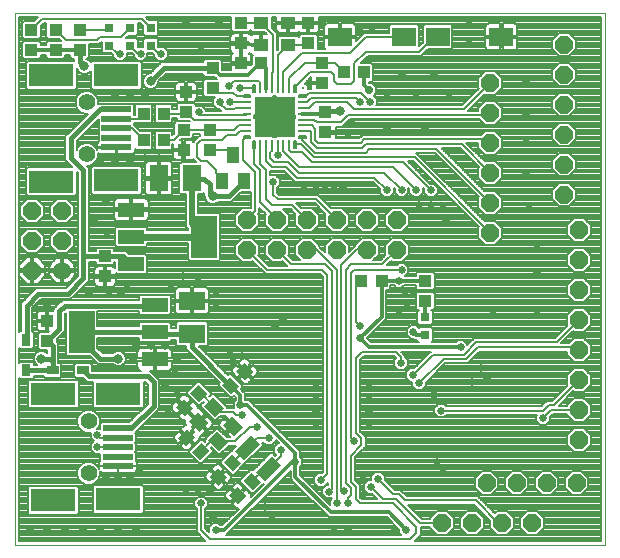
<source format=gtl>
G75*
%MOIN*%
%OFA0B0*%
%FSLAX25Y25*%
%IPPOS*%
%LPD*%
%AMOC8*
5,1,8,0,0,1.08239X$1,22.5*
%
%ADD10C,0.00000*%
%ADD11R,0.04331X0.03937*%
%ADD12R,0.08661X0.06299*%
%ADD13R,0.03937X0.04331*%
%ADD14R,0.06299X0.08661*%
%ADD15C,0.05543*%
%ADD16R,0.09843X0.01969*%
%ADD17R,0.15000X0.07600*%
%ADD18R,0.03937X0.03150*%
%ADD19R,0.03150X0.03937*%
%ADD20R,0.08800X0.04800*%
%ADD21R,0.08661X0.14173*%
%ADD22C,0.00551*%
%ADD23R,0.01102X0.02756*%
%ADD24R,0.02756X0.01102*%
%ADD25R,0.13780X0.13780*%
%ADD26R,0.00984X0.00984*%
%ADD27R,0.03150X0.03150*%
%ADD28R,0.04331X0.07480*%
%ADD29R,0.07874X0.06299*%
%ADD30R,0.03937X0.05512*%
%ADD31OC8,0.06000*%
%ADD32R,0.05118X0.04134*%
%ADD33C,0.06000*%
%ADD34C,0.00787*%
%ADD35C,0.02578*%
%ADD36C,0.01772*%
%ADD37C,0.01378*%
%ADD38C,0.02362*%
%ADD39C,0.03169*%
%ADD40C,0.02775*%
%ADD41C,0.01181*%
%ADD42C,0.01969*%
D10*
X0008340Y0016382D02*
X0008340Y0193548D01*
X0205190Y0193548D01*
X0205190Y0016382D01*
X0008340Y0016382D01*
D11*
X0019167Y0084296D03*
X0019167Y0090989D03*
X0038419Y0105792D03*
X0038419Y0112485D03*
X0064639Y0147879D03*
X0064639Y0154571D03*
X0065427Y0160674D03*
X0065427Y0167367D03*
X0074285Y0168548D03*
X0074285Y0175241D03*
X0083734Y0183508D03*
X0083734Y0190201D03*
X0106175Y0190201D03*
X0106175Y0183508D03*
X0110702Y0177012D03*
X0110702Y0170319D03*
X0111883Y0160477D03*
X0111883Y0153784D03*
X0073301Y0154571D03*
X0073301Y0147879D03*
X0029993Y0181343D03*
X0029993Y0188036D03*
X0021923Y0188036D03*
X0021923Y0181343D03*
X0013852Y0181343D03*
X0013852Y0188036D03*
X0145151Y0104375D03*
X0145151Y0097682D03*
D12*
X0067395Y0097682D03*
X0067395Y0086658D03*
D13*
G36*
X0087946Y0074030D02*
X0085163Y0071247D01*
X0082102Y0074308D01*
X0084885Y0077091D01*
X0087946Y0074030D01*
G37*
G36*
X0083214Y0069297D02*
X0080431Y0066514D01*
X0077370Y0069575D01*
X0080153Y0072358D01*
X0083214Y0069297D01*
G37*
G36*
X0072592Y0066699D02*
X0069809Y0063916D01*
X0066748Y0066977D01*
X0069531Y0069760D01*
X0072592Y0066699D01*
G37*
G36*
X0067859Y0061966D02*
X0065076Y0059183D01*
X0062015Y0062244D01*
X0064798Y0065027D01*
X0067859Y0061966D01*
G37*
G36*
X0065514Y0049224D02*
X0062731Y0052007D01*
X0065792Y0055068D01*
X0068575Y0052285D01*
X0065514Y0049224D01*
G37*
G36*
X0070247Y0044491D02*
X0067464Y0047274D01*
X0070525Y0050335D01*
X0073308Y0047552D01*
X0070247Y0044491D01*
G37*
G36*
X0079066Y0038805D02*
X0076283Y0036022D01*
X0073222Y0039083D01*
X0076005Y0041866D01*
X0079066Y0038805D01*
G37*
G36*
X0083798Y0043538D02*
X0081015Y0040755D01*
X0077954Y0043816D01*
X0080737Y0046599D01*
X0083798Y0043538D01*
G37*
G36*
X0090382Y0037334D02*
X0087599Y0034551D01*
X0084538Y0037612D01*
X0087321Y0040395D01*
X0090382Y0037334D01*
G37*
G36*
X0085649Y0032602D02*
X0082866Y0029819D01*
X0079805Y0032880D01*
X0082588Y0035663D01*
X0085649Y0032602D01*
G37*
X0123891Y0104375D03*
X0130584Y0104375D03*
X0124875Y0173863D03*
X0118182Y0173863D03*
X0090427Y0176816D03*
X0083734Y0176816D03*
X0057946Y0160083D03*
X0051253Y0160083D03*
X0051253Y0151225D03*
X0057946Y0151225D03*
D14*
X0056332Y0138508D03*
X0067356Y0138508D03*
D15*
X0032356Y0146501D03*
X0032356Y0163823D03*
X0032946Y0057524D03*
X0032946Y0040201D03*
D16*
X0042789Y0042564D03*
X0042789Y0045713D03*
X0042789Y0048863D03*
X0042789Y0052012D03*
X0042789Y0055162D03*
X0042198Y0148863D03*
X0042198Y0152012D03*
X0042198Y0155162D03*
X0042198Y0158312D03*
X0042198Y0161461D03*
D17*
X0042198Y0172879D03*
X0020545Y0172879D03*
X0042198Y0137839D03*
X0020545Y0137445D03*
X0021135Y0066579D03*
X0042789Y0066579D03*
X0042789Y0031540D03*
X0021135Y0031146D03*
D18*
X0020938Y0074453D03*
X0031175Y0074453D03*
D19*
X0012080Y0074453D03*
X0012080Y0084690D03*
D20*
X0047124Y0109881D03*
X0047124Y0118981D03*
X0047124Y0128081D03*
X0054989Y0096349D03*
X0054989Y0087249D03*
X0054989Y0078149D03*
D21*
X0030588Y0087249D03*
X0071525Y0118981D03*
D22*
X0087788Y0148744D02*
X0087788Y0150950D01*
X0088340Y0150950D01*
X0088340Y0148744D01*
X0087788Y0148744D01*
X0087788Y0149294D02*
X0088340Y0149294D01*
X0088340Y0149844D02*
X0087788Y0149844D01*
X0087788Y0150394D02*
X0088340Y0150394D01*
X0088340Y0150944D02*
X0087788Y0150944D01*
X0084599Y0151933D02*
X0084599Y0152485D01*
X0086805Y0152485D01*
X0086805Y0151933D01*
X0084599Y0151933D01*
X0084599Y0152483D02*
X0086805Y0152483D01*
X0084599Y0165713D02*
X0084599Y0166265D01*
X0086805Y0166265D01*
X0086805Y0165713D01*
X0084599Y0165713D01*
X0084599Y0166263D02*
X0086805Y0166263D01*
X0087788Y0167248D02*
X0087788Y0169454D01*
X0088340Y0169454D01*
X0088340Y0167248D01*
X0087788Y0167248D01*
X0087788Y0167798D02*
X0088340Y0167798D01*
X0088340Y0168348D02*
X0087788Y0168348D01*
X0087788Y0168898D02*
X0088340Y0168898D01*
X0088340Y0169448D02*
X0087788Y0169448D01*
X0101568Y0169454D02*
X0101568Y0167248D01*
X0101568Y0169454D02*
X0102120Y0169454D01*
X0102120Y0167248D01*
X0101568Y0167248D01*
X0101568Y0167798D02*
X0102120Y0167798D01*
X0102120Y0168348D02*
X0101568Y0168348D01*
X0101568Y0168898D02*
X0102120Y0168898D01*
X0102120Y0169448D02*
X0101568Y0169448D01*
X0103103Y0166265D02*
X0103103Y0165713D01*
X0103103Y0166265D02*
X0105309Y0166265D01*
X0105309Y0165713D01*
X0103103Y0165713D01*
X0103103Y0166263D02*
X0105309Y0166263D01*
X0103103Y0152485D02*
X0103103Y0151933D01*
X0103103Y0152485D02*
X0105309Y0152485D01*
X0105309Y0151933D01*
X0103103Y0151933D01*
X0103103Y0152483D02*
X0105309Y0152483D01*
X0101568Y0150950D02*
X0101568Y0148744D01*
X0101568Y0150950D02*
X0102120Y0150950D01*
X0102120Y0148744D01*
X0101568Y0148744D01*
X0101568Y0149294D02*
X0102120Y0149294D01*
X0102120Y0149844D02*
X0101568Y0149844D01*
X0101568Y0150394D02*
X0102120Y0150394D01*
X0102120Y0150944D02*
X0101568Y0150944D01*
D23*
X0099875Y0149847D03*
X0097907Y0149847D03*
X0095938Y0149847D03*
X0093970Y0149847D03*
X0092001Y0149847D03*
X0090033Y0149847D03*
X0090033Y0168351D03*
X0092001Y0168351D03*
X0093970Y0168351D03*
X0095938Y0168351D03*
X0097907Y0168351D03*
X0099875Y0168351D03*
D24*
X0104206Y0164020D03*
X0104206Y0162052D03*
X0104206Y0160083D03*
X0104206Y0158115D03*
X0104206Y0156146D03*
X0104206Y0154178D03*
X0085702Y0154178D03*
X0085702Y0156146D03*
X0085702Y0158115D03*
X0085702Y0160083D03*
X0085702Y0162052D03*
X0085702Y0164020D03*
D25*
X0094954Y0159099D03*
D26*
X0104462Y0168607D03*
D27*
X0053615Y0182721D03*
X0053615Y0188627D03*
X0046726Y0188627D03*
X0046726Y0182721D03*
X0039836Y0182721D03*
X0039836Y0188627D03*
X0145151Y0092170D03*
X0145151Y0086264D03*
D28*
G36*
X0093930Y0045909D02*
X0096992Y0042847D01*
X0091704Y0037559D01*
X0088642Y0040621D01*
X0093930Y0045909D01*
G37*
G36*
X0086970Y0052869D02*
X0090032Y0049807D01*
X0084744Y0044519D01*
X0081682Y0047581D01*
X0086970Y0052869D01*
G37*
D29*
X0116804Y0185674D03*
X0138064Y0185674D03*
X0149285Y0185674D03*
X0170545Y0185674D03*
D30*
X0084875Y0137760D03*
X0077395Y0137760D03*
X0081135Y0146422D03*
D31*
X0085702Y0124729D03*
X0095702Y0124729D03*
X0105702Y0124729D03*
X0115702Y0124729D03*
X0125702Y0124729D03*
X0135702Y0124729D03*
X0135702Y0114729D03*
X0125702Y0114729D03*
X0115702Y0114729D03*
X0105702Y0114729D03*
X0095702Y0114729D03*
X0085702Y0114729D03*
X0024167Y0117760D03*
X0014167Y0117760D03*
X0014167Y0107760D03*
X0014167Y0127760D03*
X0024167Y0127760D03*
X0150820Y0023666D03*
X0160820Y0023666D03*
X0170820Y0023666D03*
X0180820Y0023666D03*
X0185584Y0037052D03*
X0195584Y0037052D03*
X0196332Y0051264D03*
X0196332Y0061264D03*
X0196332Y0071264D03*
X0196332Y0081264D03*
X0196332Y0091264D03*
X0196332Y0101264D03*
X0196332Y0111264D03*
X0196332Y0121264D03*
X0191411Y0133115D03*
X0191411Y0143115D03*
X0191411Y0153115D03*
X0191411Y0163115D03*
X0191411Y0173115D03*
X0191411Y0183115D03*
X0166804Y0170319D03*
X0166804Y0160319D03*
X0166804Y0150319D03*
X0166804Y0140319D03*
X0166804Y0130319D03*
X0166804Y0120319D03*
X0165584Y0037052D03*
X0175584Y0037052D03*
D32*
G36*
X0080838Y0059242D02*
X0084456Y0055624D01*
X0081532Y0052700D01*
X0077914Y0056318D01*
X0080838Y0059242D01*
G37*
G36*
X0074435Y0065645D02*
X0078053Y0062027D01*
X0075129Y0059103D01*
X0071511Y0062721D01*
X0074435Y0065645D01*
G37*
G36*
X0069285Y0060495D02*
X0072903Y0056877D01*
X0069979Y0053953D01*
X0066361Y0057571D01*
X0069285Y0060495D01*
G37*
G36*
X0075688Y0054092D02*
X0079306Y0050474D01*
X0076382Y0047550D01*
X0072764Y0051168D01*
X0075688Y0054092D01*
G37*
X0090427Y0183016D03*
X0090427Y0190300D03*
X0099482Y0190300D03*
X0099482Y0183016D03*
D33*
X0024167Y0107760D03*
D34*
X0024560Y0107548D02*
X0029295Y0107548D01*
X0028553Y0107367D02*
X0024560Y0107367D01*
X0024560Y0103374D01*
X0025196Y0103475D01*
X0025853Y0103689D01*
X0026469Y0104003D01*
X0027029Y0104409D01*
X0027518Y0104898D01*
X0027924Y0105458D01*
X0028238Y0106074D01*
X0028452Y0106732D01*
X0028553Y0107367D01*
X0028457Y0106762D02*
X0029295Y0106762D01*
X0029295Y0105977D02*
X0028189Y0105977D01*
X0028545Y0105191D02*
X0027730Y0105191D01*
X0027759Y0104405D02*
X0027023Y0104405D01*
X0026973Y0103619D02*
X0025638Y0103619D01*
X0026187Y0102833D02*
X0009734Y0102833D01*
X0009734Y0103619D02*
X0012095Y0103619D01*
X0012347Y0103367D02*
X0009773Y0105940D01*
X0009773Y0107367D01*
X0013773Y0107367D01*
X0013773Y0108154D01*
X0009773Y0108154D01*
X0009773Y0109580D01*
X0012347Y0112154D01*
X0013773Y0112154D01*
X0013773Y0108154D01*
X0014560Y0108154D01*
X0014560Y0112154D01*
X0015987Y0112154D01*
X0018560Y0109580D01*
X0018560Y0108154D01*
X0014560Y0108154D01*
X0014560Y0107367D01*
X0014560Y0103367D01*
X0015987Y0103367D01*
X0018560Y0105940D01*
X0018560Y0107367D01*
X0014560Y0107367D01*
X0013773Y0107367D01*
X0013773Y0103367D01*
X0012347Y0103367D01*
X0013773Y0103619D02*
X0014560Y0103619D01*
X0014560Y0104405D02*
X0013773Y0104405D01*
X0013773Y0105191D02*
X0014560Y0105191D01*
X0014560Y0105977D02*
X0013773Y0105977D01*
X0013773Y0106762D02*
X0014560Y0106762D01*
X0014560Y0107548D02*
X0023773Y0107548D01*
X0023773Y0107367D02*
X0019781Y0107367D01*
X0019881Y0106732D01*
X0020095Y0106074D01*
X0020409Y0105458D01*
X0020815Y0104898D01*
X0021304Y0104409D01*
X0021864Y0104003D01*
X0022480Y0103689D01*
X0023138Y0103475D01*
X0023773Y0103374D01*
X0023773Y0107367D01*
X0023773Y0108154D01*
X0019781Y0108154D01*
X0019881Y0108789D01*
X0020095Y0109447D01*
X0020409Y0110063D01*
X0020815Y0110623D01*
X0021304Y0111112D01*
X0021864Y0111518D01*
X0022480Y0111832D01*
X0023138Y0112046D01*
X0023773Y0112146D01*
X0023773Y0108154D01*
X0024560Y0108154D01*
X0024560Y0112146D01*
X0025196Y0112046D01*
X0025853Y0111832D01*
X0026469Y0111518D01*
X0027029Y0111112D01*
X0027518Y0110623D01*
X0027924Y0110063D01*
X0028238Y0109447D01*
X0028452Y0108789D01*
X0028553Y0108154D01*
X0024560Y0108154D01*
X0024560Y0107367D01*
X0023773Y0107367D01*
X0023773Y0106762D02*
X0024560Y0106762D01*
X0024560Y0105977D02*
X0023773Y0105977D01*
X0023773Y0105191D02*
X0024560Y0105191D01*
X0024560Y0104405D02*
X0023773Y0104405D01*
X0023773Y0103619D02*
X0024560Y0103619D01*
X0025401Y0102047D02*
X0009734Y0102047D01*
X0009734Y0101261D02*
X0014773Y0101261D01*
X0015435Y0101923D02*
X0011498Y0097986D01*
X0010397Y0096885D01*
X0010397Y0087652D01*
X0010094Y0087652D01*
X0009734Y0087292D01*
X0009734Y0192154D01*
X0016008Y0192154D01*
X0014852Y0190998D01*
X0011275Y0190998D01*
X0010693Y0190416D01*
X0010693Y0185656D01*
X0011275Y0185074D01*
X0016429Y0185074D01*
X0017011Y0185656D01*
X0017011Y0189233D01*
X0017970Y0190192D01*
X0018764Y0190192D01*
X0018764Y0185656D01*
X0019346Y0185074D01*
X0022923Y0185074D01*
X0023691Y0184305D01*
X0019346Y0184305D01*
X0018764Y0183723D01*
X0018764Y0183026D01*
X0017011Y0183026D01*
X0017011Y0183723D01*
X0016429Y0184305D01*
X0011275Y0184305D01*
X0010693Y0183723D01*
X0010693Y0178963D01*
X0011275Y0178381D01*
X0016429Y0178381D01*
X0017011Y0178963D01*
X0017011Y0179660D01*
X0018764Y0179660D01*
X0018764Y0178963D01*
X0019346Y0178381D01*
X0024500Y0178381D01*
X0025082Y0178963D01*
X0025082Y0179660D01*
X0026834Y0179660D01*
X0026834Y0178963D01*
X0027416Y0178381D01*
X0028114Y0178381D01*
X0028114Y0177672D01*
X0012633Y0177672D01*
X0012051Y0177090D01*
X0012051Y0168667D01*
X0012633Y0168085D01*
X0028456Y0168085D01*
X0029038Y0168667D01*
X0029038Y0175203D01*
X0029383Y0174371D01*
X0030108Y0173646D01*
X0031055Y0173253D01*
X0032081Y0173253D01*
X0033029Y0173646D01*
X0033704Y0174322D01*
X0033704Y0168667D01*
X0034287Y0168085D01*
X0050110Y0168085D01*
X0050692Y0168667D01*
X0050692Y0177090D01*
X0050110Y0177672D01*
X0034287Y0177672D01*
X0033798Y0177184D01*
X0033754Y0177292D01*
X0033029Y0178017D01*
X0032149Y0178381D01*
X0032570Y0178381D01*
X0033152Y0178963D01*
X0033152Y0183302D01*
X0036474Y0183302D01*
X0037267Y0184096D01*
X0037267Y0180735D01*
X0037850Y0180153D01*
X0040442Y0180153D01*
X0041097Y0179498D01*
X0041097Y0179020D01*
X0042434Y0177682D01*
X0044325Y0177682D01*
X0045662Y0179020D01*
X0045662Y0180153D01*
X0047332Y0180153D01*
X0047986Y0179498D01*
X0047986Y0179020D01*
X0049323Y0177682D01*
X0051215Y0177682D01*
X0052552Y0179020D01*
X0052552Y0180153D01*
X0054222Y0180153D01*
X0054876Y0179498D01*
X0054876Y0179020D01*
X0056213Y0177682D01*
X0058104Y0177682D01*
X0059441Y0179020D01*
X0059441Y0180911D01*
X0058104Y0182248D01*
X0056213Y0182248D01*
X0056184Y0182218D01*
X0056184Y0184707D01*
X0055602Y0185290D01*
X0051629Y0185290D01*
X0051047Y0184707D01*
X0051047Y0182248D01*
X0049323Y0182248D01*
X0049294Y0182218D01*
X0049294Y0184707D01*
X0048712Y0185290D01*
X0045351Y0185290D01*
X0046119Y0186058D01*
X0048712Y0186058D01*
X0049294Y0186640D01*
X0049294Y0190192D01*
X0050088Y0190192D01*
X0051047Y0189233D01*
X0051047Y0186640D01*
X0051629Y0186058D01*
X0055602Y0186058D01*
X0056184Y0186640D01*
X0056184Y0190613D01*
X0055602Y0191195D01*
X0053009Y0191195D01*
X0052050Y0192154D01*
X0080575Y0192154D01*
X0080575Y0187821D01*
X0081157Y0187239D01*
X0086311Y0187239D01*
X0086883Y0187812D01*
X0087456Y0187239D01*
X0091525Y0187239D01*
X0092287Y0186477D01*
X0090820Y0186477D01*
X0090820Y0183410D01*
X0090033Y0183410D01*
X0090033Y0186477D01*
X0087684Y0186477D01*
X0087329Y0186382D01*
X0087072Y0186233D01*
X0087014Y0186333D01*
X0086755Y0186592D01*
X0086437Y0186776D01*
X0086082Y0186871D01*
X0084127Y0186871D01*
X0084127Y0183902D01*
X0083340Y0183902D01*
X0083340Y0183115D01*
X0080175Y0183115D01*
X0080175Y0181356D01*
X0080270Y0181002D01*
X0080453Y0180684D01*
X0080712Y0180425D01*
X0081030Y0180241D01*
X0081119Y0180217D01*
X0080909Y0180096D01*
X0080650Y0179837D01*
X0080466Y0179519D01*
X0080371Y0179164D01*
X0080371Y0177209D01*
X0083340Y0177209D01*
X0083340Y0176422D01*
X0080371Y0176422D01*
X0080371Y0174561D01*
X0077444Y0174561D01*
X0077444Y0177621D01*
X0076862Y0178203D01*
X0071708Y0178203D01*
X0071126Y0177621D01*
X0071126Y0177120D01*
X0057168Y0177120D01*
X0053535Y0173488D01*
X0053103Y0173488D01*
X0052155Y0173095D01*
X0051430Y0172370D01*
X0051038Y0171423D01*
X0051038Y0170397D01*
X0051430Y0169450D01*
X0052155Y0168725D01*
X0053103Y0168332D01*
X0054128Y0168332D01*
X0055076Y0168725D01*
X0055801Y0169450D01*
X0056193Y0170397D01*
X0056193Y0170830D01*
X0058725Y0173361D01*
X0071126Y0173361D01*
X0071126Y0172861D01*
X0071708Y0172279D01*
X0074867Y0172279D01*
X0075636Y0171510D01*
X0071708Y0171510D01*
X0071126Y0170928D01*
X0071126Y0166168D01*
X0071708Y0165586D01*
X0074984Y0165586D01*
X0074364Y0164966D01*
X0074364Y0163075D01*
X0075701Y0161738D01*
X0076377Y0161738D01*
X0077038Y0161077D01*
X0072040Y0161077D01*
X0072040Y0161422D01*
X0070703Y0162760D01*
X0068812Y0162760D01*
X0068586Y0162533D01*
X0068586Y0163054D01*
X0068003Y0163636D01*
X0062850Y0163636D01*
X0062267Y0163054D01*
X0062267Y0161471D01*
X0060908Y0161471D01*
X0060908Y0162660D01*
X0060326Y0163242D01*
X0055566Y0163242D01*
X0054984Y0162660D01*
X0054984Y0157506D01*
X0055566Y0156924D01*
X0060326Y0156924D01*
X0060908Y0157506D01*
X0060908Y0158696D01*
X0062267Y0158696D01*
X0062267Y0158294D01*
X0062850Y0157712D01*
X0066427Y0157712D01*
X0066605Y0157534D01*
X0062062Y0157534D01*
X0061480Y0156952D01*
X0061480Y0153374D01*
X0060908Y0152803D01*
X0060908Y0153802D01*
X0060326Y0154384D01*
X0055566Y0154384D01*
X0054984Y0153802D01*
X0054984Y0148648D01*
X0055566Y0148066D01*
X0060326Y0148066D01*
X0060908Y0148648D01*
X0060908Y0149838D01*
X0061080Y0149838D01*
X0061080Y0148272D01*
X0064245Y0148272D01*
X0064245Y0147485D01*
X0061080Y0147485D01*
X0061080Y0145727D01*
X0061175Y0145372D01*
X0061359Y0145054D01*
X0061618Y0144795D01*
X0061936Y0144611D01*
X0062290Y0144516D01*
X0064245Y0144516D01*
X0064245Y0147485D01*
X0065033Y0147485D01*
X0065033Y0144516D01*
X0066988Y0144516D01*
X0067342Y0144611D01*
X0067660Y0144795D01*
X0067793Y0144928D01*
X0068888Y0143833D01*
X0063794Y0143833D01*
X0063212Y0143251D01*
X0063212Y0133766D01*
X0063794Y0133184D01*
X0065378Y0133184D01*
X0065378Y0122331D01*
X0066201Y0121508D01*
X0066201Y0121156D01*
X0052518Y0121156D01*
X0052518Y0121792D01*
X0051936Y0122375D01*
X0042313Y0122375D01*
X0041730Y0121792D01*
X0041730Y0116169D01*
X0042313Y0115587D01*
X0051936Y0115587D01*
X0052518Y0116169D01*
X0052518Y0116806D01*
X0066201Y0116806D01*
X0066201Y0111483D01*
X0066783Y0110901D01*
X0076267Y0110901D01*
X0076849Y0111483D01*
X0076849Y0126479D01*
X0076267Y0127061D01*
X0069334Y0127061D01*
X0069334Y0133184D01*
X0070917Y0133184D01*
X0071421Y0133688D01*
X0071421Y0132730D01*
X0071707Y0132444D01*
X0071707Y0132011D01*
X0072099Y0131064D01*
X0072824Y0130339D01*
X0073772Y0129946D01*
X0074798Y0129946D01*
X0075745Y0130339D01*
X0076051Y0130645D01*
X0080418Y0130645D01*
X0083784Y0134011D01*
X0087071Y0134011D01*
X0087071Y0128723D01*
X0084048Y0128723D01*
X0081708Y0126383D01*
X0081708Y0123075D01*
X0084048Y0120735D01*
X0087356Y0120735D01*
X0089696Y0123075D01*
X0089696Y0126383D01*
X0089507Y0126572D01*
X0089845Y0126910D01*
X0089845Y0128781D01*
X0091976Y0126651D01*
X0091708Y0126383D01*
X0091708Y0123075D01*
X0094048Y0120735D01*
X0097356Y0120735D01*
X0099696Y0123075D01*
X0099696Y0126383D01*
X0097895Y0128184D01*
X0100285Y0128184D01*
X0101897Y0126572D01*
X0101708Y0126383D01*
X0101708Y0123075D01*
X0104048Y0120735D01*
X0107356Y0120735D01*
X0109696Y0123075D01*
X0109696Y0126383D01*
X0107356Y0128723D01*
X0104048Y0128723D01*
X0103859Y0128534D01*
X0102241Y0130153D01*
X0108316Y0130153D01*
X0111897Y0126572D01*
X0111708Y0126383D01*
X0111708Y0123075D01*
X0114048Y0120735D01*
X0117356Y0120735D01*
X0119696Y0123075D01*
X0119696Y0126383D01*
X0117356Y0128723D01*
X0114048Y0128723D01*
X0113859Y0128534D01*
X0109466Y0132927D01*
X0096513Y0132927D01*
X0095751Y0133689D01*
X0095751Y0135408D01*
X0096646Y0136303D01*
X0096646Y0138194D01*
X0095309Y0139531D01*
X0093418Y0139531D01*
X0093389Y0139502D01*
X0093389Y0140986D01*
X0093395Y0140979D01*
X0098120Y0140979D01*
X0101047Y0138052D01*
X0101860Y0137239D01*
X0127647Y0137239D01*
X0130073Y0134813D01*
X0130073Y0133547D01*
X0131410Y0132210D01*
X0133301Y0132210D01*
X0134638Y0133547D01*
X0134638Y0135169D01*
X0134994Y0134813D01*
X0134994Y0133547D01*
X0136331Y0132210D01*
X0138222Y0132210D01*
X0139560Y0133547D01*
X0139560Y0135169D01*
X0139915Y0134813D01*
X0139915Y0133547D01*
X0141253Y0132210D01*
X0143144Y0132210D01*
X0144481Y0133547D01*
X0144481Y0135169D01*
X0144837Y0134813D01*
X0144837Y0133547D01*
X0146174Y0132210D01*
X0148065Y0132210D01*
X0149402Y0133547D01*
X0149402Y0135438D01*
X0148065Y0136775D01*
X0146799Y0136775D01*
X0139445Y0144129D01*
X0141033Y0144129D01*
X0162999Y0122162D01*
X0162811Y0121974D01*
X0162811Y0118665D01*
X0165150Y0116326D01*
X0168459Y0116326D01*
X0170798Y0118665D01*
X0170798Y0121974D01*
X0168459Y0124313D01*
X0165150Y0124313D01*
X0164962Y0124124D01*
X0142201Y0146885D01*
X0148277Y0146885D01*
X0162999Y0132162D01*
X0162811Y0131974D01*
X0162811Y0128665D01*
X0165150Y0126326D01*
X0168459Y0126326D01*
X0170798Y0128665D01*
X0170798Y0131974D01*
X0168459Y0134313D01*
X0165150Y0134313D01*
X0164962Y0134124D01*
X0150626Y0148460D01*
X0156702Y0148460D01*
X0162999Y0142162D01*
X0162811Y0141974D01*
X0162811Y0138665D01*
X0165150Y0136326D01*
X0168459Y0136326D01*
X0170798Y0138665D01*
X0170798Y0141974D01*
X0168459Y0144313D01*
X0165150Y0144313D01*
X0164962Y0144124D01*
X0158855Y0150231D01*
X0162811Y0150231D01*
X0162811Y0148665D01*
X0165150Y0146326D01*
X0168459Y0146326D01*
X0170798Y0148665D01*
X0170798Y0151974D01*
X0168459Y0154313D01*
X0165150Y0154313D01*
X0163843Y0153006D01*
X0124301Y0153006D01*
X0123488Y0152193D01*
X0123120Y0151825D01*
X0115442Y0151825D01*
X0115442Y0153390D01*
X0112277Y0153390D01*
X0112277Y0154178D01*
X0115442Y0154178D01*
X0115442Y0155743D01*
X0117576Y0155743D01*
X0120135Y0158302D01*
X0163174Y0158302D01*
X0165150Y0156326D01*
X0168459Y0156326D01*
X0170798Y0158665D01*
X0170798Y0161974D01*
X0168459Y0164313D01*
X0165150Y0164313D01*
X0162811Y0161974D01*
X0162811Y0161077D01*
X0159524Y0161077D01*
X0164962Y0166514D01*
X0165150Y0166326D01*
X0168459Y0166326D01*
X0170798Y0168665D01*
X0170798Y0171974D01*
X0168459Y0174313D01*
X0165150Y0174313D01*
X0162811Y0171974D01*
X0162811Y0168665D01*
X0162999Y0168477D01*
X0157371Y0162849D01*
X0128900Y0162849D01*
X0129126Y0163075D01*
X0129126Y0164966D01*
X0127976Y0166116D01*
X0128831Y0166971D01*
X0128831Y0168944D01*
X0127436Y0170338D01*
X0126558Y0170338D01*
X0126558Y0170704D01*
X0127255Y0170704D01*
X0127838Y0171286D01*
X0127838Y0176440D01*
X0127255Y0177022D01*
X0123697Y0177022D01*
X0126041Y0179365D01*
X0143757Y0179365D01*
X0145922Y0181530D01*
X0153633Y0181530D01*
X0154215Y0182113D01*
X0154215Y0189235D01*
X0153633Y0189817D01*
X0144936Y0189817D01*
X0144354Y0189235D01*
X0144354Y0183886D01*
X0142995Y0182527D01*
X0142995Y0189235D01*
X0142413Y0189817D01*
X0133716Y0189817D01*
X0133134Y0189235D01*
X0133134Y0187061D01*
X0124891Y0187061D01*
X0124078Y0186248D01*
X0122135Y0184305D01*
X0122135Y0185280D01*
X0117198Y0185280D01*
X0117198Y0186067D01*
X0122135Y0186067D01*
X0122135Y0189007D01*
X0122040Y0189361D01*
X0121857Y0189679D01*
X0121597Y0189939D01*
X0121279Y0190122D01*
X0120925Y0190217D01*
X0117198Y0190217D01*
X0117198Y0186068D01*
X0116411Y0186068D01*
X0116411Y0190217D01*
X0112684Y0190217D01*
X0112329Y0190122D01*
X0112012Y0189939D01*
X0111752Y0189679D01*
X0111569Y0189361D01*
X0111474Y0189007D01*
X0111474Y0186067D01*
X0116411Y0186067D01*
X0116411Y0185280D01*
X0111474Y0185280D01*
X0111474Y0182341D01*
X0111569Y0181986D01*
X0111752Y0181668D01*
X0111871Y0181549D01*
X0109334Y0181549D01*
X0109334Y0185889D01*
X0108751Y0186471D01*
X0103598Y0186471D01*
X0103015Y0185889D01*
X0103015Y0185514D01*
X0102452Y0186077D01*
X0096511Y0186077D01*
X0095929Y0185495D01*
X0095929Y0181426D01*
X0095751Y0181248D01*
X0095751Y0186937D01*
X0093979Y0188709D01*
X0093979Y0192154D01*
X0095529Y0192154D01*
X0095529Y0190693D01*
X0099088Y0190693D01*
X0099088Y0189906D01*
X0099875Y0189906D01*
X0099875Y0186839D01*
X0102224Y0186839D01*
X0102579Y0186934D01*
X0102896Y0187118D01*
X0103025Y0187246D01*
X0103153Y0187118D01*
X0103471Y0186934D01*
X0103826Y0186839D01*
X0105781Y0186839D01*
X0105781Y0189808D01*
X0103434Y0189808D01*
X0103434Y0189906D01*
X0099875Y0189906D01*
X0099875Y0190693D01*
X0102615Y0190693D01*
X0102615Y0190595D01*
X0105781Y0190595D01*
X0105781Y0189808D01*
X0106568Y0189808D01*
X0106568Y0190595D01*
X0109734Y0190595D01*
X0109734Y0192154D01*
X0203797Y0192154D01*
X0203797Y0017776D01*
X0141617Y0017776D01*
X0143586Y0019745D01*
X0143586Y0022279D01*
X0146827Y0022279D01*
X0146827Y0022012D01*
X0149166Y0019672D01*
X0152474Y0019672D01*
X0154814Y0022012D01*
X0154814Y0025320D01*
X0152474Y0027660D01*
X0149166Y0027660D01*
X0146827Y0025320D01*
X0146827Y0025053D01*
X0144151Y0025053D01*
X0139445Y0029759D01*
X0161505Y0029759D01*
X0166827Y0024438D01*
X0166827Y0022012D01*
X0169166Y0019672D01*
X0172474Y0019672D01*
X0174814Y0022012D01*
X0174814Y0025320D01*
X0172474Y0027660D01*
X0169166Y0027660D01*
X0168347Y0026841D01*
X0162655Y0032534D01*
X0139033Y0032534D01*
X0136867Y0034699D01*
X0135096Y0034699D01*
X0131686Y0038109D01*
X0131686Y0039375D01*
X0130348Y0040712D01*
X0128457Y0040712D01*
X0127120Y0039375D01*
X0127120Y0037956D01*
X0126095Y0037956D01*
X0124758Y0036619D01*
X0124758Y0034728D01*
X0126095Y0033391D01*
X0127361Y0033391D01*
X0129203Y0031549D01*
X0124072Y0031549D01*
X0123507Y0032115D01*
X0123507Y0036248D01*
X0121735Y0038020D01*
X0121735Y0045532D01*
X0124466Y0048263D01*
X0125278Y0049075D01*
X0125278Y0052390D01*
X0123507Y0054162D01*
X0123507Y0078012D01*
X0124663Y0079168D01*
X0134734Y0079168D01*
X0135371Y0078531D01*
X0134797Y0077958D01*
X0134797Y0076067D01*
X0136135Y0074730D01*
X0138026Y0074730D01*
X0139363Y0076067D01*
X0139363Y0077958D01*
X0138467Y0078853D01*
X0138467Y0079359D01*
X0137655Y0080171D01*
X0137083Y0080743D01*
X0146920Y0080743D01*
X0146519Y0080343D01*
X0141338Y0075161D01*
X0140072Y0075161D01*
X0138734Y0073824D01*
X0138734Y0071933D01*
X0140072Y0070596D01*
X0140900Y0070596D01*
X0140900Y0069177D01*
X0142237Y0067840D01*
X0144128Y0067840D01*
X0145465Y0069177D01*
X0145465Y0070443D01*
X0151828Y0076806D01*
X0159308Y0076806D01*
X0163245Y0080743D01*
X0192338Y0080743D01*
X0192338Y0079610D01*
X0194678Y0077271D01*
X0197986Y0077271D01*
X0200326Y0079610D01*
X0200326Y0082919D01*
X0197986Y0085258D01*
X0194678Y0085258D01*
X0192938Y0083518D01*
X0190548Y0083518D01*
X0194489Y0087459D01*
X0194678Y0087271D01*
X0197986Y0087271D01*
X0200326Y0089610D01*
X0200326Y0092919D01*
X0197986Y0095258D01*
X0194678Y0095258D01*
X0192338Y0092919D01*
X0192338Y0089610D01*
X0192527Y0089421D01*
X0188395Y0085290D01*
X0161505Y0085290D01*
X0160693Y0084477D01*
X0159245Y0083029D01*
X0159245Y0083273D01*
X0157907Y0084610D01*
X0156016Y0084610D01*
X0155318Y0083912D01*
X0147353Y0083912D01*
X0147719Y0084278D01*
X0147719Y0088251D01*
X0147137Y0088833D01*
X0143164Y0088833D01*
X0143011Y0088679D01*
X0142159Y0089531D01*
X0140268Y0089531D01*
X0138931Y0088194D01*
X0138931Y0086303D01*
X0140268Y0084966D01*
X0141256Y0084966D01*
X0141542Y0084680D01*
X0142582Y0084680D01*
X0142582Y0084278D01*
X0142949Y0083912D01*
X0127106Y0083912D01*
X0125780Y0085238D01*
X0125780Y0085322D01*
X0131240Y0090782D01*
X0132168Y0091710D01*
X0132168Y0101216D01*
X0132964Y0101216D01*
X0133546Y0101798D01*
X0133546Y0102790D01*
X0134649Y0102790D01*
X0135347Y0102092D01*
X0137238Y0102092D01*
X0137937Y0102790D01*
X0141992Y0102790D01*
X0141992Y0101994D01*
X0142574Y0101412D01*
X0147728Y0101412D01*
X0148310Y0101994D01*
X0148310Y0106755D01*
X0147728Y0107337D01*
X0142574Y0107337D01*
X0141992Y0106755D01*
X0141992Y0105959D01*
X0138546Y0105959D01*
X0139560Y0106972D01*
X0139560Y0108863D01*
X0138222Y0110201D01*
X0136331Y0110201D01*
X0135633Y0109502D01*
X0132437Y0109502D01*
X0133859Y0110924D01*
X0134048Y0110735D01*
X0137356Y0110735D01*
X0139696Y0113075D01*
X0139696Y0116383D01*
X0137356Y0118723D01*
X0134048Y0118723D01*
X0131708Y0116383D01*
X0131708Y0113075D01*
X0131897Y0112886D01*
X0130285Y0111274D01*
X0127895Y0111274D01*
X0129696Y0113075D01*
X0129696Y0116383D01*
X0127356Y0118723D01*
X0124048Y0118723D01*
X0121708Y0116383D01*
X0121708Y0115965D01*
X0121126Y0115382D01*
X0119696Y0113952D01*
X0119696Y0116383D01*
X0117356Y0118723D01*
X0114048Y0118723D01*
X0111708Y0116383D01*
X0111708Y0113795D01*
X0110121Y0115382D01*
X0109696Y0115808D01*
X0109696Y0116383D01*
X0107356Y0118723D01*
X0104048Y0118723D01*
X0101708Y0116383D01*
X0101708Y0113075D01*
X0103509Y0111274D01*
X0101119Y0111274D01*
X0099507Y0112886D01*
X0099696Y0113075D01*
X0099696Y0116383D01*
X0097356Y0118723D01*
X0094048Y0118723D01*
X0091708Y0116383D01*
X0091708Y0113075D01*
X0094048Y0110735D01*
X0097356Y0110735D01*
X0097545Y0110924D01*
X0099164Y0109305D01*
X0093088Y0109305D01*
X0089507Y0112886D01*
X0089696Y0113075D01*
X0089696Y0116383D01*
X0087356Y0118723D01*
X0084048Y0118723D01*
X0081708Y0116383D01*
X0081708Y0113075D01*
X0084048Y0110735D01*
X0087356Y0110735D01*
X0087545Y0110924D01*
X0091938Y0106530D01*
X0110127Y0106530D01*
X0111086Y0105572D01*
X0111086Y0040579D01*
X0110826Y0040319D01*
X0109560Y0040319D01*
X0108223Y0038981D01*
X0108223Y0037090D01*
X0109560Y0035753D01*
X0111451Y0035753D01*
X0112661Y0036964D01*
X0112661Y0036382D01*
X0112119Y0036382D01*
X0110782Y0035044D01*
X0110782Y0033153D01*
X0112119Y0031816D01*
X0114010Y0031816D01*
X0114236Y0032042D01*
X0114236Y0032003D01*
X0113341Y0031107D01*
X0113341Y0029764D01*
X0103428Y0039676D01*
X0103428Y0042298D01*
X0104126Y0042996D01*
X0104126Y0044887D01*
X0103428Y0045585D01*
X0103428Y0047550D01*
X0086358Y0064620D01*
X0085181Y0064620D01*
X0085121Y0064680D01*
X0085121Y0066848D01*
X0084193Y0067776D01*
X0083646Y0068323D01*
X0084208Y0068886D01*
X0084208Y0069709D01*
X0080564Y0073353D01*
X0079741Y0073353D01*
X0079336Y0072949D01*
X0069770Y0082515D01*
X0072137Y0082515D01*
X0072719Y0083097D01*
X0072719Y0090219D01*
X0072137Y0090801D01*
X0062653Y0090801D01*
X0062071Y0090219D01*
X0062071Y0088538D01*
X0060382Y0088538D01*
X0060382Y0090060D01*
X0059800Y0090642D01*
X0050177Y0090642D01*
X0049595Y0090060D01*
X0049595Y0089128D01*
X0035912Y0089128D01*
X0035912Y0094227D01*
X0049595Y0094227D01*
X0049595Y0093537D01*
X0050177Y0092955D01*
X0059800Y0092955D01*
X0060382Y0093537D01*
X0060382Y0099160D01*
X0059800Y0099742D01*
X0050177Y0099742D01*
X0049595Y0099160D01*
X0049595Y0097986D01*
X0024294Y0097986D01*
X0023193Y0096885D01*
X0021224Y0094917D01*
X0021224Y0094351D01*
X0019560Y0094351D01*
X0019560Y0091382D01*
X0018773Y0091382D01*
X0018773Y0090595D01*
X0019560Y0090595D01*
X0019560Y0087627D01*
X0019839Y0087627D01*
X0019471Y0087258D01*
X0016590Y0087258D01*
X0016008Y0086676D01*
X0016008Y0081916D01*
X0016590Y0081334D01*
X0019059Y0081334D01*
X0019059Y0080270D01*
X0018964Y0080270D01*
X0018658Y0080576D01*
X0017711Y0080968D01*
X0016685Y0080968D01*
X0015738Y0080576D01*
X0015013Y0079851D01*
X0014620Y0078903D01*
X0014620Y0077878D01*
X0015013Y0076930D01*
X0015610Y0076333D01*
X0014649Y0076333D01*
X0014649Y0076833D01*
X0014066Y0077416D01*
X0010094Y0077416D01*
X0009734Y0077055D01*
X0009734Y0082087D01*
X0010094Y0081727D01*
X0014066Y0081727D01*
X0014649Y0082309D01*
X0014649Y0087070D01*
X0014156Y0087562D01*
X0014156Y0095328D01*
X0016992Y0098164D01*
X0026835Y0098164D01*
X0027936Y0099265D01*
X0033054Y0104383D01*
X0033054Y0110605D01*
X0035260Y0110605D01*
X0035260Y0110105D01*
X0035842Y0109523D01*
X0040996Y0109523D01*
X0041578Y0110105D01*
X0041578Y0110605D01*
X0041730Y0110605D01*
X0041730Y0108562D01*
X0041699Y0108616D01*
X0041440Y0108876D01*
X0041122Y0109059D01*
X0040767Y0109154D01*
X0038812Y0109154D01*
X0038812Y0106186D01*
X0038025Y0106186D01*
X0038025Y0109154D01*
X0036070Y0109154D01*
X0035715Y0109059D01*
X0035398Y0108876D01*
X0035138Y0108616D01*
X0034955Y0108298D01*
X0034860Y0107944D01*
X0034860Y0106186D01*
X0038025Y0106186D01*
X0038025Y0105398D01*
X0038812Y0105398D01*
X0038812Y0102430D01*
X0040767Y0102430D01*
X0041122Y0102525D01*
X0041440Y0102708D01*
X0041699Y0102968D01*
X0041883Y0103285D01*
X0041978Y0103640D01*
X0041978Y0105398D01*
X0038812Y0105398D01*
X0038812Y0106186D01*
X0041978Y0106186D01*
X0041978Y0106822D01*
X0042313Y0106487D01*
X0051936Y0106487D01*
X0052518Y0107069D01*
X0052518Y0112692D01*
X0051936Y0113275D01*
X0046388Y0113275D01*
X0045299Y0114364D01*
X0041578Y0114364D01*
X0041578Y0114865D01*
X0040996Y0115447D01*
X0035842Y0115447D01*
X0035260Y0114865D01*
X0035260Y0114364D01*
X0033054Y0114364D01*
X0033054Y0141964D01*
X0032283Y0142735D01*
X0033105Y0142735D01*
X0034489Y0143308D01*
X0035548Y0144368D01*
X0036121Y0145752D01*
X0036121Y0147093D01*
X0036162Y0147023D01*
X0036421Y0146763D01*
X0036739Y0146580D01*
X0037093Y0146485D01*
X0042100Y0146485D01*
X0042100Y0148764D01*
X0042297Y0148764D01*
X0042297Y0146485D01*
X0047303Y0146485D01*
X0047657Y0146580D01*
X0047975Y0146763D01*
X0048235Y0147023D01*
X0048418Y0147341D01*
X0048513Y0147695D01*
X0048513Y0148426D01*
X0048873Y0148066D01*
X0053633Y0148066D01*
X0054215Y0148648D01*
X0054215Y0153802D01*
X0053633Y0154384D01*
X0050056Y0154384D01*
X0048704Y0155737D01*
X0048113Y0156327D01*
X0048113Y0156558D01*
X0047934Y0156737D01*
X0048113Y0156916D01*
X0048113Y0156924D01*
X0053633Y0156924D01*
X0054215Y0157506D01*
X0054215Y0162660D01*
X0053633Y0163242D01*
X0048873Y0163242D01*
X0048291Y0162660D01*
X0048291Y0159699D01*
X0048113Y0159699D01*
X0048113Y0159707D01*
X0047934Y0159886D01*
X0048113Y0160065D01*
X0048113Y0162857D01*
X0047531Y0163439D01*
X0036865Y0163439D01*
X0036767Y0163341D01*
X0036121Y0163341D01*
X0036121Y0164572D01*
X0035548Y0165956D01*
X0034489Y0167015D01*
X0033105Y0167589D01*
X0031607Y0167589D01*
X0030223Y0167015D01*
X0029164Y0165956D01*
X0028590Y0164572D01*
X0028590Y0163074D01*
X0029164Y0161690D01*
X0030223Y0160631D01*
X0031607Y0160058D01*
X0032625Y0160058D01*
X0026262Y0153695D01*
X0025161Y0152594D01*
X0025161Y0144541D01*
X0027463Y0142239D01*
X0012633Y0142239D01*
X0012051Y0141657D01*
X0012051Y0133234D01*
X0012633Y0132652D01*
X0028456Y0132652D01*
X0029038Y0133234D01*
X0029038Y0140664D01*
X0029295Y0140407D01*
X0029295Y0105940D01*
X0025278Y0101923D01*
X0015435Y0101923D01*
X0016239Y0103619D02*
X0022695Y0103619D01*
X0021310Y0104405D02*
X0017025Y0104405D01*
X0017810Y0105191D02*
X0020603Y0105191D01*
X0020144Y0105977D02*
X0018560Y0105977D01*
X0018560Y0106762D02*
X0019876Y0106762D01*
X0019809Y0108334D02*
X0018560Y0108334D01*
X0018560Y0109120D02*
X0019989Y0109120D01*
X0020329Y0109906D02*
X0018235Y0109906D01*
X0017449Y0110692D02*
X0020885Y0110692D01*
X0021808Y0111478D02*
X0016663Y0111478D01*
X0014560Y0111478D02*
X0013773Y0111478D01*
X0013773Y0110692D02*
X0014560Y0110692D01*
X0014560Y0109906D02*
X0013773Y0109906D01*
X0013773Y0109120D02*
X0014560Y0109120D01*
X0014560Y0108334D02*
X0013773Y0108334D01*
X0013773Y0107548D02*
X0009734Y0107548D01*
X0009734Y0106762D02*
X0009773Y0106762D01*
X0009734Y0105977D02*
X0009773Y0105977D01*
X0009734Y0105191D02*
X0010523Y0105191D01*
X0011309Y0104405D02*
X0009734Y0104405D01*
X0009734Y0108334D02*
X0009773Y0108334D01*
X0009734Y0109120D02*
X0009773Y0109120D01*
X0009734Y0109906D02*
X0010099Y0109906D01*
X0009734Y0110692D02*
X0010885Y0110692D01*
X0011671Y0111478D02*
X0009734Y0111478D01*
X0009734Y0112264D02*
X0029295Y0112264D01*
X0029295Y0113050D02*
X0009734Y0113050D01*
X0009734Y0113836D02*
X0012443Y0113836D01*
X0012512Y0113767D02*
X0015821Y0113767D01*
X0018160Y0116106D01*
X0018160Y0119415D01*
X0015821Y0121754D01*
X0012512Y0121754D01*
X0010173Y0119415D01*
X0010173Y0116106D01*
X0012512Y0113767D01*
X0011658Y0114622D02*
X0009734Y0114622D01*
X0009734Y0115407D02*
X0010872Y0115407D01*
X0010173Y0116193D02*
X0009734Y0116193D01*
X0009734Y0116979D02*
X0010173Y0116979D01*
X0010173Y0117765D02*
X0009734Y0117765D01*
X0009734Y0118551D02*
X0010173Y0118551D01*
X0010173Y0119337D02*
X0009734Y0119337D01*
X0009734Y0120123D02*
X0010881Y0120123D01*
X0011667Y0120909D02*
X0009734Y0120909D01*
X0009734Y0121695D02*
X0012453Y0121695D01*
X0012512Y0123767D02*
X0015821Y0123767D01*
X0018160Y0126106D01*
X0018160Y0129415D01*
X0015821Y0131754D01*
X0012512Y0131754D01*
X0010173Y0129415D01*
X0010173Y0126106D01*
X0012512Y0123767D01*
X0012227Y0124053D02*
X0009734Y0124053D01*
X0009734Y0124838D02*
X0011441Y0124838D01*
X0010655Y0125624D02*
X0009734Y0125624D01*
X0009734Y0126410D02*
X0010173Y0126410D01*
X0010173Y0127196D02*
X0009734Y0127196D01*
X0009734Y0127982D02*
X0010173Y0127982D01*
X0010173Y0128768D02*
X0009734Y0128768D01*
X0009734Y0129554D02*
X0010312Y0129554D01*
X0009734Y0130340D02*
X0011098Y0130340D01*
X0011884Y0131126D02*
X0009734Y0131126D01*
X0009734Y0131912D02*
X0029295Y0131912D01*
X0029295Y0132698D02*
X0028502Y0132698D01*
X0029038Y0133483D02*
X0029295Y0133483D01*
X0029295Y0134269D02*
X0029038Y0134269D01*
X0029038Y0135055D02*
X0029295Y0135055D01*
X0029295Y0135841D02*
X0029038Y0135841D01*
X0029038Y0136627D02*
X0029295Y0136627D01*
X0029295Y0137413D02*
X0029038Y0137413D01*
X0029038Y0138199D02*
X0029295Y0138199D01*
X0029295Y0138985D02*
X0029038Y0138985D01*
X0029038Y0139771D02*
X0029295Y0139771D01*
X0029145Y0140557D02*
X0029038Y0140557D01*
X0026788Y0142914D02*
X0009734Y0142914D01*
X0009734Y0142129D02*
X0012522Y0142129D01*
X0012051Y0141343D02*
X0009734Y0141343D01*
X0009734Y0140557D02*
X0012051Y0140557D01*
X0012051Y0139771D02*
X0009734Y0139771D01*
X0009734Y0138985D02*
X0012051Y0138985D01*
X0012051Y0138199D02*
X0009734Y0138199D01*
X0009734Y0137413D02*
X0012051Y0137413D01*
X0012051Y0136627D02*
X0009734Y0136627D01*
X0009734Y0135841D02*
X0012051Y0135841D01*
X0012051Y0135055D02*
X0009734Y0135055D01*
X0009734Y0134269D02*
X0012051Y0134269D01*
X0012051Y0133483D02*
X0009734Y0133483D01*
X0009734Y0132698D02*
X0012587Y0132698D01*
X0016449Y0131126D02*
X0021884Y0131126D01*
X0022512Y0131754D02*
X0020173Y0129415D01*
X0020173Y0126106D01*
X0022512Y0123767D01*
X0025821Y0123767D01*
X0028160Y0126106D01*
X0028160Y0129415D01*
X0025821Y0131754D01*
X0022512Y0131754D01*
X0021098Y0130340D02*
X0017235Y0130340D01*
X0018021Y0129554D02*
X0020312Y0129554D01*
X0020173Y0128768D02*
X0018160Y0128768D01*
X0018160Y0127982D02*
X0020173Y0127982D01*
X0020173Y0127196D02*
X0018160Y0127196D01*
X0018160Y0126410D02*
X0020173Y0126410D01*
X0020655Y0125624D02*
X0017679Y0125624D01*
X0016893Y0124838D02*
X0021441Y0124838D01*
X0022227Y0124053D02*
X0016107Y0124053D01*
X0015880Y0121695D02*
X0022453Y0121695D01*
X0022512Y0121754D02*
X0020173Y0119415D01*
X0020173Y0116106D01*
X0022512Y0113767D01*
X0025821Y0113767D01*
X0028160Y0116106D01*
X0028160Y0119415D01*
X0025821Y0121754D01*
X0022512Y0121754D01*
X0021667Y0120909D02*
X0016666Y0120909D01*
X0017452Y0120123D02*
X0020881Y0120123D01*
X0020173Y0119337D02*
X0018160Y0119337D01*
X0018160Y0118551D02*
X0020173Y0118551D01*
X0020173Y0117765D02*
X0018160Y0117765D01*
X0018160Y0116979D02*
X0020173Y0116979D01*
X0020173Y0116193D02*
X0018160Y0116193D01*
X0017462Y0115407D02*
X0020872Y0115407D01*
X0021658Y0114622D02*
X0016676Y0114622D01*
X0015890Y0113836D02*
X0022443Y0113836D01*
X0023773Y0111478D02*
X0024560Y0111478D01*
X0024560Y0110692D02*
X0023773Y0110692D01*
X0023773Y0109906D02*
X0024560Y0109906D01*
X0024560Y0109120D02*
X0023773Y0109120D01*
X0023773Y0108334D02*
X0024560Y0108334D01*
X0026525Y0111478D02*
X0029295Y0111478D01*
X0029295Y0110692D02*
X0027449Y0110692D01*
X0028005Y0109906D02*
X0029295Y0109906D01*
X0029295Y0109120D02*
X0028345Y0109120D01*
X0028524Y0108334D02*
X0029295Y0108334D01*
X0033054Y0108334D02*
X0034975Y0108334D01*
X0034860Y0107548D02*
X0033054Y0107548D01*
X0033054Y0106762D02*
X0034860Y0106762D01*
X0034860Y0105398D02*
X0034860Y0103640D01*
X0034955Y0103285D01*
X0035138Y0102968D01*
X0035398Y0102708D01*
X0035715Y0102525D01*
X0036070Y0102430D01*
X0038025Y0102430D01*
X0038025Y0105398D01*
X0034860Y0105398D01*
X0034860Y0105191D02*
X0033054Y0105191D01*
X0033054Y0105977D02*
X0038025Y0105977D01*
X0038025Y0106762D02*
X0038812Y0106762D01*
X0038812Y0105977D02*
X0110681Y0105977D01*
X0111086Y0105191D02*
X0041978Y0105191D01*
X0041978Y0104405D02*
X0111086Y0104405D01*
X0111086Y0103619D02*
X0041972Y0103619D01*
X0041564Y0102833D02*
X0111086Y0102833D01*
X0111086Y0102047D02*
X0072407Y0102047D01*
X0072264Y0102130D02*
X0071909Y0102225D01*
X0067789Y0102225D01*
X0067789Y0098075D01*
X0073119Y0098075D01*
X0073119Y0101015D01*
X0073024Y0101369D01*
X0072841Y0101687D01*
X0072581Y0101946D01*
X0072264Y0102130D01*
X0073053Y0101261D02*
X0111086Y0101261D01*
X0111086Y0100475D02*
X0073119Y0100475D01*
X0073119Y0099689D02*
X0111086Y0099689D01*
X0111086Y0098903D02*
X0073119Y0098903D01*
X0073119Y0098117D02*
X0111086Y0098117D01*
X0111086Y0097331D02*
X0067789Y0097331D01*
X0067789Y0097288D02*
X0067789Y0098075D01*
X0067001Y0098075D01*
X0067001Y0097288D01*
X0061671Y0097288D01*
X0061671Y0094349D01*
X0061766Y0093994D01*
X0061949Y0093676D01*
X0062209Y0093417D01*
X0062526Y0093233D01*
X0062881Y0093138D01*
X0067001Y0093138D01*
X0067001Y0097288D01*
X0067789Y0097288D01*
X0073119Y0097288D01*
X0073119Y0094349D01*
X0073024Y0093994D01*
X0072841Y0093676D01*
X0072581Y0093417D01*
X0072264Y0093233D01*
X0071909Y0093138D01*
X0067789Y0093138D01*
X0067789Y0097288D01*
X0067789Y0096546D02*
X0067001Y0096546D01*
X0067001Y0097331D02*
X0060382Y0097331D01*
X0060382Y0096546D02*
X0061671Y0096546D01*
X0061671Y0095760D02*
X0060382Y0095760D01*
X0060382Y0094974D02*
X0061671Y0094974D01*
X0061714Y0094188D02*
X0060382Y0094188D01*
X0060247Y0093402D02*
X0062234Y0093402D01*
X0062110Y0090258D02*
X0060184Y0090258D01*
X0060382Y0089472D02*
X0062071Y0089472D01*
X0062071Y0088686D02*
X0060382Y0088686D01*
X0060382Y0084779D02*
X0062071Y0084779D01*
X0062071Y0083097D01*
X0062653Y0082515D01*
X0065515Y0082515D01*
X0065515Y0081453D01*
X0066616Y0080352D01*
X0066616Y0080352D01*
X0076678Y0070291D01*
X0076375Y0069987D01*
X0076375Y0069164D01*
X0080019Y0065520D01*
X0080842Y0065520D01*
X0081405Y0066082D01*
X0081952Y0065535D01*
X0081952Y0064680D01*
X0081254Y0063981D01*
X0081254Y0062090D01*
X0081283Y0062061D01*
X0079047Y0062061D01*
X0079047Y0062438D01*
X0074845Y0066639D01*
X0074022Y0066639D01*
X0073251Y0065867D01*
X0073209Y0065909D01*
X0073587Y0066287D01*
X0073587Y0067110D01*
X0069942Y0070755D01*
X0069119Y0070755D01*
X0065753Y0067389D01*
X0065753Y0066565D01*
X0069397Y0062921D01*
X0070221Y0062921D01*
X0071247Y0063947D01*
X0071289Y0063905D01*
X0070517Y0063134D01*
X0070517Y0062310D01*
X0074718Y0058109D01*
X0075541Y0058109D01*
X0076718Y0059286D01*
X0078910Y0059286D01*
X0078668Y0059045D01*
X0081185Y0056528D01*
X0080628Y0055971D01*
X0081185Y0055414D01*
X0079016Y0053246D01*
X0080053Y0052208D01*
X0078976Y0052208D01*
X0076098Y0055086D01*
X0075275Y0055086D01*
X0071770Y0051581D01*
X0071770Y0050759D01*
X0071638Y0050628D01*
X0070936Y0051330D01*
X0070113Y0051330D01*
X0066469Y0047686D01*
X0066469Y0046862D01*
X0069835Y0043496D01*
X0070658Y0043496D01*
X0074302Y0047141D01*
X0074302Y0047964D01*
X0073600Y0048666D01*
X0073731Y0048796D01*
X0075971Y0046556D01*
X0076794Y0046556D01*
X0079672Y0049434D01*
X0082129Y0049434D01*
X0080687Y0047992D01*
X0080687Y0047594D01*
X0080326Y0047594D01*
X0076960Y0044228D01*
X0076960Y0043405D01*
X0080604Y0039760D01*
X0081427Y0039760D01*
X0084793Y0043126D01*
X0084793Y0043524D01*
X0085155Y0043524D01*
X0091026Y0049396D01*
X0091026Y0050219D01*
X0090817Y0050428D01*
X0091145Y0050428D01*
X0092040Y0049533D01*
X0093931Y0049533D01*
X0095268Y0050870D01*
X0095268Y0051229D01*
X0096336Y0050161D01*
X0095977Y0050161D01*
X0094640Y0048824D01*
X0094640Y0046933D01*
X0095347Y0046226D01*
X0095183Y0046063D01*
X0094342Y0046904D01*
X0093519Y0046904D01*
X0087869Y0041254D01*
X0087732Y0041390D01*
X0086909Y0041390D01*
X0083543Y0038024D01*
X0083543Y0037201D01*
X0087187Y0033557D01*
X0088011Y0033557D01*
X0091155Y0036701D01*
X0091267Y0036589D01*
X0087025Y0032347D01*
X0087044Y0032418D01*
X0087044Y0032785D01*
X0086949Y0033140D01*
X0086765Y0033457D01*
X0085383Y0034840D01*
X0083284Y0032741D01*
X0082727Y0033298D01*
X0082170Y0032741D01*
X0079932Y0034979D01*
X0078689Y0033736D01*
X0078505Y0033418D01*
X0078410Y0033063D01*
X0078410Y0032696D01*
X0078505Y0032342D01*
X0078689Y0032024D01*
X0080071Y0030642D01*
X0082170Y0032741D01*
X0082727Y0032184D01*
X0080628Y0030085D01*
X0082011Y0028702D01*
X0082328Y0028519D01*
X0082683Y0028424D01*
X0083050Y0028424D01*
X0083121Y0028443D01*
X0077566Y0022888D01*
X0076913Y0022888D01*
X0076215Y0023586D01*
X0074323Y0023586D01*
X0072986Y0022249D01*
X0072986Y0020627D01*
X0071735Y0021878D01*
X0071735Y0028321D01*
X0072630Y0029216D01*
X0072630Y0031107D01*
X0071293Y0032445D01*
X0069402Y0032445D01*
X0068065Y0031107D01*
X0068065Y0029216D01*
X0068960Y0028321D01*
X0068960Y0020729D01*
X0071913Y0017776D01*
X0009734Y0017776D01*
X0009734Y0071851D01*
X0010094Y0071491D01*
X0014066Y0071491D01*
X0014649Y0072073D01*
X0014649Y0072574D01*
X0017976Y0072574D01*
X0017976Y0072467D01*
X0018558Y0071885D01*
X0023318Y0071885D01*
X0023901Y0072467D01*
X0023901Y0076440D01*
X0023318Y0077022D01*
X0022818Y0077022D01*
X0022818Y0083303D01*
X0022326Y0083795D01*
X0022326Y0084797D01*
X0023882Y0086353D01*
X0024983Y0087454D01*
X0024983Y0093360D01*
X0025264Y0093640D01*
X0025264Y0079750D01*
X0025846Y0079168D01*
X0033447Y0079168D01*
X0035004Y0077612D01*
X0036105Y0076511D01*
X0041022Y0076511D01*
X0041328Y0076205D01*
X0042276Y0075812D01*
X0043301Y0075812D01*
X0044249Y0076205D01*
X0044974Y0076930D01*
X0045367Y0077878D01*
X0045367Y0078903D01*
X0044974Y0079851D01*
X0044249Y0080576D01*
X0043301Y0080968D01*
X0042276Y0080968D01*
X0041328Y0080576D01*
X0041022Y0080270D01*
X0037662Y0080270D01*
X0035912Y0082019D01*
X0035912Y0085369D01*
X0049595Y0085369D01*
X0049595Y0084437D01*
X0050177Y0083855D01*
X0059800Y0083855D01*
X0060382Y0084437D01*
X0060382Y0084779D01*
X0060382Y0084757D02*
X0062071Y0084757D01*
X0062071Y0083971D02*
X0059916Y0083971D01*
X0059572Y0081942D02*
X0055382Y0081942D01*
X0055382Y0078542D01*
X0054595Y0078542D01*
X0054595Y0077755D01*
X0049195Y0077755D01*
X0049195Y0075565D01*
X0049290Y0075211D01*
X0049473Y0074893D01*
X0049733Y0074633D01*
X0050051Y0074450D01*
X0050370Y0074364D01*
X0034137Y0074364D01*
X0034137Y0076440D01*
X0033555Y0077022D01*
X0028794Y0077022D01*
X0028212Y0076440D01*
X0028212Y0072467D01*
X0028794Y0071885D01*
X0031085Y0071885D01*
X0032365Y0070605D01*
X0034295Y0070605D01*
X0034295Y0062368D01*
X0034877Y0061786D01*
X0050700Y0061786D01*
X0051282Y0062368D01*
X0051282Y0070605D01*
X0051853Y0070605D01*
X0052720Y0069738D01*
X0052720Y0063421D01*
X0046439Y0057140D01*
X0037456Y0057140D01*
X0036874Y0056558D01*
X0036874Y0055053D01*
X0036844Y0055082D01*
X0035829Y0055082D01*
X0036138Y0055391D01*
X0036712Y0056775D01*
X0036712Y0058273D01*
X0036138Y0059657D01*
X0035079Y0060716D01*
X0033695Y0061290D01*
X0032197Y0061290D01*
X0030813Y0060716D01*
X0029754Y0059657D01*
X0029181Y0058273D01*
X0029181Y0056775D01*
X0029754Y0055391D01*
X0030813Y0054332D01*
X0032197Y0053759D01*
X0033630Y0053759D01*
X0033616Y0053745D01*
X0033616Y0051854D01*
X0034639Y0050831D01*
X0033616Y0049808D01*
X0033616Y0047917D01*
X0034953Y0046580D01*
X0036844Y0046580D01*
X0036874Y0046609D01*
X0036874Y0044525D01*
X0036752Y0044404D01*
X0036569Y0044086D01*
X0036474Y0043731D01*
X0036474Y0042662D01*
X0042690Y0042662D01*
X0042690Y0042465D01*
X0036474Y0042465D01*
X0036474Y0041524D01*
X0036138Y0042334D01*
X0035079Y0043393D01*
X0033695Y0043967D01*
X0032197Y0043967D01*
X0030813Y0043393D01*
X0029754Y0042334D01*
X0029181Y0040950D01*
X0029181Y0039452D01*
X0029754Y0038068D01*
X0030813Y0037009D01*
X0032197Y0036436D01*
X0033695Y0036436D01*
X0035079Y0037009D01*
X0036138Y0038068D01*
X0036712Y0039452D01*
X0036712Y0040794D01*
X0036752Y0040724D01*
X0037012Y0040464D01*
X0037329Y0040281D01*
X0037684Y0040186D01*
X0042690Y0040186D01*
X0042690Y0042465D01*
X0042887Y0042465D01*
X0042887Y0040186D01*
X0047893Y0040186D01*
X0048248Y0040281D01*
X0048566Y0040464D01*
X0048825Y0040724D01*
X0049009Y0041041D01*
X0049104Y0041396D01*
X0049104Y0042465D01*
X0042887Y0042465D01*
X0042887Y0042662D01*
X0049104Y0042662D01*
X0049104Y0043731D01*
X0049009Y0044086D01*
X0048825Y0044404D01*
X0048704Y0044525D01*
X0048704Y0047109D01*
X0048525Y0047288D01*
X0048704Y0047467D01*
X0048704Y0050259D01*
X0048525Y0050438D01*
X0048704Y0050616D01*
X0048704Y0053408D01*
X0048525Y0053587D01*
X0048704Y0053766D01*
X0048704Y0054088D01*
X0055378Y0060763D01*
X0056479Y0061864D01*
X0056479Y0071295D01*
X0054511Y0073263D01*
X0053419Y0074355D01*
X0054595Y0074355D01*
X0054595Y0077755D01*
X0055382Y0077755D01*
X0055382Y0074355D01*
X0059572Y0074355D01*
X0059927Y0074450D01*
X0060244Y0074633D01*
X0060504Y0074893D01*
X0060687Y0075211D01*
X0060782Y0075565D01*
X0060782Y0077755D01*
X0055382Y0077755D01*
X0055382Y0078542D01*
X0060782Y0078542D01*
X0060782Y0080732D01*
X0060687Y0081087D01*
X0060504Y0081404D01*
X0060244Y0081664D01*
X0059927Y0081847D01*
X0059572Y0081942D01*
X0060295Y0081613D02*
X0065515Y0081613D01*
X0065515Y0082399D02*
X0035912Y0082399D01*
X0035912Y0083185D02*
X0062071Y0083185D01*
X0060757Y0080827D02*
X0066141Y0080827D01*
X0066927Y0080041D02*
X0060782Y0080041D01*
X0060782Y0079255D02*
X0067713Y0079255D01*
X0068499Y0078470D02*
X0055382Y0078470D01*
X0055382Y0079255D02*
X0054595Y0079255D01*
X0054595Y0078542D02*
X0054595Y0081942D01*
X0050405Y0081942D01*
X0050051Y0081847D01*
X0049733Y0081664D01*
X0049473Y0081404D01*
X0049290Y0081087D01*
X0049195Y0080732D01*
X0049195Y0078542D01*
X0054595Y0078542D01*
X0054595Y0078470D02*
X0045367Y0078470D01*
X0045286Y0077684D02*
X0049195Y0077684D01*
X0049195Y0076898D02*
X0044942Y0076898D01*
X0044024Y0076112D02*
X0049195Y0076112D01*
X0049259Y0075326D02*
X0034137Y0075326D01*
X0034137Y0076112D02*
X0041553Y0076112D01*
X0041936Y0080827D02*
X0037104Y0080827D01*
X0036318Y0081613D02*
X0049682Y0081613D01*
X0049221Y0080827D02*
X0043642Y0080827D01*
X0044783Y0080041D02*
X0049195Y0080041D01*
X0049195Y0079255D02*
X0045221Y0079255D01*
X0049895Y0074540D02*
X0034137Y0074540D01*
X0033679Y0076898D02*
X0035718Y0076898D01*
X0034932Y0077684D02*
X0022818Y0077684D01*
X0022818Y0078470D02*
X0034146Y0078470D01*
X0035912Y0083971D02*
X0050061Y0083971D01*
X0049595Y0084757D02*
X0035912Y0084757D01*
X0035912Y0089472D02*
X0049595Y0089472D01*
X0049793Y0090258D02*
X0035912Y0090258D01*
X0035912Y0091044D02*
X0111086Y0091044D01*
X0111086Y0090258D02*
X0072680Y0090258D01*
X0072719Y0089472D02*
X0111086Y0089472D01*
X0111086Y0088686D02*
X0072719Y0088686D01*
X0072719Y0087901D02*
X0111086Y0087901D01*
X0111086Y0087115D02*
X0072719Y0087115D01*
X0072719Y0086329D02*
X0111086Y0086329D01*
X0111086Y0085543D02*
X0072719Y0085543D01*
X0072719Y0084757D02*
X0111086Y0084757D01*
X0111086Y0083971D02*
X0072719Y0083971D01*
X0072719Y0083185D02*
X0111086Y0083185D01*
X0111086Y0082399D02*
X0069886Y0082399D01*
X0070672Y0081613D02*
X0111086Y0081613D01*
X0111086Y0080827D02*
X0071458Y0080827D01*
X0072243Y0080041D02*
X0111086Y0080041D01*
X0111086Y0079255D02*
X0073029Y0079255D01*
X0073815Y0078470D02*
X0084641Y0078470D01*
X0084702Y0078486D02*
X0084347Y0078391D01*
X0084029Y0078207D01*
X0082786Y0076964D01*
X0085024Y0074726D01*
X0084467Y0074169D01*
X0085024Y0073612D01*
X0082925Y0071513D01*
X0084308Y0070131D01*
X0084625Y0069947D01*
X0084980Y0069852D01*
X0085347Y0069852D01*
X0085701Y0069947D01*
X0086019Y0070131D01*
X0087262Y0071374D01*
X0085024Y0073612D01*
X0085581Y0074169D01*
X0087819Y0071931D01*
X0089062Y0073174D01*
X0089246Y0073492D01*
X0089341Y0073846D01*
X0089341Y0074213D01*
X0089246Y0074568D01*
X0089062Y0074886D01*
X0087680Y0076268D01*
X0085581Y0074169D01*
X0085024Y0074726D01*
X0087123Y0076825D01*
X0085741Y0078207D01*
X0085423Y0078391D01*
X0085068Y0078486D01*
X0084702Y0078486D01*
X0085129Y0078470D02*
X0111086Y0078470D01*
X0111086Y0077684D02*
X0086265Y0077684D01*
X0087050Y0076898D02*
X0111086Y0076898D01*
X0111086Y0076112D02*
X0087836Y0076112D01*
X0087524Y0076112D02*
X0086410Y0076112D01*
X0086738Y0075326D02*
X0085624Y0075326D01*
X0085952Y0074540D02*
X0085210Y0074540D01*
X0084838Y0074540D02*
X0084097Y0074540D01*
X0084467Y0074169D02*
X0082229Y0076407D01*
X0080986Y0075164D01*
X0080802Y0074846D01*
X0080707Y0074492D01*
X0080707Y0074125D01*
X0080802Y0073770D01*
X0080986Y0073453D01*
X0082368Y0072070D01*
X0084467Y0074169D01*
X0084052Y0073754D02*
X0084882Y0073754D01*
X0085166Y0073754D02*
X0085996Y0073754D01*
X0085668Y0072968D02*
X0086782Y0072968D01*
X0086454Y0072182D02*
X0087568Y0072182D01*
X0088071Y0072182D02*
X0111086Y0072182D01*
X0111086Y0071396D02*
X0087240Y0071396D01*
X0086499Y0070610D02*
X0111086Y0070610D01*
X0111086Y0069825D02*
X0084093Y0069825D01*
X0084208Y0069039D02*
X0111086Y0069039D01*
X0111086Y0068253D02*
X0083716Y0068253D01*
X0084502Y0067467D02*
X0111086Y0067467D01*
X0111086Y0066681D02*
X0085121Y0066681D01*
X0085121Y0065895D02*
X0111086Y0065895D01*
X0111086Y0065109D02*
X0085121Y0065109D01*
X0086655Y0064323D02*
X0111086Y0064323D01*
X0111086Y0063537D02*
X0087441Y0063537D01*
X0088227Y0062751D02*
X0111086Y0062751D01*
X0111086Y0061965D02*
X0089013Y0061965D01*
X0089799Y0061179D02*
X0111086Y0061179D01*
X0111086Y0060394D02*
X0090585Y0060394D01*
X0091371Y0059608D02*
X0111086Y0059608D01*
X0111086Y0058822D02*
X0092157Y0058822D01*
X0092943Y0058036D02*
X0111086Y0058036D01*
X0111086Y0057250D02*
X0093729Y0057250D01*
X0094515Y0056464D02*
X0111086Y0056464D01*
X0111086Y0055678D02*
X0095300Y0055678D01*
X0096086Y0054892D02*
X0111086Y0054892D01*
X0111086Y0054106D02*
X0096872Y0054106D01*
X0097658Y0053320D02*
X0111086Y0053320D01*
X0111086Y0052534D02*
X0098444Y0052534D01*
X0099230Y0051749D02*
X0111086Y0051749D01*
X0111086Y0050963D02*
X0100016Y0050963D01*
X0100802Y0050177D02*
X0111086Y0050177D01*
X0111086Y0049391D02*
X0101588Y0049391D01*
X0102374Y0048605D02*
X0111086Y0048605D01*
X0111086Y0047819D02*
X0103160Y0047819D01*
X0103428Y0047033D02*
X0111086Y0047033D01*
X0111086Y0046247D02*
X0103428Y0046247D01*
X0103552Y0045461D02*
X0111086Y0045461D01*
X0111086Y0044675D02*
X0104126Y0044675D01*
X0104126Y0043889D02*
X0111086Y0043889D01*
X0111086Y0043103D02*
X0104126Y0043103D01*
X0103448Y0042318D02*
X0111086Y0042318D01*
X0111086Y0041532D02*
X0103428Y0041532D01*
X0103428Y0040746D02*
X0111086Y0040746D01*
X0112474Y0040004D02*
X0110505Y0038036D01*
X0108223Y0038388D02*
X0104717Y0038388D01*
X0105502Y0037602D02*
X0108223Y0037602D01*
X0108497Y0036816D02*
X0106288Y0036816D01*
X0107074Y0036030D02*
X0109283Y0036030D01*
X0107860Y0035244D02*
X0110981Y0035244D01*
X0110782Y0034458D02*
X0108646Y0034458D01*
X0109432Y0033673D02*
X0110782Y0033673D01*
X0111048Y0032887D02*
X0110218Y0032887D01*
X0111004Y0032101D02*
X0111834Y0032101D01*
X0111790Y0031315D02*
X0113548Y0031315D01*
X0113341Y0030529D02*
X0112576Y0030529D01*
X0115623Y0030162D02*
X0115623Y0107918D01*
X0108734Y0114808D01*
X0105781Y0114808D01*
X0105702Y0114729D01*
X0103305Y0111478D02*
X0100915Y0111478D01*
X0100129Y0112264D02*
X0102519Y0112264D01*
X0101733Y0113050D02*
X0099671Y0113050D01*
X0099696Y0113836D02*
X0101708Y0113836D01*
X0101708Y0114622D02*
X0099696Y0114622D01*
X0099696Y0115407D02*
X0101708Y0115407D01*
X0101708Y0116193D02*
X0099696Y0116193D01*
X0099100Y0116979D02*
X0102305Y0116979D01*
X0103090Y0117765D02*
X0098314Y0117765D01*
X0097528Y0118551D02*
X0103876Y0118551D01*
X0103874Y0120909D02*
X0097530Y0120909D01*
X0098316Y0121695D02*
X0103088Y0121695D01*
X0102302Y0122481D02*
X0099102Y0122481D01*
X0099696Y0123267D02*
X0101708Y0123267D01*
X0101708Y0124053D02*
X0099696Y0124053D01*
X0099696Y0124838D02*
X0101708Y0124838D01*
X0101708Y0125624D02*
X0099696Y0125624D01*
X0099669Y0126410D02*
X0101736Y0126410D01*
X0101273Y0127196D02*
X0098883Y0127196D01*
X0098097Y0127982D02*
X0100487Y0127982D01*
X0100860Y0129571D02*
X0105702Y0124729D01*
X0108316Y0121695D02*
X0113088Y0121695D01*
X0112302Y0122481D02*
X0109102Y0122481D01*
X0109696Y0123267D02*
X0111708Y0123267D01*
X0111708Y0124053D02*
X0109696Y0124053D01*
X0109696Y0124838D02*
X0111708Y0124838D01*
X0111708Y0125624D02*
X0109696Y0125624D01*
X0109669Y0126410D02*
X0111736Y0126410D01*
X0111273Y0127196D02*
X0108883Y0127196D01*
X0108097Y0127982D02*
X0110487Y0127982D01*
X0109701Y0128768D02*
X0103625Y0128768D01*
X0102839Y0129554D02*
X0108915Y0129554D01*
X0108891Y0131540D02*
X0115702Y0124729D01*
X0119696Y0124838D02*
X0121708Y0124838D01*
X0121708Y0124053D02*
X0119696Y0124053D01*
X0119696Y0123267D02*
X0121708Y0123267D01*
X0121708Y0123075D02*
X0124048Y0120735D01*
X0127356Y0120735D01*
X0129696Y0123075D01*
X0129696Y0126383D01*
X0127356Y0128723D01*
X0124048Y0128723D01*
X0121708Y0126383D01*
X0121708Y0123075D01*
X0122302Y0122481D02*
X0119102Y0122481D01*
X0118316Y0121695D02*
X0123088Y0121695D01*
X0123874Y0120909D02*
X0117530Y0120909D01*
X0117528Y0118551D02*
X0123876Y0118551D01*
X0123090Y0117765D02*
X0118314Y0117765D01*
X0119100Y0116979D02*
X0122305Y0116979D01*
X0121708Y0116193D02*
X0119696Y0116193D01*
X0119696Y0115407D02*
X0121151Y0115407D01*
X0120365Y0114622D02*
X0119696Y0114622D01*
X0122513Y0114808D02*
X0117198Y0109493D01*
X0117198Y0035083D01*
X0117986Y0034296D01*
X0120545Y0035280D02*
X0118773Y0037052D01*
X0118773Y0108115D01*
X0120545Y0109886D01*
X0130860Y0109886D01*
X0135702Y0114729D01*
X0138885Y0112264D02*
X0192338Y0112264D01*
X0192338Y0112919D02*
X0192338Y0109610D01*
X0194678Y0107271D01*
X0197986Y0107271D01*
X0200326Y0109610D01*
X0200326Y0112919D01*
X0197986Y0115258D01*
X0194678Y0115258D01*
X0192338Y0112919D01*
X0192469Y0113050D02*
X0139671Y0113050D01*
X0139696Y0113836D02*
X0193255Y0113836D01*
X0194041Y0114622D02*
X0139696Y0114622D01*
X0139696Y0115407D02*
X0203797Y0115407D01*
X0203797Y0114622D02*
X0198623Y0114622D01*
X0199409Y0113836D02*
X0203797Y0113836D01*
X0203797Y0113050D02*
X0200195Y0113050D01*
X0200326Y0112264D02*
X0203797Y0112264D01*
X0203797Y0111478D02*
X0200326Y0111478D01*
X0200326Y0110692D02*
X0203797Y0110692D01*
X0203797Y0109906D02*
X0200326Y0109906D01*
X0199836Y0109120D02*
X0203797Y0109120D01*
X0203797Y0108334D02*
X0199050Y0108334D01*
X0198264Y0107548D02*
X0203797Y0107548D01*
X0203797Y0106762D02*
X0148302Y0106762D01*
X0148310Y0105977D02*
X0203797Y0105977D01*
X0203797Y0105191D02*
X0198054Y0105191D01*
X0197986Y0105258D02*
X0194678Y0105258D01*
X0192338Y0102919D01*
X0192338Y0099610D01*
X0194678Y0097271D01*
X0197986Y0097271D01*
X0200326Y0099610D01*
X0200326Y0102919D01*
X0197986Y0105258D01*
X0198840Y0104405D02*
X0203797Y0104405D01*
X0203797Y0103619D02*
X0199625Y0103619D01*
X0200326Y0102833D02*
X0203797Y0102833D01*
X0203797Y0102047D02*
X0200326Y0102047D01*
X0200326Y0101261D02*
X0203797Y0101261D01*
X0203797Y0100475D02*
X0200326Y0100475D01*
X0200326Y0099689D02*
X0203797Y0099689D01*
X0203797Y0098903D02*
X0199619Y0098903D01*
X0198833Y0098117D02*
X0203797Y0098117D01*
X0203797Y0097331D02*
X0198047Y0097331D01*
X0198271Y0094974D02*
X0203797Y0094974D01*
X0203797Y0095760D02*
X0148310Y0095760D01*
X0148310Y0095302D02*
X0148310Y0100062D01*
X0147728Y0100644D01*
X0142574Y0100644D01*
X0141992Y0100062D01*
X0141992Y0095302D01*
X0142574Y0094719D01*
X0143146Y0094719D01*
X0142582Y0094156D01*
X0142582Y0090183D01*
X0143164Y0089601D01*
X0147137Y0089601D01*
X0147719Y0090183D01*
X0147719Y0094156D01*
X0147156Y0094719D01*
X0147728Y0094719D01*
X0148310Y0095302D01*
X0147982Y0094974D02*
X0194393Y0094974D01*
X0193608Y0094188D02*
X0147688Y0094188D01*
X0147719Y0093402D02*
X0192822Y0093402D01*
X0192338Y0092616D02*
X0147719Y0092616D01*
X0147719Y0091830D02*
X0192338Y0091830D01*
X0192338Y0091044D02*
X0147719Y0091044D01*
X0147719Y0090258D02*
X0192338Y0090258D01*
X0192476Y0089472D02*
X0142218Y0089472D01*
X0142582Y0090258D02*
X0130716Y0090258D01*
X0129930Y0089472D02*
X0140209Y0089472D01*
X0139424Y0088686D02*
X0129144Y0088686D01*
X0128358Y0087901D02*
X0138931Y0087901D01*
X0138931Y0087115D02*
X0127572Y0087115D01*
X0126786Y0086329D02*
X0138931Y0086329D01*
X0139692Y0085543D02*
X0126001Y0085543D01*
X0126261Y0084757D02*
X0141465Y0084757D01*
X0142889Y0083971D02*
X0127047Y0083971D01*
X0124088Y0080556D02*
X0122119Y0078587D01*
X0122119Y0053587D01*
X0123891Y0051816D01*
X0123891Y0049650D01*
X0120348Y0046107D01*
X0120348Y0037445D01*
X0122119Y0035674D01*
X0122119Y0031540D01*
X0123497Y0030162D01*
X0134324Y0030162D01*
X0142198Y0022288D01*
X0142198Y0020319D01*
X0140230Y0018351D01*
X0073301Y0018351D01*
X0070348Y0021304D01*
X0070348Y0030162D01*
X0072630Y0030529D02*
X0081072Y0030529D01*
X0080970Y0029743D02*
X0072630Y0029743D01*
X0072371Y0028957D02*
X0081756Y0028957D01*
X0082849Y0028171D02*
X0071735Y0028171D01*
X0071735Y0027385D02*
X0082063Y0027385D01*
X0081277Y0026599D02*
X0071735Y0026599D01*
X0071735Y0025813D02*
X0080491Y0025813D01*
X0079705Y0025027D02*
X0071735Y0025027D01*
X0071735Y0024242D02*
X0078919Y0024242D01*
X0078133Y0023456D02*
X0076345Y0023456D01*
X0074193Y0023456D02*
X0071735Y0023456D01*
X0071735Y0022670D02*
X0073407Y0022670D01*
X0072986Y0021884D02*
X0071735Y0021884D01*
X0072516Y0021098D02*
X0072986Y0021098D01*
X0070949Y0018740D02*
X0009734Y0018740D01*
X0009734Y0017954D02*
X0071735Y0017954D01*
X0071913Y0017776D02*
X0071913Y0017776D01*
X0070163Y0019526D02*
X0009734Y0019526D01*
X0009734Y0020312D02*
X0069377Y0020312D01*
X0068960Y0021098D02*
X0009734Y0021098D01*
X0009734Y0021884D02*
X0068960Y0021884D01*
X0068960Y0022670D02*
X0009734Y0022670D01*
X0009734Y0023456D02*
X0068960Y0023456D01*
X0068960Y0024242D02*
X0009734Y0024242D01*
X0009734Y0025027D02*
X0068960Y0025027D01*
X0068960Y0025813D02*
X0009734Y0025813D01*
X0009734Y0026599D02*
X0012977Y0026599D01*
X0013224Y0026353D02*
X0029047Y0026353D01*
X0029629Y0026935D01*
X0029629Y0035358D01*
X0029047Y0035940D01*
X0013224Y0035940D01*
X0012641Y0035358D01*
X0012641Y0026935D01*
X0013224Y0026353D01*
X0012641Y0027385D02*
X0009734Y0027385D01*
X0009734Y0028171D02*
X0012641Y0028171D01*
X0012641Y0028957D02*
X0009734Y0028957D01*
X0009734Y0029743D02*
X0012641Y0029743D01*
X0012641Y0030529D02*
X0009734Y0030529D01*
X0009734Y0031315D02*
X0012641Y0031315D01*
X0012641Y0032101D02*
X0009734Y0032101D01*
X0009734Y0032887D02*
X0012641Y0032887D01*
X0012641Y0033673D02*
X0009734Y0033673D01*
X0009734Y0034458D02*
X0012641Y0034458D01*
X0012641Y0035244D02*
X0009734Y0035244D01*
X0009734Y0036030D02*
X0034574Y0036030D01*
X0034295Y0035752D02*
X0034295Y0027328D01*
X0034877Y0026746D01*
X0050700Y0026746D01*
X0051282Y0027328D01*
X0051282Y0035752D01*
X0050700Y0036334D01*
X0034877Y0036334D01*
X0034295Y0035752D01*
X0034295Y0035244D02*
X0029629Y0035244D01*
X0029629Y0034458D02*
X0034295Y0034458D01*
X0034295Y0033673D02*
X0029629Y0033673D01*
X0029629Y0032887D02*
X0034295Y0032887D01*
X0034295Y0032101D02*
X0029629Y0032101D01*
X0029629Y0031315D02*
X0034295Y0031315D01*
X0034295Y0030529D02*
X0029629Y0030529D01*
X0029629Y0029743D02*
X0034295Y0029743D01*
X0034295Y0028957D02*
X0029629Y0028957D01*
X0029629Y0028171D02*
X0034295Y0028171D01*
X0034295Y0027385D02*
X0029629Y0027385D01*
X0029294Y0026599D02*
X0068960Y0026599D01*
X0068960Y0027385D02*
X0051282Y0027385D01*
X0051282Y0028171D02*
X0068960Y0028171D01*
X0068324Y0028957D02*
X0051282Y0028957D01*
X0051282Y0029743D02*
X0068065Y0029743D01*
X0068065Y0030529D02*
X0051282Y0030529D01*
X0051282Y0031315D02*
X0068272Y0031315D01*
X0069058Y0032101D02*
X0051282Y0032101D01*
X0051282Y0032887D02*
X0078410Y0032887D01*
X0078645Y0032101D02*
X0071637Y0032101D01*
X0072423Y0031315D02*
X0079398Y0031315D01*
X0080744Y0031315D02*
X0081858Y0031315D01*
X0081530Y0032101D02*
X0082644Y0032101D01*
X0082316Y0032887D02*
X0082025Y0032887D01*
X0082727Y0033298D02*
X0080489Y0035536D01*
X0081732Y0036779D01*
X0082050Y0036963D01*
X0082404Y0037058D01*
X0082771Y0037058D01*
X0083126Y0036963D01*
X0083444Y0036779D01*
X0084826Y0035397D01*
X0082727Y0033298D01*
X0082352Y0033673D02*
X0081239Y0033673D01*
X0081566Y0034458D02*
X0080453Y0034458D01*
X0080780Y0035244D02*
X0077477Y0035244D01*
X0077139Y0034906D02*
X0078382Y0036149D01*
X0076144Y0038388D01*
X0077257Y0038388D01*
X0076701Y0038944D02*
X0078939Y0036706D01*
X0080182Y0037950D01*
X0080366Y0038267D01*
X0080460Y0038622D01*
X0080460Y0038989D01*
X0080366Y0039343D01*
X0080182Y0039661D01*
X0078800Y0041044D01*
X0076701Y0038945D01*
X0076144Y0039501D01*
X0078243Y0041600D01*
X0076860Y0042983D01*
X0076542Y0043166D01*
X0076188Y0043261D01*
X0075821Y0043261D01*
X0075467Y0043166D01*
X0075149Y0042983D01*
X0073905Y0041739D01*
X0076144Y0039501D01*
X0075587Y0038945D01*
X0073349Y0041183D01*
X0072105Y0039939D01*
X0071922Y0039622D01*
X0071827Y0039267D01*
X0071827Y0038900D01*
X0071922Y0038546D01*
X0072105Y0038228D01*
X0073488Y0036845D01*
X0075587Y0038944D01*
X0076144Y0038388D01*
X0076701Y0038944D01*
X0076930Y0039174D02*
X0076471Y0039174D01*
X0075816Y0039174D02*
X0075358Y0039174D01*
X0075685Y0039960D02*
X0074572Y0039960D01*
X0074899Y0040746D02*
X0073786Y0040746D01*
X0074113Y0041532D02*
X0049104Y0041532D01*
X0049104Y0042318D02*
X0074484Y0042318D01*
X0075358Y0043103D02*
X0049104Y0043103D01*
X0049061Y0043889D02*
X0069442Y0043889D01*
X0068656Y0044675D02*
X0048704Y0044675D01*
X0048704Y0045461D02*
X0067870Y0045461D01*
X0067084Y0046247D02*
X0048704Y0046247D01*
X0048704Y0047033D02*
X0066469Y0047033D01*
X0066602Y0047819D02*
X0048704Y0047819D01*
X0048704Y0048605D02*
X0064161Y0048605D01*
X0064658Y0048107D02*
X0064976Y0047924D01*
X0065330Y0047829D01*
X0065697Y0047829D01*
X0066052Y0047924D01*
X0066370Y0048107D01*
X0067752Y0049490D01*
X0065653Y0051589D01*
X0066210Y0052146D01*
X0065653Y0052703D01*
X0065096Y0052146D01*
X0062997Y0054245D01*
X0061615Y0052862D01*
X0061431Y0052545D01*
X0061336Y0052190D01*
X0061336Y0051823D01*
X0061431Y0051469D01*
X0061615Y0051151D01*
X0062858Y0049908D01*
X0065096Y0052146D01*
X0065653Y0051589D01*
X0063415Y0049351D01*
X0064658Y0048107D01*
X0063455Y0049391D02*
X0048704Y0049391D01*
X0048704Y0050177D02*
X0062589Y0050177D01*
X0063127Y0050177D02*
X0064241Y0050177D01*
X0063913Y0050963D02*
X0065027Y0050963D01*
X0064699Y0051749D02*
X0065493Y0051749D01*
X0065813Y0051749D02*
X0066607Y0051749D01*
X0066210Y0052146D02*
X0068309Y0050047D01*
X0069691Y0051429D01*
X0069875Y0051747D01*
X0069970Y0052101D01*
X0069970Y0052468D01*
X0069945Y0052559D01*
X0070163Y0052559D01*
X0070518Y0052654D01*
X0070835Y0052838D01*
X0072148Y0054151D01*
X0069632Y0056667D01*
X0070188Y0057224D01*
X0069632Y0057781D01*
X0071800Y0059949D01*
X0070139Y0061610D01*
X0069822Y0061794D01*
X0069467Y0061889D01*
X0069254Y0061889D01*
X0069254Y0062150D01*
X0069159Y0062504D01*
X0068976Y0062822D01*
X0067593Y0064204D01*
X0065494Y0062105D01*
X0067208Y0060391D01*
X0067115Y0060297D01*
X0069632Y0057781D01*
X0069075Y0057224D01*
X0067082Y0059217D01*
X0067175Y0059310D01*
X0064937Y0061548D01*
X0062838Y0059449D01*
X0064221Y0058067D01*
X0064538Y0057883D01*
X0064893Y0057789D01*
X0064976Y0057789D01*
X0064967Y0057755D01*
X0064967Y0057388D01*
X0065062Y0057034D01*
X0065245Y0056716D01*
X0065522Y0056439D01*
X0065254Y0056368D01*
X0064936Y0056184D01*
X0063554Y0054802D01*
X0065653Y0052703D01*
X0067891Y0054941D01*
X0067341Y0055491D01*
X0069075Y0057224D01*
X0069632Y0056667D01*
X0067463Y0054499D01*
X0068013Y0053949D01*
X0066210Y0052146D01*
X0066598Y0052534D02*
X0065821Y0052534D01*
X0065485Y0052534D02*
X0064708Y0052534D01*
X0065035Y0053320D02*
X0063922Y0053320D01*
X0064249Y0054106D02*
X0063136Y0054106D01*
X0062859Y0054106D02*
X0048722Y0054106D01*
X0048704Y0053320D02*
X0062073Y0053320D01*
X0061429Y0052534D02*
X0048704Y0052534D01*
X0048704Y0051749D02*
X0061356Y0051749D01*
X0061803Y0050963D02*
X0048704Y0050963D01*
X0049508Y0054892D02*
X0063645Y0054892D01*
X0064430Y0055678D02*
X0050294Y0055678D01*
X0051079Y0056464D02*
X0065498Y0056464D01*
X0065004Y0057250D02*
X0051865Y0057250D01*
X0052651Y0058036D02*
X0064275Y0058036D01*
X0063466Y0058822D02*
X0053437Y0058822D01*
X0054223Y0059608D02*
X0062996Y0059608D01*
X0062281Y0060006D02*
X0064380Y0062105D01*
X0064937Y0061548D01*
X0065494Y0062105D01*
X0064937Y0062662D01*
X0064380Y0062105D01*
X0062142Y0064344D01*
X0060899Y0063100D01*
X0060715Y0062782D01*
X0060620Y0062428D01*
X0060620Y0062061D01*
X0060715Y0061707D01*
X0060899Y0061389D01*
X0062281Y0060006D01*
X0061894Y0060394D02*
X0055009Y0060394D01*
X0055795Y0061179D02*
X0061108Y0061179D01*
X0060646Y0061965D02*
X0056479Y0061965D01*
X0056479Y0062751D02*
X0060707Y0062751D01*
X0061336Y0063537D02*
X0056479Y0063537D01*
X0056479Y0064323D02*
X0062122Y0064323D01*
X0062163Y0064323D02*
X0063276Y0064323D01*
X0062699Y0064900D02*
X0064937Y0062662D01*
X0067036Y0064761D01*
X0065654Y0066144D01*
X0065336Y0066327D01*
X0064982Y0066422D01*
X0064615Y0066422D01*
X0064260Y0066327D01*
X0063942Y0066144D01*
X0062699Y0064900D01*
X0062908Y0065109D02*
X0056479Y0065109D01*
X0056479Y0065895D02*
X0063694Y0065895D01*
X0065753Y0066681D02*
X0056479Y0066681D01*
X0056479Y0067467D02*
X0065831Y0067467D01*
X0066617Y0068253D02*
X0056479Y0068253D01*
X0056479Y0069039D02*
X0067403Y0069039D01*
X0068189Y0069825D02*
X0056479Y0069825D01*
X0056479Y0070610D02*
X0068975Y0070610D01*
X0070087Y0070610D02*
X0076358Y0070610D01*
X0076375Y0069825D02*
X0070872Y0069825D01*
X0071658Y0069039D02*
X0076500Y0069039D01*
X0077286Y0068253D02*
X0072444Y0068253D01*
X0073230Y0067467D02*
X0078072Y0067467D01*
X0078858Y0066681D02*
X0073587Y0066681D01*
X0073278Y0065895D02*
X0073223Y0065895D01*
X0075589Y0065895D02*
X0079644Y0065895D01*
X0081218Y0065895D02*
X0081593Y0065895D01*
X0081952Y0065109D02*
X0076375Y0065109D01*
X0077161Y0064323D02*
X0081596Y0064323D01*
X0081254Y0063537D02*
X0077947Y0063537D01*
X0078733Y0062751D02*
X0081254Y0062751D01*
X0081175Y0060674D02*
X0082159Y0059690D01*
X0084127Y0059690D01*
X0081175Y0060674D02*
X0076482Y0060674D01*
X0074782Y0062374D01*
X0070318Y0066838D01*
X0069670Y0066838D01*
X0067995Y0064323D02*
X0066598Y0064323D01*
X0066688Y0065109D02*
X0067210Y0065109D01*
X0066424Y0065895D02*
X0065902Y0065895D01*
X0065812Y0063537D02*
X0066926Y0063537D01*
X0066140Y0062751D02*
X0065027Y0062751D01*
X0064848Y0062751D02*
X0063734Y0062751D01*
X0064062Y0063537D02*
X0062949Y0063537D01*
X0064241Y0061965D02*
X0064520Y0061965D01*
X0064568Y0061179D02*
X0063455Y0061179D01*
X0063782Y0060394D02*
X0062669Y0060394D01*
X0065306Y0061179D02*
X0066420Y0061179D01*
X0066092Y0060394D02*
X0067206Y0060394D01*
X0066878Y0059608D02*
X0067805Y0059608D01*
X0067477Y0058822D02*
X0068591Y0058822D01*
X0068263Y0058036D02*
X0069377Y0058036D01*
X0069887Y0058036D02*
X0071000Y0058036D01*
X0070673Y0058822D02*
X0071786Y0058822D01*
X0072357Y0059393D02*
X0070188Y0057224D01*
X0072705Y0054707D01*
X0074018Y0056020D01*
X0074201Y0056338D01*
X0074296Y0056692D01*
X0074296Y0057059D01*
X0074201Y0057414D01*
X0074018Y0057732D01*
X0072357Y0059393D01*
X0072928Y0058822D02*
X0074006Y0058822D01*
X0073714Y0058036D02*
X0077659Y0058036D01*
X0078111Y0058488D02*
X0076798Y0057175D01*
X0076615Y0056857D01*
X0076520Y0056503D01*
X0076520Y0056136D01*
X0076615Y0055781D01*
X0076798Y0055463D01*
X0078459Y0053803D01*
X0080628Y0055971D01*
X0078111Y0058488D01*
X0078563Y0058036D02*
X0079677Y0058036D01*
X0079349Y0057250D02*
X0080463Y0057250D01*
X0080135Y0056464D02*
X0081121Y0056464D01*
X0080921Y0055678D02*
X0080335Y0055678D01*
X0080663Y0054892D02*
X0079549Y0054892D01*
X0079877Y0054106D02*
X0078763Y0054106D01*
X0078156Y0054106D02*
X0077078Y0054106D01*
X0077370Y0054892D02*
X0076292Y0054892D01*
X0076675Y0055678D02*
X0073676Y0055678D01*
X0074235Y0056464D02*
X0076520Y0056464D01*
X0076873Y0057250D02*
X0074245Y0057250D01*
X0075081Y0054892D02*
X0072890Y0054892D01*
X0072520Y0054892D02*
X0071407Y0054892D01*
X0071734Y0055678D02*
X0070621Y0055678D01*
X0070948Y0056464D02*
X0069835Y0056464D01*
X0069428Y0056464D02*
X0068315Y0056464D01*
X0068643Y0055678D02*
X0067529Y0055678D01*
X0067843Y0054892D02*
X0067857Y0054892D01*
X0067855Y0054106D02*
X0067057Y0054106D01*
X0067384Y0053320D02*
X0066271Y0053320D01*
X0066279Y0050963D02*
X0067393Y0050963D01*
X0067065Y0050177D02*
X0068179Y0050177D01*
X0068439Y0050177D02*
X0068960Y0050177D01*
X0069225Y0050963D02*
X0069746Y0050963D01*
X0069875Y0051749D02*
X0071938Y0051749D01*
X0071770Y0050963D02*
X0071304Y0050963D01*
X0069952Y0052534D02*
X0072724Y0052534D01*
X0073510Y0053320D02*
X0071318Y0053320D01*
X0072104Y0054106D02*
X0074295Y0054106D01*
X0077864Y0053320D02*
X0079091Y0053320D01*
X0078650Y0052534D02*
X0079727Y0052534D01*
X0081700Y0050821D02*
X0076035Y0050821D01*
X0073794Y0050821D01*
X0070386Y0047413D01*
X0068174Y0049391D02*
X0067653Y0049391D01*
X0067388Y0048605D02*
X0066867Y0048605D01*
X0071051Y0043889D02*
X0076960Y0043889D01*
X0077261Y0043103D02*
X0076651Y0043103D01*
X0077526Y0042318D02*
X0078047Y0042318D01*
X0078174Y0041532D02*
X0078833Y0041532D01*
X0079097Y0040746D02*
X0079619Y0040746D01*
X0079883Y0039960D02*
X0080404Y0039960D01*
X0080411Y0039174D02*
X0084693Y0039174D01*
X0085479Y0039960D02*
X0081627Y0039960D01*
X0082413Y0040746D02*
X0086265Y0040746D01*
X0088147Y0041532D02*
X0083198Y0041532D01*
X0083984Y0042318D02*
X0088933Y0042318D01*
X0089718Y0043103D02*
X0084770Y0043103D01*
X0085520Y0043889D02*
X0090504Y0043889D01*
X0091290Y0044675D02*
X0086306Y0044675D01*
X0087092Y0045461D02*
X0092076Y0045461D01*
X0092862Y0046247D02*
X0087878Y0046247D01*
X0088664Y0047033D02*
X0094640Y0047033D01*
X0094640Y0047819D02*
X0089450Y0047819D01*
X0090236Y0048605D02*
X0094640Y0048605D01*
X0095207Y0049391D02*
X0091021Y0049391D01*
X0091026Y0050177D02*
X0091396Y0050177D01*
X0092986Y0051816D02*
X0088979Y0051816D01*
X0085857Y0048694D01*
X0085857Y0048658D01*
X0080876Y0043677D01*
X0078979Y0046247D02*
X0073409Y0046247D01*
X0074195Y0047033D02*
X0075494Y0047033D01*
X0074708Y0047819D02*
X0074302Y0047819D01*
X0073922Y0048605D02*
X0073661Y0048605D01*
X0072623Y0045461D02*
X0078193Y0045461D01*
X0077407Y0044675D02*
X0071837Y0044675D01*
X0072912Y0040746D02*
X0048838Y0040746D01*
X0051004Y0036030D02*
X0074303Y0036030D01*
X0074045Y0036289D02*
X0075427Y0034906D01*
X0075745Y0034723D01*
X0076099Y0034628D01*
X0076466Y0034628D01*
X0076821Y0034723D01*
X0077139Y0034906D01*
X0078263Y0036030D02*
X0080983Y0036030D01*
X0081796Y0036816D02*
X0079049Y0036816D01*
X0078829Y0036816D02*
X0077715Y0036816D01*
X0078043Y0037602D02*
X0076929Y0037602D01*
X0076144Y0038388D02*
X0074045Y0036289D01*
X0074572Y0036816D02*
X0034613Y0036816D01*
X0035672Y0037602D02*
X0072731Y0037602D01*
X0072013Y0038388D02*
X0036271Y0038388D01*
X0036596Y0039174D02*
X0071827Y0039174D01*
X0072126Y0039960D02*
X0036712Y0039960D01*
X0036712Y0040746D02*
X0036739Y0040746D01*
X0036474Y0041532D02*
X0036471Y0041532D01*
X0036474Y0042318D02*
X0036145Y0042318D01*
X0036474Y0043103D02*
X0035369Y0043103D01*
X0036516Y0043889D02*
X0033882Y0043889D01*
X0032011Y0043889D02*
X0009734Y0043889D01*
X0009734Y0043103D02*
X0030523Y0043103D01*
X0029747Y0042318D02*
X0009734Y0042318D01*
X0009734Y0041532D02*
X0029422Y0041532D01*
X0029181Y0040746D02*
X0009734Y0040746D01*
X0009734Y0039960D02*
X0029181Y0039960D01*
X0029296Y0039174D02*
X0009734Y0039174D01*
X0009734Y0038388D02*
X0029622Y0038388D01*
X0030220Y0037602D02*
X0009734Y0037602D01*
X0009734Y0036816D02*
X0031279Y0036816D01*
X0036874Y0044675D02*
X0009734Y0044675D01*
X0009734Y0045461D02*
X0036874Y0045461D01*
X0036874Y0046247D02*
X0009734Y0046247D01*
X0009734Y0047033D02*
X0034500Y0047033D01*
X0033715Y0047819D02*
X0009734Y0047819D01*
X0009734Y0048605D02*
X0033616Y0048605D01*
X0033616Y0049391D02*
X0009734Y0049391D01*
X0009734Y0050177D02*
X0033985Y0050177D01*
X0034508Y0050963D02*
X0009734Y0050963D01*
X0009734Y0051749D02*
X0033722Y0051749D01*
X0033616Y0052534D02*
X0009734Y0052534D01*
X0009734Y0053320D02*
X0033616Y0053320D01*
X0031358Y0054106D02*
X0009734Y0054106D01*
X0009734Y0054892D02*
X0030253Y0054892D01*
X0029635Y0055678D02*
X0009734Y0055678D01*
X0009734Y0056464D02*
X0029310Y0056464D01*
X0029181Y0057250D02*
X0009734Y0057250D01*
X0009734Y0058036D02*
X0029181Y0058036D01*
X0029408Y0058822D02*
X0009734Y0058822D01*
X0009734Y0059608D02*
X0029734Y0059608D01*
X0030491Y0060394D02*
X0009734Y0060394D01*
X0009734Y0061179D02*
X0031932Y0061179D01*
X0033961Y0061179D02*
X0050479Y0061179D01*
X0050880Y0061965D02*
X0051265Y0061965D01*
X0051282Y0062751D02*
X0052051Y0062751D01*
X0052720Y0063537D02*
X0051282Y0063537D01*
X0051282Y0064323D02*
X0052720Y0064323D01*
X0052720Y0065109D02*
X0051282Y0065109D01*
X0051282Y0065895D02*
X0052720Y0065895D01*
X0052720Y0066681D02*
X0051282Y0066681D01*
X0051282Y0067467D02*
X0052720Y0067467D01*
X0052720Y0068253D02*
X0051282Y0068253D01*
X0051282Y0069039D02*
X0052720Y0069039D01*
X0052633Y0069825D02*
X0051282Y0069825D01*
X0054806Y0072968D02*
X0074001Y0072968D01*
X0074787Y0072182D02*
X0055592Y0072182D01*
X0056378Y0071396D02*
X0075572Y0071396D01*
X0073215Y0073754D02*
X0054020Y0073754D01*
X0054595Y0074540D02*
X0055382Y0074540D01*
X0055382Y0075326D02*
X0054595Y0075326D01*
X0054595Y0076112D02*
X0055382Y0076112D01*
X0055382Y0076898D02*
X0054595Y0076898D01*
X0054595Y0077684D02*
X0055382Y0077684D01*
X0055382Y0080041D02*
X0054595Y0080041D01*
X0054595Y0080827D02*
X0055382Y0080827D01*
X0055382Y0081613D02*
X0054595Y0081613D01*
X0060782Y0077684D02*
X0069285Y0077684D01*
X0070071Y0076898D02*
X0060782Y0076898D01*
X0060782Y0076112D02*
X0070857Y0076112D01*
X0071643Y0075326D02*
X0060718Y0075326D01*
X0060083Y0074540D02*
X0072429Y0074540D01*
X0075387Y0076898D02*
X0082852Y0076898D01*
X0082525Y0076112D02*
X0083638Y0076112D01*
X0083311Y0075326D02*
X0084424Y0075326D01*
X0084380Y0072968D02*
X0083266Y0072968D01*
X0083594Y0072182D02*
X0082481Y0072182D01*
X0082256Y0072182D02*
X0081735Y0072182D01*
X0081470Y0072968D02*
X0080949Y0072968D01*
X0080812Y0073754D02*
X0078531Y0073754D01*
X0079317Y0072968D02*
X0079356Y0072968D01*
X0080720Y0074540D02*
X0077745Y0074540D01*
X0076959Y0075326D02*
X0081148Y0075326D01*
X0081934Y0076112D02*
X0076173Y0076112D01*
X0074601Y0077684D02*
X0083505Y0077684D01*
X0088622Y0075326D02*
X0111086Y0075326D01*
X0111086Y0074540D02*
X0089253Y0074540D01*
X0089316Y0073754D02*
X0111086Y0073754D01*
X0111086Y0072968D02*
X0088857Y0072968D01*
X0083828Y0070610D02*
X0083307Y0070610D01*
X0083042Y0071396D02*
X0082521Y0071396D01*
X0071648Y0061179D02*
X0070570Y0061179D01*
X0070862Y0061965D02*
X0069254Y0061965D01*
X0069016Y0062751D02*
X0070517Y0062751D01*
X0070837Y0063537D02*
X0070921Y0063537D01*
X0068781Y0063537D02*
X0068260Y0063537D01*
X0065634Y0061965D02*
X0065354Y0061965D01*
X0071356Y0060394D02*
X0072434Y0060394D01*
X0073220Y0059608D02*
X0071459Y0059608D01*
X0070214Y0057250D02*
X0070163Y0057250D01*
X0069101Y0057250D02*
X0069049Y0057250D01*
X0076254Y0058822D02*
X0078891Y0058822D01*
X0086631Y0055753D02*
X0081700Y0050821D01*
X0082086Y0049391D02*
X0079629Y0049391D01*
X0078843Y0048605D02*
X0081300Y0048605D01*
X0080687Y0047819D02*
X0078057Y0047819D01*
X0077271Y0047033D02*
X0079765Y0047033D01*
X0078502Y0040746D02*
X0077388Y0040746D01*
X0077716Y0039960D02*
X0076602Y0039960D01*
X0076143Y0038388D02*
X0075030Y0038388D01*
X0075358Y0037602D02*
X0074245Y0037602D01*
X0075089Y0035244D02*
X0051282Y0035244D01*
X0051282Y0034458D02*
X0079412Y0034458D01*
X0078652Y0033673D02*
X0051282Y0033673D01*
X0042887Y0040746D02*
X0042690Y0040746D01*
X0042690Y0041532D02*
X0042887Y0041532D01*
X0042887Y0042318D02*
X0042690Y0042318D01*
X0042789Y0048863D02*
X0035899Y0048863D01*
X0036686Y0052012D02*
X0035899Y0052800D01*
X0036686Y0052012D02*
X0042789Y0052012D01*
X0046549Y0057250D02*
X0036712Y0057250D01*
X0036712Y0058036D02*
X0047335Y0058036D01*
X0048121Y0058822D02*
X0036484Y0058822D01*
X0036159Y0059608D02*
X0048907Y0059608D01*
X0049693Y0060394D02*
X0035402Y0060394D01*
X0034697Y0061965D02*
X0029227Y0061965D01*
X0029047Y0061786D02*
X0029629Y0062368D01*
X0029629Y0070791D01*
X0029047Y0071373D01*
X0013224Y0071373D01*
X0012641Y0070791D01*
X0012641Y0062368D01*
X0013224Y0061786D01*
X0029047Y0061786D01*
X0029629Y0062751D02*
X0034295Y0062751D01*
X0034295Y0063537D02*
X0029629Y0063537D01*
X0029629Y0064323D02*
X0034295Y0064323D01*
X0034295Y0065109D02*
X0029629Y0065109D01*
X0029629Y0065895D02*
X0034295Y0065895D01*
X0034295Y0066681D02*
X0029629Y0066681D01*
X0029629Y0067467D02*
X0034295Y0067467D01*
X0034295Y0068253D02*
X0029629Y0068253D01*
X0029629Y0069039D02*
X0034295Y0069039D01*
X0034295Y0069825D02*
X0029629Y0069825D01*
X0029629Y0070610D02*
X0032359Y0070610D01*
X0031573Y0071396D02*
X0009734Y0071396D01*
X0009734Y0070610D02*
X0012641Y0070610D01*
X0012641Y0069825D02*
X0009734Y0069825D01*
X0009734Y0069039D02*
X0012641Y0069039D01*
X0012641Y0068253D02*
X0009734Y0068253D01*
X0009734Y0067467D02*
X0012641Y0067467D01*
X0012641Y0066681D02*
X0009734Y0066681D01*
X0009734Y0065895D02*
X0012641Y0065895D01*
X0012641Y0065109D02*
X0009734Y0065109D01*
X0009734Y0064323D02*
X0012641Y0064323D01*
X0012641Y0063537D02*
X0009734Y0063537D01*
X0009734Y0062751D02*
X0012641Y0062751D01*
X0013044Y0061965D02*
X0009734Y0061965D01*
X0014649Y0072182D02*
X0018261Y0072182D01*
X0015045Y0076898D02*
X0014584Y0076898D01*
X0014701Y0077684D02*
X0009734Y0077684D01*
X0009734Y0078470D02*
X0014620Y0078470D01*
X0014766Y0079255D02*
X0009734Y0079255D01*
X0009734Y0080041D02*
X0015203Y0080041D01*
X0016345Y0080827D02*
X0009734Y0080827D01*
X0009734Y0081613D02*
X0016310Y0081613D01*
X0016008Y0082399D02*
X0014649Y0082399D01*
X0014649Y0083185D02*
X0016008Y0083185D01*
X0016008Y0083971D02*
X0014649Y0083971D01*
X0014649Y0084757D02*
X0016008Y0084757D01*
X0016008Y0085543D02*
X0014649Y0085543D01*
X0014649Y0086329D02*
X0016008Y0086329D01*
X0016446Y0087115D02*
X0014604Y0087115D01*
X0014156Y0087901D02*
X0016153Y0087901D01*
X0016146Y0087905D02*
X0016463Y0087722D01*
X0016818Y0087627D01*
X0018773Y0087627D01*
X0018773Y0090595D01*
X0015608Y0090595D01*
X0015608Y0088837D01*
X0015703Y0088482D01*
X0015886Y0088164D01*
X0016146Y0087905D01*
X0015648Y0088686D02*
X0014156Y0088686D01*
X0014156Y0089472D02*
X0015608Y0089472D01*
X0015608Y0090258D02*
X0014156Y0090258D01*
X0014156Y0091044D02*
X0018773Y0091044D01*
X0018773Y0091382D02*
X0015608Y0091382D01*
X0015608Y0093141D01*
X0015703Y0093495D01*
X0015886Y0093813D01*
X0016146Y0094072D01*
X0016463Y0094256D01*
X0016818Y0094351D01*
X0018773Y0094351D01*
X0018773Y0091382D01*
X0018773Y0091830D02*
X0019560Y0091830D01*
X0019560Y0092616D02*
X0018773Y0092616D01*
X0018773Y0093402D02*
X0019560Y0093402D01*
X0019560Y0094188D02*
X0018773Y0094188D01*
X0016345Y0094188D02*
X0014156Y0094188D01*
X0014156Y0094974D02*
X0021281Y0094974D01*
X0022067Y0095760D02*
X0014588Y0095760D01*
X0015374Y0096546D02*
X0022853Y0096546D01*
X0023639Y0097331D02*
X0016160Y0097331D01*
X0016945Y0098117D02*
X0049595Y0098117D01*
X0049595Y0098903D02*
X0027574Y0098903D01*
X0028360Y0099689D02*
X0050124Y0099689D01*
X0049595Y0094188D02*
X0035912Y0094188D01*
X0035912Y0093402D02*
X0049730Y0093402D01*
X0060382Y0098117D02*
X0061671Y0098117D01*
X0061671Y0098075D02*
X0061671Y0101015D01*
X0061766Y0101369D01*
X0061949Y0101687D01*
X0062209Y0101946D01*
X0062526Y0102130D01*
X0062881Y0102225D01*
X0067001Y0102225D01*
X0067001Y0098075D01*
X0061671Y0098075D01*
X0061671Y0098903D02*
X0060382Y0098903D01*
X0059853Y0099689D02*
X0061671Y0099689D01*
X0061671Y0100475D02*
X0029146Y0100475D01*
X0029932Y0101261D02*
X0061737Y0101261D01*
X0062383Y0102047D02*
X0030718Y0102047D01*
X0031503Y0102833D02*
X0035273Y0102833D01*
X0034865Y0103619D02*
X0032289Y0103619D01*
X0033054Y0104405D02*
X0034860Y0104405D01*
X0038025Y0104405D02*
X0038812Y0104405D01*
X0038812Y0105191D02*
X0038025Y0105191D01*
X0038025Y0103619D02*
X0038812Y0103619D01*
X0038812Y0102833D02*
X0038025Y0102833D01*
X0041978Y0106762D02*
X0042037Y0106762D01*
X0038812Y0107548D02*
X0038025Y0107548D01*
X0038025Y0108334D02*
X0038812Y0108334D01*
X0038812Y0109120D02*
X0038025Y0109120D01*
X0035943Y0109120D02*
X0033054Y0109120D01*
X0033054Y0109906D02*
X0035458Y0109906D01*
X0035260Y0114622D02*
X0033054Y0114622D01*
X0033054Y0115407D02*
X0035802Y0115407D01*
X0033054Y0116193D02*
X0041730Y0116193D01*
X0041730Y0116979D02*
X0033054Y0116979D01*
X0033054Y0117765D02*
X0041730Y0117765D01*
X0041730Y0118551D02*
X0033054Y0118551D01*
X0033054Y0119337D02*
X0041730Y0119337D01*
X0041730Y0120123D02*
X0033054Y0120123D01*
X0033054Y0120909D02*
X0041730Y0120909D01*
X0041730Y0121695D02*
X0033054Y0121695D01*
X0033054Y0122481D02*
X0065378Y0122481D01*
X0065378Y0123267D02*
X0033054Y0123267D01*
X0033054Y0124053D02*
X0065378Y0124053D01*
X0065378Y0124838D02*
X0052647Y0124838D01*
X0052639Y0124825D02*
X0052823Y0125143D01*
X0052918Y0125497D01*
X0052918Y0127687D01*
X0047518Y0127687D01*
X0047518Y0124287D01*
X0051708Y0124287D01*
X0052062Y0124382D01*
X0052380Y0124566D01*
X0052639Y0124825D01*
X0052918Y0125624D02*
X0065378Y0125624D01*
X0065378Y0126410D02*
X0052918Y0126410D01*
X0052918Y0127196D02*
X0065378Y0127196D01*
X0065378Y0127982D02*
X0047518Y0127982D01*
X0047518Y0127687D02*
X0047518Y0128475D01*
X0046730Y0128475D01*
X0046730Y0131875D01*
X0042541Y0131875D01*
X0042186Y0131780D01*
X0041868Y0131596D01*
X0041609Y0131337D01*
X0041425Y0131019D01*
X0041330Y0130664D01*
X0041330Y0128475D01*
X0046730Y0128475D01*
X0046730Y0127687D01*
X0041330Y0127687D01*
X0041330Y0125497D01*
X0041425Y0125143D01*
X0041609Y0124825D01*
X0041868Y0124566D01*
X0042186Y0124382D01*
X0042541Y0124287D01*
X0046730Y0124287D01*
X0046730Y0127687D01*
X0047518Y0127687D01*
X0047518Y0127196D02*
X0046730Y0127196D01*
X0046730Y0126410D02*
X0047518Y0126410D01*
X0047518Y0125624D02*
X0046730Y0125624D01*
X0046730Y0124838D02*
X0047518Y0124838D01*
X0046730Y0127982D02*
X0033054Y0127982D01*
X0033054Y0127196D02*
X0041330Y0127196D01*
X0041330Y0126410D02*
X0033054Y0126410D01*
X0033054Y0125624D02*
X0041330Y0125624D01*
X0041601Y0124838D02*
X0033054Y0124838D01*
X0029295Y0124838D02*
X0026893Y0124838D01*
X0026107Y0124053D02*
X0029295Y0124053D01*
X0029295Y0123267D02*
X0009734Y0123267D01*
X0009734Y0122481D02*
X0029295Y0122481D01*
X0029295Y0121695D02*
X0025880Y0121695D01*
X0026666Y0120909D02*
X0029295Y0120909D01*
X0029295Y0120123D02*
X0027452Y0120123D01*
X0028160Y0119337D02*
X0029295Y0119337D01*
X0029295Y0118551D02*
X0028160Y0118551D01*
X0028160Y0117765D02*
X0029295Y0117765D01*
X0029295Y0116979D02*
X0028160Y0116979D01*
X0028160Y0116193D02*
X0029295Y0116193D01*
X0029295Y0115407D02*
X0027462Y0115407D01*
X0026676Y0114622D02*
X0029295Y0114622D01*
X0029295Y0113836D02*
X0025890Y0113836D01*
X0027679Y0125624D02*
X0029295Y0125624D01*
X0029295Y0126410D02*
X0028160Y0126410D01*
X0028160Y0127196D02*
X0029295Y0127196D01*
X0029295Y0127982D02*
X0028160Y0127982D01*
X0028160Y0128768D02*
X0029295Y0128768D01*
X0029295Y0129554D02*
X0028021Y0129554D01*
X0027235Y0130340D02*
X0029295Y0130340D01*
X0029295Y0131126D02*
X0026449Y0131126D01*
X0033054Y0131126D02*
X0041487Y0131126D01*
X0041330Y0130340D02*
X0033054Y0130340D01*
X0033054Y0129554D02*
X0041330Y0129554D01*
X0041330Y0128768D02*
X0033054Y0128768D01*
X0033054Y0131912D02*
X0065378Y0131912D01*
X0065378Y0132698D02*
X0033054Y0132698D01*
X0033054Y0133483D02*
X0033849Y0133483D01*
X0033704Y0133628D02*
X0034287Y0133045D01*
X0050110Y0133045D01*
X0050692Y0133628D01*
X0050692Y0142051D01*
X0050110Y0142633D01*
X0034287Y0142633D01*
X0033704Y0142051D01*
X0033704Y0133628D01*
X0033704Y0134269D02*
X0033054Y0134269D01*
X0033054Y0135055D02*
X0033704Y0135055D01*
X0033704Y0135841D02*
X0033054Y0135841D01*
X0033054Y0136627D02*
X0033704Y0136627D01*
X0033704Y0137413D02*
X0033054Y0137413D01*
X0033054Y0138199D02*
X0033704Y0138199D01*
X0033704Y0138985D02*
X0033054Y0138985D01*
X0033054Y0139771D02*
X0033704Y0139771D01*
X0033704Y0140557D02*
X0033054Y0140557D01*
X0033054Y0141343D02*
X0033704Y0141343D01*
X0033782Y0142129D02*
X0032890Y0142129D01*
X0033537Y0142914D02*
X0051789Y0142914D01*
X0051789Y0143023D02*
X0051789Y0138902D01*
X0055938Y0138902D01*
X0055938Y0138115D01*
X0051789Y0138115D01*
X0051789Y0133994D01*
X0051884Y0133640D01*
X0052067Y0133322D01*
X0052327Y0133062D01*
X0052644Y0132879D01*
X0052999Y0132784D01*
X0055938Y0132784D01*
X0055938Y0138115D01*
X0056726Y0138115D01*
X0056726Y0138902D01*
X0060875Y0138902D01*
X0060875Y0143023D01*
X0060780Y0143377D01*
X0060597Y0143695D01*
X0060337Y0143954D01*
X0060020Y0144138D01*
X0059665Y0144233D01*
X0056726Y0144233D01*
X0056726Y0138902D01*
X0055938Y0138902D01*
X0055938Y0144233D01*
X0052999Y0144233D01*
X0052644Y0144138D01*
X0052327Y0143954D01*
X0052067Y0143695D01*
X0051884Y0143377D01*
X0051789Y0143023D01*
X0052073Y0143700D02*
X0034880Y0143700D01*
X0035597Y0144486D02*
X0068235Y0144486D01*
X0068970Y0145713D02*
X0070348Y0144335D01*
X0072316Y0144335D01*
X0075269Y0141382D01*
X0075269Y0140398D01*
X0077395Y0138272D01*
X0077395Y0137760D01*
X0082471Y0132698D02*
X0087071Y0132698D01*
X0087071Y0133483D02*
X0083256Y0133483D01*
X0081685Y0131912D02*
X0087071Y0131912D01*
X0087071Y0131126D02*
X0080899Y0131126D01*
X0083307Y0127982D02*
X0069334Y0127982D01*
X0069334Y0127196D02*
X0082521Y0127196D01*
X0081736Y0126410D02*
X0076849Y0126410D01*
X0076849Y0125624D02*
X0081708Y0125624D01*
X0081708Y0124838D02*
X0076849Y0124838D01*
X0076849Y0124053D02*
X0081708Y0124053D01*
X0081708Y0123267D02*
X0076849Y0123267D01*
X0076849Y0122481D02*
X0082302Y0122481D01*
X0083088Y0121695D02*
X0076849Y0121695D01*
X0076849Y0120909D02*
X0083874Y0120909D01*
X0083876Y0118551D02*
X0076849Y0118551D01*
X0076849Y0117765D02*
X0083090Y0117765D01*
X0082305Y0116979D02*
X0076849Y0116979D01*
X0076849Y0116193D02*
X0081708Y0116193D01*
X0081708Y0115407D02*
X0076849Y0115407D01*
X0076849Y0114622D02*
X0081708Y0114622D01*
X0081708Y0113836D02*
X0076849Y0113836D01*
X0076849Y0113050D02*
X0081733Y0113050D01*
X0082519Y0112264D02*
X0076849Y0112264D01*
X0076845Y0111478D02*
X0083305Y0111478D01*
X0085702Y0114729D02*
X0092513Y0107918D01*
X0110702Y0107918D01*
X0112474Y0106146D01*
X0112474Y0040004D01*
X0112514Y0036816D02*
X0112661Y0036816D01*
X0111767Y0036030D02*
X0111728Y0036030D01*
X0113064Y0034099D02*
X0114049Y0035083D01*
X0114049Y0107524D01*
X0111686Y0109886D01*
X0100545Y0109886D01*
X0095702Y0114729D01*
X0093305Y0111478D02*
X0090915Y0111478D01*
X0090129Y0112264D02*
X0092519Y0112264D01*
X0091733Y0113050D02*
X0089671Y0113050D01*
X0089696Y0113836D02*
X0091708Y0113836D01*
X0091708Y0114622D02*
X0089696Y0114622D01*
X0089696Y0115407D02*
X0091708Y0115407D01*
X0091708Y0116193D02*
X0089696Y0116193D01*
X0089100Y0116979D02*
X0092305Y0116979D01*
X0093090Y0117765D02*
X0088314Y0117765D01*
X0087528Y0118551D02*
X0093876Y0118551D01*
X0093874Y0120909D02*
X0087530Y0120909D01*
X0088316Y0121695D02*
X0093088Y0121695D01*
X0092302Y0122481D02*
X0089102Y0122481D01*
X0089696Y0123267D02*
X0091708Y0123267D01*
X0091708Y0124053D02*
X0089696Y0124053D01*
X0089696Y0124838D02*
X0091708Y0124838D01*
X0091708Y0125624D02*
X0089696Y0125624D01*
X0089669Y0126410D02*
X0091736Y0126410D01*
X0091430Y0127196D02*
X0089845Y0127196D01*
X0089845Y0127982D02*
X0090644Y0127982D01*
X0089858Y0128768D02*
X0089845Y0128768D01*
X0090033Y0130556D02*
X0095702Y0124886D01*
X0095702Y0124729D01*
X0093970Y0129571D02*
X0100860Y0129571D01*
X0095938Y0131540D02*
X0094364Y0133115D01*
X0094364Y0137249D01*
X0096646Y0137413D02*
X0101686Y0137413D01*
X0100900Y0138199D02*
X0096641Y0138199D01*
X0095855Y0138985D02*
X0100114Y0138985D01*
X0099328Y0139771D02*
X0093389Y0139771D01*
X0093389Y0140557D02*
X0098542Y0140557D01*
X0098694Y0142367D02*
X0102434Y0138627D01*
X0128222Y0138627D01*
X0132356Y0134493D01*
X0134638Y0134269D02*
X0134994Y0134269D01*
X0135058Y0133483D02*
X0134575Y0133483D01*
X0133789Y0132698D02*
X0135844Y0132698D01*
X0137277Y0134493D02*
X0131371Y0140398D01*
X0103025Y0140398D01*
X0099482Y0143941D01*
X0094757Y0143941D01*
X0093576Y0145123D01*
X0093576Y0147288D01*
X0093970Y0147682D01*
X0093970Y0149847D01*
X0095938Y0149847D02*
X0095938Y0146304D01*
X0097907Y0147682D02*
X0097907Y0149847D01*
X0099875Y0149847D02*
X0099875Y0147879D01*
X0100466Y0147288D01*
X0104009Y0147288D01*
X0107356Y0143941D01*
X0137671Y0143941D01*
X0147119Y0134493D01*
X0144837Y0134269D02*
X0144481Y0134269D01*
X0144481Y0135055D02*
X0144595Y0135055D01*
X0144417Y0133483D02*
X0144900Y0133483D01*
X0145686Y0132698D02*
X0143631Y0132698D01*
X0142198Y0134493D02*
X0134324Y0142367D01*
X0103222Y0142367D01*
X0097907Y0147682D01*
X0101844Y0149847D02*
X0103615Y0149847D01*
X0107946Y0145516D01*
X0141608Y0145516D01*
X0166804Y0120319D01*
X0169898Y0117765D02*
X0194183Y0117765D01*
X0194678Y0117271D02*
X0197986Y0117271D01*
X0200326Y0119610D01*
X0200326Y0122919D01*
X0197986Y0125258D01*
X0194678Y0125258D01*
X0192338Y0122919D01*
X0192338Y0119610D01*
X0194678Y0117271D01*
X0193397Y0118551D02*
X0170684Y0118551D01*
X0170798Y0119337D02*
X0192611Y0119337D01*
X0192338Y0120123D02*
X0170798Y0120123D01*
X0170798Y0120909D02*
X0192338Y0120909D01*
X0192338Y0121695D02*
X0170798Y0121695D01*
X0170291Y0122481D02*
X0192338Y0122481D01*
X0192686Y0123267D02*
X0169505Y0123267D01*
X0168719Y0124053D02*
X0193472Y0124053D01*
X0194258Y0124838D02*
X0164248Y0124838D01*
X0163462Y0125624D02*
X0203797Y0125624D01*
X0203797Y0124838D02*
X0198406Y0124838D01*
X0199192Y0124053D02*
X0203797Y0124053D01*
X0203797Y0123267D02*
X0199978Y0123267D01*
X0200326Y0122481D02*
X0203797Y0122481D01*
X0203797Y0121695D02*
X0200326Y0121695D01*
X0200326Y0120909D02*
X0203797Y0120909D01*
X0203797Y0120123D02*
X0200326Y0120123D01*
X0200053Y0119337D02*
X0203797Y0119337D01*
X0203797Y0118551D02*
X0199267Y0118551D01*
X0198481Y0117765D02*
X0203797Y0117765D01*
X0203797Y0116979D02*
X0169112Y0116979D01*
X0164497Y0116979D02*
X0139100Y0116979D01*
X0139696Y0116193D02*
X0203797Y0116193D01*
X0194400Y0107548D02*
X0139560Y0107548D01*
X0139560Y0108334D02*
X0193614Y0108334D01*
X0192828Y0109120D02*
X0139303Y0109120D01*
X0138517Y0109906D02*
X0192338Y0109906D01*
X0192338Y0110692D02*
X0133627Y0110692D01*
X0132841Y0109906D02*
X0136037Y0109906D01*
X0137080Y0108115D02*
X0137277Y0107918D01*
X0137080Y0108115D02*
X0121529Y0108115D01*
X0120348Y0106934D01*
X0120348Y0052012D01*
X0121529Y0050831D01*
X0124022Y0047819D02*
X0194129Y0047819D01*
X0194678Y0047271D02*
X0197986Y0047271D01*
X0200326Y0049610D01*
X0200326Y0052919D01*
X0197986Y0055258D01*
X0194678Y0055258D01*
X0192338Y0052919D01*
X0192338Y0049610D01*
X0194678Y0047271D01*
X0193344Y0048605D02*
X0124808Y0048605D01*
X0125278Y0049391D02*
X0192558Y0049391D01*
X0192338Y0050177D02*
X0125278Y0050177D01*
X0125278Y0050963D02*
X0192338Y0050963D01*
X0192338Y0051749D02*
X0125278Y0051749D01*
X0125134Y0052534D02*
X0192338Y0052534D01*
X0192740Y0053320D02*
X0124348Y0053320D01*
X0123562Y0054106D02*
X0193526Y0054106D01*
X0194312Y0054892D02*
X0123507Y0054892D01*
X0123507Y0055678D02*
X0203797Y0055678D01*
X0203797Y0054892D02*
X0198352Y0054892D01*
X0199138Y0054106D02*
X0203797Y0054106D01*
X0203797Y0053320D02*
X0199924Y0053320D01*
X0200326Y0052534D02*
X0203797Y0052534D01*
X0203797Y0051749D02*
X0200326Y0051749D01*
X0200326Y0050963D02*
X0203797Y0050963D01*
X0203797Y0050177D02*
X0200326Y0050177D01*
X0200106Y0049391D02*
X0203797Y0049391D01*
X0203797Y0048605D02*
X0199320Y0048605D01*
X0198535Y0047819D02*
X0203797Y0047819D01*
X0203797Y0047033D02*
X0123236Y0047033D01*
X0122450Y0046247D02*
X0203797Y0046247D01*
X0203797Y0045461D02*
X0121735Y0045461D01*
X0121735Y0044675D02*
X0203797Y0044675D01*
X0203797Y0043889D02*
X0121735Y0043889D01*
X0121735Y0043103D02*
X0203797Y0043103D01*
X0203797Y0042318D02*
X0121735Y0042318D01*
X0121735Y0041532D02*
X0203797Y0041532D01*
X0203797Y0040746D02*
X0197538Y0040746D01*
X0197238Y0041045D02*
X0193930Y0041045D01*
X0191590Y0038706D01*
X0191590Y0035397D01*
X0193930Y0033058D01*
X0197238Y0033058D01*
X0199578Y0035397D01*
X0199578Y0038706D01*
X0197238Y0041045D01*
X0198324Y0039960D02*
X0203797Y0039960D01*
X0203797Y0039174D02*
X0199110Y0039174D01*
X0199578Y0038388D02*
X0203797Y0038388D01*
X0203797Y0037602D02*
X0199578Y0037602D01*
X0199578Y0036816D02*
X0203797Y0036816D01*
X0203797Y0036030D02*
X0199578Y0036030D01*
X0199425Y0035244D02*
X0203797Y0035244D01*
X0203797Y0034458D02*
X0198639Y0034458D01*
X0197853Y0033673D02*
X0203797Y0033673D01*
X0203797Y0032887D02*
X0138680Y0032887D01*
X0137894Y0033673D02*
X0163315Y0033673D01*
X0163930Y0033058D02*
X0167238Y0033058D01*
X0169578Y0035397D01*
X0169578Y0038706D01*
X0167238Y0041045D01*
X0163930Y0041045D01*
X0161590Y0038706D01*
X0161590Y0035397D01*
X0163930Y0033058D01*
X0163088Y0032101D02*
X0203797Y0032101D01*
X0203797Y0031315D02*
X0163874Y0031315D01*
X0164659Y0030529D02*
X0203797Y0030529D01*
X0203797Y0029743D02*
X0165445Y0029743D01*
X0166231Y0028957D02*
X0203797Y0028957D01*
X0203797Y0028171D02*
X0167017Y0028171D01*
X0167803Y0027385D02*
X0168892Y0027385D01*
X0166237Y0025027D02*
X0164814Y0025027D01*
X0164814Y0025320D02*
X0162474Y0027660D01*
X0159166Y0027660D01*
X0156827Y0025320D01*
X0156827Y0022012D01*
X0159166Y0019672D01*
X0162474Y0019672D01*
X0164814Y0022012D01*
X0164814Y0025320D01*
X0164321Y0025813D02*
X0165451Y0025813D01*
X0164665Y0026599D02*
X0163535Y0026599D01*
X0163879Y0027385D02*
X0162749Y0027385D01*
X0163093Y0028171D02*
X0141033Y0028171D01*
X0141819Y0027385D02*
X0148892Y0027385D01*
X0148106Y0026599D02*
X0142605Y0026599D01*
X0143391Y0025813D02*
X0147320Y0025813D01*
X0150820Y0023666D02*
X0143576Y0023666D01*
X0135505Y0031737D01*
X0130978Y0031737D01*
X0127041Y0035674D01*
X0124758Y0036030D02*
X0123507Y0036030D01*
X0123507Y0035244D02*
X0124758Y0035244D01*
X0125028Y0034458D02*
X0123507Y0034458D01*
X0123507Y0033673D02*
X0125814Y0033673D01*
X0127866Y0032887D02*
X0123507Y0032887D01*
X0123521Y0032101D02*
X0128652Y0032101D01*
X0124955Y0036816D02*
X0122939Y0036816D01*
X0122153Y0037602D02*
X0125741Y0037602D01*
X0127120Y0038388D02*
X0121735Y0038388D01*
X0121735Y0039174D02*
X0127120Y0039174D01*
X0127705Y0039960D02*
X0121735Y0039960D01*
X0121735Y0040746D02*
X0163630Y0040746D01*
X0162844Y0039960D02*
X0131101Y0039960D01*
X0131686Y0039174D02*
X0162058Y0039174D01*
X0161590Y0038388D02*
X0131686Y0038388D01*
X0132193Y0037602D02*
X0161590Y0037602D01*
X0161590Y0036816D02*
X0132978Y0036816D01*
X0133764Y0036030D02*
X0161590Y0036030D01*
X0161743Y0035244D02*
X0134550Y0035244D01*
X0134521Y0033312D02*
X0136293Y0033312D01*
X0138458Y0031146D01*
X0162080Y0031146D01*
X0169560Y0023666D01*
X0170820Y0023666D01*
X0173535Y0026599D02*
X0178106Y0026599D01*
X0178892Y0027385D02*
X0172749Y0027385D01*
X0174321Y0025813D02*
X0177320Y0025813D01*
X0176827Y0025320D02*
X0176827Y0022012D01*
X0179166Y0019672D01*
X0182474Y0019672D01*
X0184814Y0022012D01*
X0184814Y0025320D01*
X0182474Y0027660D01*
X0179166Y0027660D01*
X0176827Y0025320D01*
X0176827Y0025027D02*
X0174814Y0025027D01*
X0174814Y0024242D02*
X0176827Y0024242D01*
X0176827Y0023456D02*
X0174814Y0023456D01*
X0174814Y0022670D02*
X0176827Y0022670D01*
X0176954Y0021884D02*
X0174686Y0021884D01*
X0173900Y0021098D02*
X0177740Y0021098D01*
X0178526Y0020312D02*
X0173114Y0020312D01*
X0168526Y0020312D02*
X0163114Y0020312D01*
X0163900Y0021098D02*
X0167740Y0021098D01*
X0166954Y0021884D02*
X0164686Y0021884D01*
X0164814Y0022670D02*
X0166827Y0022670D01*
X0166827Y0023456D02*
X0164814Y0023456D01*
X0164814Y0024242D02*
X0166827Y0024242D01*
X0162307Y0028957D02*
X0140247Y0028957D01*
X0139461Y0029743D02*
X0161521Y0029743D01*
X0158892Y0027385D02*
X0152749Y0027385D01*
X0153535Y0026599D02*
X0158106Y0026599D01*
X0157320Y0025813D02*
X0154321Y0025813D01*
X0154814Y0025027D02*
X0156827Y0025027D01*
X0156827Y0024242D02*
X0154814Y0024242D01*
X0154814Y0023456D02*
X0156827Y0023456D01*
X0156827Y0022670D02*
X0154814Y0022670D01*
X0154686Y0021884D02*
X0156954Y0021884D01*
X0157740Y0021098D02*
X0153900Y0021098D01*
X0153114Y0020312D02*
X0158526Y0020312D01*
X0148526Y0020312D02*
X0143586Y0020312D01*
X0143586Y0021098D02*
X0147740Y0021098D01*
X0146954Y0021884D02*
X0143586Y0021884D01*
X0143367Y0019526D02*
X0203797Y0019526D01*
X0203797Y0018740D02*
X0142581Y0018740D01*
X0141795Y0017954D02*
X0203797Y0017954D01*
X0203797Y0020312D02*
X0183114Y0020312D01*
X0183900Y0021098D02*
X0203797Y0021098D01*
X0203797Y0021884D02*
X0184686Y0021884D01*
X0184814Y0022670D02*
X0203797Y0022670D01*
X0203797Y0023456D02*
X0184814Y0023456D01*
X0184814Y0024242D02*
X0203797Y0024242D01*
X0203797Y0025027D02*
X0184814Y0025027D01*
X0184321Y0025813D02*
X0203797Y0025813D01*
X0203797Y0026599D02*
X0183535Y0026599D01*
X0182749Y0027385D02*
X0203797Y0027385D01*
X0193315Y0033673D02*
X0187853Y0033673D01*
X0187238Y0033058D02*
X0189578Y0035397D01*
X0189578Y0038706D01*
X0187238Y0041045D01*
X0183930Y0041045D01*
X0181590Y0038706D01*
X0181590Y0035397D01*
X0183930Y0033058D01*
X0187238Y0033058D01*
X0188639Y0034458D02*
X0192529Y0034458D01*
X0191743Y0035244D02*
X0189425Y0035244D01*
X0189578Y0036030D02*
X0191590Y0036030D01*
X0191590Y0036816D02*
X0189578Y0036816D01*
X0189578Y0037602D02*
X0191590Y0037602D01*
X0191590Y0038388D02*
X0189578Y0038388D01*
X0189110Y0039174D02*
X0192058Y0039174D01*
X0192844Y0039960D02*
X0188324Y0039960D01*
X0187538Y0040746D02*
X0193630Y0040746D01*
X0183630Y0040746D02*
X0177538Y0040746D01*
X0177238Y0041045D02*
X0173930Y0041045D01*
X0171590Y0038706D01*
X0171590Y0035397D01*
X0173930Y0033058D01*
X0177238Y0033058D01*
X0179578Y0035397D01*
X0179578Y0038706D01*
X0177238Y0041045D01*
X0178324Y0039960D02*
X0182844Y0039960D01*
X0182058Y0039174D02*
X0179110Y0039174D01*
X0179578Y0038388D02*
X0181590Y0038388D01*
X0181590Y0037602D02*
X0179578Y0037602D01*
X0179578Y0036816D02*
X0181590Y0036816D01*
X0181590Y0036030D02*
X0179578Y0036030D01*
X0179425Y0035244D02*
X0181743Y0035244D01*
X0182529Y0034458D02*
X0178639Y0034458D01*
X0177853Y0033673D02*
X0183315Y0033673D01*
X0173315Y0033673D02*
X0167853Y0033673D01*
X0168639Y0034458D02*
X0172529Y0034458D01*
X0171743Y0035244D02*
X0169425Y0035244D01*
X0169578Y0036030D02*
X0171590Y0036030D01*
X0171590Y0036816D02*
X0169578Y0036816D01*
X0169578Y0037602D02*
X0171590Y0037602D01*
X0171590Y0038388D02*
X0169578Y0038388D01*
X0169110Y0039174D02*
X0172058Y0039174D01*
X0172844Y0039960D02*
X0168324Y0039960D01*
X0167538Y0040746D02*
X0173630Y0040746D01*
X0162529Y0034458D02*
X0137108Y0034458D01*
X0134521Y0033312D02*
X0129403Y0038430D01*
X0120545Y0035280D02*
X0120545Y0032918D01*
X0119560Y0031934D01*
X0119560Y0030359D01*
X0112999Y0025625D02*
X0132290Y0025625D01*
X0136569Y0021346D01*
X0136569Y0020358D01*
X0137189Y0019738D01*
X0078897Y0019738D01*
X0100260Y0041101D01*
X0100260Y0038364D01*
X0101188Y0037436D01*
X0112071Y0026553D01*
X0112999Y0025625D01*
X0112810Y0025813D02*
X0084972Y0025813D01*
X0084186Y0025027D02*
X0132887Y0025027D01*
X0133673Y0024242D02*
X0083400Y0024242D01*
X0082614Y0023456D02*
X0134459Y0023456D01*
X0135245Y0022670D02*
X0081828Y0022670D01*
X0081042Y0021884D02*
X0136031Y0021884D01*
X0136569Y0021098D02*
X0080256Y0021098D01*
X0079471Y0020312D02*
X0136615Y0020312D01*
X0112071Y0026553D02*
X0112071Y0026553D01*
X0112024Y0026599D02*
X0085758Y0026599D01*
X0086544Y0027385D02*
X0111238Y0027385D01*
X0110452Y0028171D02*
X0087330Y0028171D01*
X0088116Y0028957D02*
X0109667Y0028957D01*
X0108881Y0029743D02*
X0088901Y0029743D01*
X0089687Y0030529D02*
X0108095Y0030529D01*
X0107309Y0031315D02*
X0090473Y0031315D01*
X0091259Y0032101D02*
X0106523Y0032101D01*
X0105737Y0032887D02*
X0092045Y0032887D01*
X0092831Y0033673D02*
X0104951Y0033673D01*
X0104165Y0034458D02*
X0093617Y0034458D01*
X0094403Y0035244D02*
X0103379Y0035244D01*
X0102593Y0036030D02*
X0095189Y0036030D01*
X0095975Y0036816D02*
X0101807Y0036816D01*
X0101021Y0037602D02*
X0096761Y0037602D01*
X0097547Y0038388D02*
X0100260Y0038388D01*
X0100260Y0039174D02*
X0098332Y0039174D01*
X0099118Y0039960D02*
X0100260Y0039960D01*
X0100260Y0040746D02*
X0099904Y0040746D01*
X0103428Y0039960D02*
X0109201Y0039960D01*
X0108415Y0039174D02*
X0103931Y0039174D01*
X0096923Y0045840D02*
X0092817Y0041734D01*
X0091720Y0041734D01*
X0087460Y0037473D01*
X0085500Y0035244D02*
X0084674Y0035244D01*
X0084714Y0036030D02*
X0084193Y0036030D01*
X0083928Y0036816D02*
X0083379Y0036816D01*
X0083543Y0037602D02*
X0079835Y0037602D01*
X0080398Y0038388D02*
X0083907Y0038388D01*
X0083888Y0034458D02*
X0085002Y0034458D01*
X0085764Y0034458D02*
X0086286Y0034458D01*
X0086550Y0033673D02*
X0087071Y0033673D01*
X0087017Y0032887D02*
X0087564Y0032887D01*
X0088126Y0033673D02*
X0088350Y0033673D01*
X0088912Y0034458D02*
X0089136Y0034458D01*
X0089698Y0035244D02*
X0089922Y0035244D01*
X0090484Y0036030D02*
X0090708Y0036030D01*
X0084216Y0033673D02*
X0083102Y0033673D01*
X0083138Y0032887D02*
X0083430Y0032887D01*
X0094998Y0046247D02*
X0095326Y0046247D01*
X0096923Y0045840D02*
X0096923Y0047879D01*
X0096321Y0050177D02*
X0094575Y0050177D01*
X0095268Y0050963D02*
X0095535Y0050963D01*
X0089049Y0055753D02*
X0086631Y0055753D01*
X0123507Y0056464D02*
X0183534Y0056464D01*
X0183575Y0056423D02*
X0185466Y0056423D01*
X0186804Y0057760D01*
X0186804Y0059026D01*
X0187655Y0059877D01*
X0192338Y0059877D01*
X0192338Y0059610D01*
X0194678Y0057271D01*
X0197986Y0057271D01*
X0200326Y0059610D01*
X0200326Y0062919D01*
X0197986Y0065258D01*
X0194678Y0065258D01*
X0192338Y0062919D01*
X0192338Y0062652D01*
X0189681Y0062652D01*
X0194489Y0067459D01*
X0194678Y0067271D01*
X0197986Y0067271D01*
X0200326Y0069610D01*
X0200326Y0072919D01*
X0197986Y0075258D01*
X0194678Y0075258D01*
X0192338Y0072919D01*
X0192338Y0069610D01*
X0192527Y0069421D01*
X0187529Y0064423D01*
X0185718Y0064423D01*
X0184905Y0063611D01*
X0184905Y0063611D01*
X0183749Y0062455D01*
X0152307Y0062455D01*
X0151411Y0063350D01*
X0149520Y0063350D01*
X0148183Y0062013D01*
X0148183Y0060122D01*
X0149520Y0058785D01*
X0151411Y0058785D01*
X0152307Y0059680D01*
X0182268Y0059680D01*
X0182238Y0059651D01*
X0182238Y0057760D01*
X0183575Y0056423D01*
X0182748Y0057250D02*
X0123507Y0057250D01*
X0123507Y0058036D02*
X0182238Y0058036D01*
X0182238Y0058822D02*
X0151448Y0058822D01*
X0152234Y0059608D02*
X0182238Y0059608D01*
X0184521Y0058705D02*
X0187080Y0061264D01*
X0196332Y0061264D01*
X0199537Y0058822D02*
X0203797Y0058822D01*
X0203797Y0059608D02*
X0200323Y0059608D01*
X0200326Y0060394D02*
X0203797Y0060394D01*
X0203797Y0061179D02*
X0200326Y0061179D01*
X0200326Y0061965D02*
X0203797Y0061965D01*
X0203797Y0062751D02*
X0200326Y0062751D01*
X0199707Y0063537D02*
X0203797Y0063537D01*
X0203797Y0064323D02*
X0198921Y0064323D01*
X0198135Y0065109D02*
X0203797Y0065109D01*
X0203797Y0065895D02*
X0192925Y0065895D01*
X0193711Y0066681D02*
X0203797Y0066681D01*
X0203797Y0067467D02*
X0198182Y0067467D01*
X0198968Y0068253D02*
X0203797Y0068253D01*
X0203797Y0069039D02*
X0199754Y0069039D01*
X0200326Y0069825D02*
X0203797Y0069825D01*
X0203797Y0070610D02*
X0200326Y0070610D01*
X0200326Y0071396D02*
X0203797Y0071396D01*
X0203797Y0072182D02*
X0200326Y0072182D01*
X0200276Y0072968D02*
X0203797Y0072968D01*
X0203797Y0073754D02*
X0199490Y0073754D01*
X0198704Y0074540D02*
X0203797Y0074540D01*
X0203797Y0075326D02*
X0150348Y0075326D01*
X0151134Y0076112D02*
X0203797Y0076112D01*
X0203797Y0076898D02*
X0159400Y0076898D01*
X0160186Y0077684D02*
X0194265Y0077684D01*
X0193479Y0078470D02*
X0160972Y0078470D01*
X0161758Y0079255D02*
X0192693Y0079255D01*
X0192338Y0080041D02*
X0162544Y0080041D01*
X0162671Y0082130D02*
X0195466Y0082130D01*
X0196332Y0081264D01*
X0199185Y0078470D02*
X0203797Y0078470D01*
X0203797Y0079255D02*
X0199971Y0079255D01*
X0200326Y0080041D02*
X0203797Y0080041D01*
X0203797Y0080827D02*
X0200326Y0080827D01*
X0200326Y0081613D02*
X0203797Y0081613D01*
X0203797Y0082399D02*
X0200326Y0082399D01*
X0200059Y0083185D02*
X0203797Y0083185D01*
X0203797Y0083971D02*
X0199273Y0083971D01*
X0198487Y0084757D02*
X0203797Y0084757D01*
X0203797Y0085543D02*
X0192573Y0085543D01*
X0193358Y0086329D02*
X0203797Y0086329D01*
X0203797Y0087115D02*
X0194144Y0087115D01*
X0194177Y0084757D02*
X0191787Y0084757D01*
X0191001Y0083971D02*
X0193391Y0083971D01*
X0188970Y0083902D02*
X0196332Y0091264D01*
X0199056Y0094188D02*
X0203797Y0094188D01*
X0203797Y0093402D02*
X0199842Y0093402D01*
X0200326Y0092616D02*
X0203797Y0092616D01*
X0203797Y0091830D02*
X0200326Y0091830D01*
X0200326Y0091044D02*
X0203797Y0091044D01*
X0203797Y0090258D02*
X0200326Y0090258D01*
X0200188Y0089472D02*
X0203797Y0089472D01*
X0203797Y0088686D02*
X0199402Y0088686D01*
X0198616Y0087901D02*
X0203797Y0087901D01*
X0203797Y0096546D02*
X0148310Y0096546D01*
X0148310Y0097331D02*
X0194617Y0097331D01*
X0193831Y0098117D02*
X0148310Y0098117D01*
X0148310Y0098903D02*
X0193045Y0098903D01*
X0192338Y0099689D02*
X0148310Y0099689D01*
X0147897Y0100475D02*
X0192338Y0100475D01*
X0192338Y0101261D02*
X0133010Y0101261D01*
X0133546Y0102047D02*
X0141992Y0102047D01*
X0142405Y0100475D02*
X0132168Y0100475D01*
X0132168Y0099689D02*
X0141992Y0099689D01*
X0141992Y0098903D02*
X0132168Y0098903D01*
X0132168Y0098117D02*
X0141992Y0098117D01*
X0141992Y0097331D02*
X0132168Y0097331D01*
X0132168Y0096546D02*
X0141992Y0096546D01*
X0141992Y0095760D02*
X0132168Y0095760D01*
X0132168Y0094974D02*
X0142320Y0094974D01*
X0142614Y0094188D02*
X0132168Y0094188D01*
X0132168Y0093402D02*
X0142582Y0093402D01*
X0142582Y0092616D02*
X0132168Y0092616D01*
X0132168Y0091830D02*
X0142582Y0091830D01*
X0142582Y0091044D02*
X0131502Y0091044D01*
X0123497Y0089217D02*
X0122119Y0090595D01*
X0122119Y0102603D01*
X0123891Y0104375D01*
X0128099Y0111478D02*
X0130489Y0111478D01*
X0131275Y0112264D02*
X0128885Y0112264D01*
X0129671Y0113050D02*
X0131733Y0113050D01*
X0131708Y0113836D02*
X0129696Y0113836D01*
X0129696Y0114622D02*
X0131708Y0114622D01*
X0131708Y0115407D02*
X0129696Y0115407D01*
X0129696Y0116193D02*
X0131708Y0116193D01*
X0132305Y0116979D02*
X0129100Y0116979D01*
X0128314Y0117765D02*
X0133090Y0117765D01*
X0133876Y0118551D02*
X0127528Y0118551D01*
X0127530Y0120909D02*
X0133874Y0120909D01*
X0134048Y0120735D02*
X0137356Y0120735D01*
X0139696Y0123075D01*
X0139696Y0126383D01*
X0137356Y0128723D01*
X0134048Y0128723D01*
X0131708Y0126383D01*
X0131708Y0123075D01*
X0134048Y0120735D01*
X0133088Y0121695D02*
X0128316Y0121695D01*
X0129102Y0122481D02*
X0132302Y0122481D01*
X0131708Y0123267D02*
X0129696Y0123267D01*
X0129696Y0124053D02*
X0131708Y0124053D01*
X0131708Y0124838D02*
X0129696Y0124838D01*
X0129696Y0125624D02*
X0131708Y0125624D01*
X0131736Y0126410D02*
X0129669Y0126410D01*
X0128883Y0127196D02*
X0132521Y0127196D01*
X0133307Y0127982D02*
X0128097Y0127982D01*
X0123307Y0127982D02*
X0118097Y0127982D01*
X0118883Y0127196D02*
X0122521Y0127196D01*
X0121736Y0126410D02*
X0119669Y0126410D01*
X0119696Y0125624D02*
X0121708Y0125624D01*
X0113874Y0120909D02*
X0107530Y0120909D01*
X0107528Y0118551D02*
X0113876Y0118551D01*
X0113090Y0117765D02*
X0108314Y0117765D01*
X0109100Y0116979D02*
X0112305Y0116979D01*
X0111708Y0116193D02*
X0109696Y0116193D01*
X0110096Y0115407D02*
X0111708Y0115407D01*
X0111708Y0114622D02*
X0110882Y0114622D01*
X0111668Y0113836D02*
X0111708Y0113836D01*
X0122513Y0114808D02*
X0125623Y0114808D01*
X0125702Y0114729D01*
X0137528Y0118551D02*
X0162925Y0118551D01*
X0162811Y0119337D02*
X0076849Y0119337D01*
X0076849Y0120123D02*
X0162811Y0120123D01*
X0162811Y0120909D02*
X0137530Y0120909D01*
X0138316Y0121695D02*
X0162811Y0121695D01*
X0162681Y0122481D02*
X0139102Y0122481D01*
X0139696Y0123267D02*
X0161895Y0123267D01*
X0161109Y0124053D02*
X0139696Y0124053D01*
X0139696Y0124838D02*
X0160323Y0124838D01*
X0159537Y0125624D02*
X0139696Y0125624D01*
X0139669Y0126410D02*
X0158752Y0126410D01*
X0157966Y0127196D02*
X0138883Y0127196D01*
X0138097Y0127982D02*
X0157180Y0127982D01*
X0156394Y0128768D02*
X0113625Y0128768D01*
X0112839Y0129554D02*
X0155608Y0129554D01*
X0154822Y0130340D02*
X0112053Y0130340D01*
X0111267Y0131126D02*
X0154036Y0131126D01*
X0153250Y0131912D02*
X0110481Y0131912D01*
X0109696Y0132698D02*
X0130923Y0132698D01*
X0130137Y0133483D02*
X0095957Y0133483D01*
X0095751Y0134269D02*
X0130073Y0134269D01*
X0129831Y0135055D02*
X0095751Y0135055D01*
X0096184Y0135841D02*
X0129045Y0135841D01*
X0128259Y0136627D02*
X0096646Y0136627D01*
X0095938Y0131540D02*
X0108891Y0131540D01*
X0098694Y0142367D02*
X0093970Y0142367D01*
X0092001Y0144335D01*
X0092001Y0149847D01*
X0090033Y0149847D02*
X0090033Y0143351D01*
X0092001Y0141382D01*
X0092001Y0131540D01*
X0093970Y0129571D01*
X0090033Y0130556D02*
X0090033Y0141186D01*
X0088064Y0143154D01*
X0088064Y0149847D01*
X0085112Y0152209D02*
X0084324Y0151422D01*
X0084324Y0144729D01*
X0088458Y0140595D01*
X0088458Y0127485D01*
X0085702Y0124729D01*
X0087071Y0128768D02*
X0069334Y0128768D01*
X0069334Y0129554D02*
X0087071Y0129554D01*
X0087071Y0130340D02*
X0075746Y0130340D01*
X0072823Y0130340D02*
X0069334Y0130340D01*
X0069334Y0131126D02*
X0072074Y0131126D01*
X0071748Y0131912D02*
X0069334Y0131912D01*
X0069334Y0132698D02*
X0071453Y0132698D01*
X0071421Y0133483D02*
X0071216Y0133483D01*
X0065378Y0131126D02*
X0052761Y0131126D01*
X0052823Y0131019D02*
X0052639Y0131337D01*
X0052380Y0131596D01*
X0052062Y0131780D01*
X0051708Y0131875D01*
X0047518Y0131875D01*
X0047518Y0128475D01*
X0052918Y0128475D01*
X0052918Y0130664D01*
X0052823Y0131019D01*
X0052918Y0130340D02*
X0065378Y0130340D01*
X0065378Y0129554D02*
X0052918Y0129554D01*
X0052918Y0128768D02*
X0065378Y0128768D01*
X0063495Y0133483D02*
X0060690Y0133483D01*
X0060780Y0133640D02*
X0060597Y0133322D01*
X0060337Y0133062D01*
X0060020Y0132879D01*
X0059665Y0132784D01*
X0056726Y0132784D01*
X0056726Y0138115D01*
X0060875Y0138115D01*
X0060875Y0133994D01*
X0060780Y0133640D01*
X0060875Y0134269D02*
X0063212Y0134269D01*
X0063212Y0135055D02*
X0060875Y0135055D01*
X0060875Y0135841D02*
X0063212Y0135841D01*
X0063212Y0136627D02*
X0060875Y0136627D01*
X0060875Y0137413D02*
X0063212Y0137413D01*
X0063212Y0138199D02*
X0056726Y0138199D01*
X0056726Y0138985D02*
X0055938Y0138985D01*
X0055938Y0139771D02*
X0056726Y0139771D01*
X0056726Y0140557D02*
X0055938Y0140557D01*
X0055938Y0141343D02*
X0056726Y0141343D01*
X0056726Y0142129D02*
X0055938Y0142129D01*
X0055938Y0142914D02*
X0056726Y0142914D01*
X0056726Y0143700D02*
X0055938Y0143700D01*
X0051789Y0142129D02*
X0050614Y0142129D01*
X0050692Y0141343D02*
X0051789Y0141343D01*
X0051789Y0140557D02*
X0050692Y0140557D01*
X0050692Y0139771D02*
X0051789Y0139771D01*
X0051789Y0138985D02*
X0050692Y0138985D01*
X0050692Y0138199D02*
X0055938Y0138199D01*
X0055938Y0137413D02*
X0056726Y0137413D01*
X0056726Y0136627D02*
X0055938Y0136627D01*
X0055938Y0135841D02*
X0056726Y0135841D01*
X0056726Y0135055D02*
X0055938Y0135055D01*
X0055938Y0134269D02*
X0056726Y0134269D01*
X0056726Y0133483D02*
X0055938Y0133483D01*
X0051974Y0133483D02*
X0050548Y0133483D01*
X0050692Y0134269D02*
X0051789Y0134269D01*
X0051789Y0135055D02*
X0050692Y0135055D01*
X0050692Y0135841D02*
X0051789Y0135841D01*
X0051789Y0136627D02*
X0050692Y0136627D01*
X0050692Y0137413D02*
X0051789Y0137413D01*
X0047518Y0131126D02*
X0046730Y0131126D01*
X0046730Y0130340D02*
X0047518Y0130340D01*
X0047518Y0129554D02*
X0046730Y0129554D01*
X0046730Y0128768D02*
X0047518Y0128768D01*
X0052518Y0121695D02*
X0066014Y0121695D01*
X0066201Y0116193D02*
X0052518Y0116193D01*
X0052161Y0113050D02*
X0066201Y0113050D01*
X0066201Y0113836D02*
X0045827Y0113836D01*
X0041578Y0114622D02*
X0066201Y0114622D01*
X0066201Y0115407D02*
X0041035Y0115407D01*
X0041379Y0109906D02*
X0041730Y0109906D01*
X0041730Y0109120D02*
X0040894Y0109120D01*
X0052211Y0106762D02*
X0091706Y0106762D01*
X0090921Y0107548D02*
X0052518Y0107548D01*
X0052518Y0108334D02*
X0090135Y0108334D01*
X0089349Y0109120D02*
X0052518Y0109120D01*
X0052518Y0109906D02*
X0088563Y0109906D01*
X0087777Y0110692D02*
X0052518Y0110692D01*
X0052518Y0111478D02*
X0066205Y0111478D01*
X0066201Y0112264D02*
X0052518Y0112264D01*
X0067001Y0102047D02*
X0067789Y0102047D01*
X0067789Y0101261D02*
X0067001Y0101261D01*
X0067001Y0100475D02*
X0067789Y0100475D01*
X0067789Y0099689D02*
X0067001Y0099689D01*
X0067001Y0098903D02*
X0067789Y0098903D01*
X0067789Y0098117D02*
X0067001Y0098117D01*
X0067001Y0095760D02*
X0067789Y0095760D01*
X0067789Y0094974D02*
X0067001Y0094974D01*
X0067001Y0094188D02*
X0067789Y0094188D01*
X0067789Y0093402D02*
X0067001Y0093402D01*
X0072556Y0093402D02*
X0111086Y0093402D01*
X0111086Y0094188D02*
X0073076Y0094188D01*
X0073119Y0094974D02*
X0111086Y0094974D01*
X0111086Y0095760D02*
X0073119Y0095760D01*
X0073119Y0096546D02*
X0111086Y0096546D01*
X0111086Y0092616D02*
X0035912Y0092616D01*
X0035912Y0091830D02*
X0111086Y0091830D01*
X0124088Y0080556D02*
X0135308Y0080556D01*
X0137080Y0078784D01*
X0137080Y0077012D01*
X0135538Y0075326D02*
X0123507Y0075326D01*
X0123507Y0076112D02*
X0134797Y0076112D01*
X0134797Y0076898D02*
X0123507Y0076898D01*
X0123507Y0077684D02*
X0134797Y0077684D01*
X0135309Y0078470D02*
X0123964Y0078470D01*
X0123507Y0074540D02*
X0139450Y0074540D01*
X0138734Y0073754D02*
X0123507Y0073754D01*
X0123507Y0072968D02*
X0138734Y0072968D01*
X0138734Y0072182D02*
X0123507Y0072182D01*
X0123507Y0071396D02*
X0139271Y0071396D01*
X0140057Y0070610D02*
X0123507Y0070610D01*
X0123507Y0069825D02*
X0140900Y0069825D01*
X0141038Y0069039D02*
X0123507Y0069039D01*
X0123507Y0068253D02*
X0141824Y0068253D01*
X0143182Y0070123D02*
X0151253Y0078193D01*
X0158734Y0078193D01*
X0162671Y0082130D01*
X0162080Y0083902D02*
X0188970Y0083902D01*
X0188648Y0085543D02*
X0147719Y0085543D01*
X0147719Y0086329D02*
X0189434Y0086329D01*
X0190220Y0087115D02*
X0147719Y0087115D01*
X0147719Y0087901D02*
X0191006Y0087901D01*
X0191792Y0088686D02*
X0147284Y0088686D01*
X0147719Y0084757D02*
X0160973Y0084757D01*
X0160187Y0083971D02*
X0158546Y0083971D01*
X0159245Y0083185D02*
X0159401Y0083185D01*
X0162080Y0083902D02*
X0157946Y0079768D01*
X0147907Y0079768D01*
X0141017Y0072879D01*
X0141502Y0075326D02*
X0138622Y0075326D01*
X0139363Y0076112D02*
X0142288Y0076112D01*
X0143074Y0076898D02*
X0139363Y0076898D01*
X0139363Y0077684D02*
X0143860Y0077684D01*
X0144646Y0078470D02*
X0138851Y0078470D01*
X0138467Y0079255D02*
X0145432Y0079255D01*
X0146218Y0080041D02*
X0137785Y0080041D01*
X0146418Y0071396D02*
X0192338Y0071396D01*
X0192338Y0070610D02*
X0145632Y0070610D01*
X0145465Y0069825D02*
X0192338Y0069825D01*
X0192144Y0069039D02*
X0145327Y0069039D01*
X0144541Y0068253D02*
X0191358Y0068253D01*
X0190572Y0067467D02*
X0123507Y0067467D01*
X0123507Y0066681D02*
X0189786Y0066681D01*
X0189001Y0065895D02*
X0123507Y0065895D01*
X0123507Y0065109D02*
X0188215Y0065109D01*
X0188104Y0063036D02*
X0186293Y0063036D01*
X0184324Y0061067D01*
X0150466Y0061067D01*
X0152010Y0062751D02*
X0184046Y0062751D01*
X0184832Y0063537D02*
X0123507Y0063537D01*
X0123507Y0062751D02*
X0148922Y0062751D01*
X0148183Y0061965D02*
X0123507Y0061965D01*
X0123507Y0061179D02*
X0148183Y0061179D01*
X0148183Y0060394D02*
X0123507Y0060394D01*
X0123507Y0059608D02*
X0148698Y0059608D01*
X0149483Y0058822D02*
X0123507Y0058822D01*
X0123507Y0064323D02*
X0185618Y0064323D01*
X0188104Y0063036D02*
X0196332Y0071264D01*
X0193174Y0073754D02*
X0148776Y0073754D01*
X0147990Y0072968D02*
X0192388Y0072968D01*
X0192338Y0072182D02*
X0147204Y0072182D01*
X0149562Y0074540D02*
X0193960Y0074540D01*
X0198399Y0077684D02*
X0203797Y0077684D01*
X0194529Y0065109D02*
X0192139Y0065109D01*
X0191353Y0064323D02*
X0193743Y0064323D01*
X0192957Y0063537D02*
X0190567Y0063537D01*
X0189781Y0062751D02*
X0192338Y0062751D01*
X0192341Y0059608D02*
X0187385Y0059608D01*
X0186804Y0058822D02*
X0193127Y0058822D01*
X0193913Y0058036D02*
X0186804Y0058036D01*
X0186294Y0057250D02*
X0203797Y0057250D01*
X0203797Y0058036D02*
X0198751Y0058036D01*
X0203797Y0056464D02*
X0185508Y0056464D01*
X0155377Y0083971D02*
X0147412Y0083971D01*
X0143018Y0088686D02*
X0143004Y0088686D01*
X0148310Y0102047D02*
X0192338Y0102047D01*
X0192338Y0102833D02*
X0148310Y0102833D01*
X0148310Y0103619D02*
X0193039Y0103619D01*
X0193824Y0104405D02*
X0148310Y0104405D01*
X0148310Y0105191D02*
X0194610Y0105191D01*
X0192338Y0111478D02*
X0138099Y0111478D01*
X0139350Y0106762D02*
X0142000Y0106762D01*
X0141992Y0105977D02*
X0138564Y0105977D01*
X0138314Y0117765D02*
X0163711Y0117765D01*
X0162676Y0126410D02*
X0165066Y0126410D01*
X0164280Y0127196D02*
X0161890Y0127196D01*
X0161104Y0127982D02*
X0163494Y0127982D01*
X0162811Y0128768D02*
X0160318Y0128768D01*
X0159532Y0129554D02*
X0162811Y0129554D01*
X0162811Y0130340D02*
X0158746Y0130340D01*
X0157960Y0131126D02*
X0162811Y0131126D01*
X0162811Y0131912D02*
X0157174Y0131912D01*
X0156388Y0132698D02*
X0162464Y0132698D01*
X0161678Y0133483D02*
X0155603Y0133483D01*
X0154817Y0134269D02*
X0160892Y0134269D01*
X0160107Y0135055D02*
X0154031Y0135055D01*
X0153245Y0135841D02*
X0159321Y0135841D01*
X0158535Y0136627D02*
X0152459Y0136627D01*
X0151673Y0137413D02*
X0157749Y0137413D01*
X0156963Y0138199D02*
X0150887Y0138199D01*
X0150101Y0138985D02*
X0156177Y0138985D01*
X0155391Y0139771D02*
X0149315Y0139771D01*
X0148529Y0140557D02*
X0154605Y0140557D01*
X0153819Y0141343D02*
X0147743Y0141343D01*
X0146957Y0142129D02*
X0153033Y0142129D01*
X0152247Y0142914D02*
X0146172Y0142914D01*
X0145386Y0143700D02*
X0151461Y0143700D01*
X0150676Y0144486D02*
X0144600Y0144486D01*
X0143814Y0145272D02*
X0149890Y0145272D01*
X0149104Y0146058D02*
X0143028Y0146058D01*
X0142242Y0146844D02*
X0148318Y0146844D01*
X0148852Y0148272D02*
X0166804Y0130319D01*
X0169288Y0133483D02*
X0187417Y0133483D01*
X0187417Y0132698D02*
X0170074Y0132698D01*
X0170798Y0131912D02*
X0187417Y0131912D01*
X0187417Y0131460D02*
X0189757Y0129121D01*
X0193065Y0129121D01*
X0195404Y0131460D01*
X0195404Y0134769D01*
X0193065Y0137108D01*
X0189757Y0137108D01*
X0187417Y0134769D01*
X0187417Y0131460D01*
X0187752Y0131126D02*
X0170798Y0131126D01*
X0170798Y0130340D02*
X0188538Y0130340D01*
X0189324Y0129554D02*
X0170798Y0129554D01*
X0170798Y0128768D02*
X0203797Y0128768D01*
X0203797Y0129554D02*
X0193498Y0129554D01*
X0194284Y0130340D02*
X0203797Y0130340D01*
X0203797Y0131126D02*
X0195070Y0131126D01*
X0195404Y0131912D02*
X0203797Y0131912D01*
X0203797Y0132698D02*
X0195404Y0132698D01*
X0195404Y0133483D02*
X0203797Y0133483D01*
X0203797Y0134269D02*
X0195404Y0134269D01*
X0195118Y0135055D02*
X0203797Y0135055D01*
X0203797Y0135841D02*
X0194332Y0135841D01*
X0193546Y0136627D02*
X0203797Y0136627D01*
X0203797Y0137413D02*
X0169546Y0137413D01*
X0170332Y0138199D02*
X0203797Y0138199D01*
X0203797Y0138985D02*
X0170798Y0138985D01*
X0170798Y0139771D02*
X0189107Y0139771D01*
X0189757Y0139121D02*
X0187417Y0141460D01*
X0187417Y0144769D01*
X0189757Y0147108D01*
X0193065Y0147108D01*
X0195404Y0144769D01*
X0195404Y0141460D01*
X0193065Y0139121D01*
X0189757Y0139121D01*
X0188321Y0140557D02*
X0170798Y0140557D01*
X0170798Y0141343D02*
X0187535Y0141343D01*
X0187417Y0142129D02*
X0170643Y0142129D01*
X0169857Y0142914D02*
X0187417Y0142914D01*
X0187417Y0143700D02*
X0169071Y0143700D01*
X0166804Y0140319D02*
X0157277Y0149847D01*
X0125269Y0149847D01*
X0124088Y0148666D01*
X0108930Y0148666D01*
X0106962Y0150634D01*
X0106962Y0153981D01*
X0106765Y0154178D01*
X0104206Y0154178D01*
X0104206Y0156146D02*
X0107356Y0156146D01*
X0108537Y0154965D01*
X0108537Y0151225D01*
X0109324Y0150438D01*
X0123694Y0150438D01*
X0124875Y0151619D01*
X0165505Y0151619D01*
X0166804Y0150319D01*
X0165899Y0151225D01*
X0163968Y0153131D02*
X0115442Y0153131D01*
X0115442Y0152345D02*
X0123640Y0152345D01*
X0126450Y0148272D02*
X0148852Y0148272D01*
X0150670Y0148416D02*
X0156746Y0148416D01*
X0157532Y0147630D02*
X0151456Y0147630D01*
X0152242Y0146844D02*
X0158318Y0146844D01*
X0159104Y0146058D02*
X0153028Y0146058D01*
X0153814Y0145272D02*
X0159890Y0145272D01*
X0160676Y0144486D02*
X0154600Y0144486D01*
X0155386Y0143700D02*
X0161461Y0143700D01*
X0162247Y0142914D02*
X0156172Y0142914D01*
X0156957Y0142129D02*
X0162966Y0142129D01*
X0162811Y0141343D02*
X0157743Y0141343D01*
X0158529Y0140557D02*
X0162811Y0140557D01*
X0162811Y0139771D02*
X0159315Y0139771D01*
X0160101Y0138985D02*
X0162811Y0138985D01*
X0163277Y0138199D02*
X0160887Y0138199D01*
X0161673Y0137413D02*
X0164063Y0137413D01*
X0164849Y0136627D02*
X0162459Y0136627D01*
X0163245Y0135841D02*
X0188489Y0135841D01*
X0187703Y0135055D02*
X0164031Y0135055D01*
X0164817Y0134269D02*
X0165106Y0134269D01*
X0168502Y0134269D02*
X0187417Y0134269D01*
X0189275Y0136627D02*
X0168760Y0136627D01*
X0170115Y0127982D02*
X0203797Y0127982D01*
X0203797Y0127196D02*
X0169329Y0127196D01*
X0168543Y0126410D02*
X0203797Y0126410D01*
X0203797Y0139771D02*
X0193715Y0139771D01*
X0194501Y0140557D02*
X0203797Y0140557D01*
X0203797Y0141343D02*
X0195287Y0141343D01*
X0195404Y0142129D02*
X0203797Y0142129D01*
X0203797Y0142914D02*
X0195404Y0142914D01*
X0195404Y0143700D02*
X0203797Y0143700D01*
X0203797Y0144486D02*
X0195404Y0144486D01*
X0194901Y0145272D02*
X0203797Y0145272D01*
X0203797Y0146058D02*
X0194115Y0146058D01*
X0193329Y0146844D02*
X0203797Y0146844D01*
X0203797Y0147630D02*
X0169763Y0147630D01*
X0170549Y0148416D02*
X0203797Y0148416D01*
X0203797Y0149202D02*
X0193146Y0149202D01*
X0193065Y0149121D02*
X0195404Y0151460D01*
X0195404Y0154769D01*
X0193065Y0157108D01*
X0189757Y0157108D01*
X0187417Y0154769D01*
X0187417Y0151460D01*
X0189757Y0149121D01*
X0193065Y0149121D01*
X0193932Y0149988D02*
X0203797Y0149988D01*
X0203797Y0150774D02*
X0194718Y0150774D01*
X0195404Y0151559D02*
X0203797Y0151559D01*
X0203797Y0152345D02*
X0195404Y0152345D01*
X0195404Y0153131D02*
X0203797Y0153131D01*
X0203797Y0153917D02*
X0195404Y0153917D01*
X0195404Y0154703D02*
X0203797Y0154703D01*
X0203797Y0155489D02*
X0194684Y0155489D01*
X0193898Y0156275D02*
X0203797Y0156275D01*
X0203797Y0157061D02*
X0193113Y0157061D01*
X0193065Y0159121D02*
X0189757Y0159121D01*
X0187417Y0161460D01*
X0187417Y0164769D01*
X0189757Y0167108D01*
X0193065Y0167108D01*
X0195404Y0164769D01*
X0195404Y0161460D01*
X0193065Y0159121D01*
X0193363Y0159419D02*
X0203797Y0159419D01*
X0203797Y0160205D02*
X0194148Y0160205D01*
X0194934Y0160990D02*
X0203797Y0160990D01*
X0203797Y0161776D02*
X0195404Y0161776D01*
X0195404Y0162562D02*
X0203797Y0162562D01*
X0203797Y0163348D02*
X0195404Y0163348D01*
X0195404Y0164134D02*
X0203797Y0164134D01*
X0203797Y0164920D02*
X0195253Y0164920D01*
X0194468Y0165706D02*
X0203797Y0165706D01*
X0203797Y0166492D02*
X0193682Y0166492D01*
X0193065Y0169121D02*
X0195404Y0171460D01*
X0195404Y0174769D01*
X0193065Y0177108D01*
X0189757Y0177108D01*
X0187417Y0174769D01*
X0187417Y0171460D01*
X0189757Y0169121D01*
X0193065Y0169121D01*
X0193579Y0169635D02*
X0203797Y0169635D01*
X0203797Y0168850D02*
X0170798Y0168850D01*
X0170798Y0169635D02*
X0189242Y0169635D01*
X0188456Y0170421D02*
X0170798Y0170421D01*
X0170798Y0171207D02*
X0187670Y0171207D01*
X0187417Y0171993D02*
X0170779Y0171993D01*
X0169993Y0172779D02*
X0187417Y0172779D01*
X0187417Y0173565D02*
X0169207Y0173565D01*
X0166804Y0170319D02*
X0157946Y0161461D01*
X0121529Y0161461D01*
X0119167Y0163823D01*
X0108340Y0163823D01*
X0106568Y0162052D01*
X0104206Y0162052D01*
X0104206Y0164020D02*
X0105781Y0164020D01*
X0107159Y0165398D01*
X0122119Y0165398D01*
X0123497Y0164020D01*
X0123891Y0166973D02*
X0126844Y0164020D01*
X0128386Y0165706D02*
X0160229Y0165706D01*
X0161015Y0166492D02*
X0128352Y0166492D01*
X0128831Y0167278D02*
X0161801Y0167278D01*
X0162587Y0168064D02*
X0128831Y0168064D01*
X0128831Y0168850D02*
X0162811Y0168850D01*
X0162811Y0169635D02*
X0128139Y0169635D01*
X0127759Y0171207D02*
X0162811Y0171207D01*
X0162811Y0170421D02*
X0126558Y0170421D01*
X0127838Y0171993D02*
X0162830Y0171993D01*
X0163616Y0172779D02*
X0127838Y0172779D01*
X0127838Y0173565D02*
X0164402Y0173565D01*
X0164939Y0166492D02*
X0164984Y0166492D01*
X0164153Y0165706D02*
X0188354Y0165706D01*
X0189140Y0166492D02*
X0168625Y0166492D01*
X0169411Y0167278D02*
X0203797Y0167278D01*
X0203797Y0168064D02*
X0170197Y0168064D01*
X0168638Y0164134D02*
X0187417Y0164134D01*
X0187417Y0163348D02*
X0169424Y0163348D01*
X0170210Y0162562D02*
X0187417Y0162562D01*
X0187417Y0161776D02*
X0170798Y0161776D01*
X0170798Y0160990D02*
X0187887Y0160990D01*
X0188673Y0160205D02*
X0170798Y0160205D01*
X0170798Y0159419D02*
X0189459Y0159419D01*
X0189709Y0157061D02*
X0169194Y0157061D01*
X0169980Y0157847D02*
X0203797Y0157847D01*
X0203797Y0158633D02*
X0170766Y0158633D01*
X0166804Y0160319D02*
X0166175Y0159690D01*
X0119560Y0159690D01*
X0117001Y0157130D01*
X0109127Y0157130D01*
X0108143Y0158115D01*
X0104206Y0158115D01*
X0101834Y0158705D02*
X0095348Y0158705D01*
X0095348Y0159493D01*
X0094560Y0159493D01*
X0094560Y0165979D01*
X0094933Y0165979D01*
X0094954Y0166001D01*
X0094976Y0165979D01*
X0095348Y0165979D01*
X0095348Y0159493D01*
X0101834Y0159493D01*
X0101834Y0159120D01*
X0101856Y0159099D01*
X0101834Y0159078D01*
X0101834Y0158705D01*
X0101834Y0159419D02*
X0095348Y0159419D01*
X0095348Y0158705D02*
X0095348Y0152219D01*
X0094976Y0152219D01*
X0094954Y0152197D01*
X0094933Y0152219D01*
X0094560Y0152219D01*
X0094560Y0158705D01*
X0088074Y0158705D01*
X0088074Y0159078D01*
X0088052Y0159099D01*
X0088074Y0159120D01*
X0088074Y0159493D01*
X0094560Y0159493D01*
X0094560Y0158705D01*
X0095348Y0158705D01*
X0095348Y0158633D02*
X0094560Y0158633D01*
X0094560Y0159419D02*
X0088074Y0159419D01*
X0085702Y0160083D02*
X0085308Y0159690D01*
X0070545Y0159690D01*
X0069757Y0160477D01*
X0071686Y0161776D02*
X0075663Y0161776D01*
X0074877Y0162562D02*
X0070900Y0162562D01*
X0068614Y0162562D02*
X0068586Y0162562D01*
X0068291Y0163348D02*
X0074364Y0163348D01*
X0074364Y0164134D02*
X0068190Y0164134D01*
X0068130Y0164099D02*
X0068448Y0164283D01*
X0068707Y0164542D01*
X0068891Y0164860D01*
X0068986Y0165215D01*
X0068986Y0166973D01*
X0065820Y0166973D01*
X0065820Y0164004D01*
X0067775Y0164004D01*
X0068130Y0164099D01*
X0068907Y0164920D02*
X0074364Y0164920D01*
X0076647Y0164020D02*
X0076647Y0163430D01*
X0078615Y0161461D01*
X0081568Y0161461D01*
X0082159Y0162052D01*
X0085702Y0162052D01*
X0085702Y0164020D02*
X0080190Y0164020D01*
X0082356Y0165792D02*
X0085505Y0165792D01*
X0085702Y0165989D01*
X0088064Y0168351D02*
X0087867Y0168548D01*
X0083537Y0168548D01*
X0081175Y0166973D02*
X0082356Y0165792D01*
X0081175Y0166973D02*
X0075860Y0166973D01*
X0074285Y0168548D01*
X0075153Y0171993D02*
X0057357Y0171993D01*
X0058143Y0172779D02*
X0071207Y0172779D01*
X0071405Y0171207D02*
X0056571Y0171207D01*
X0056193Y0170421D02*
X0062376Y0170421D01*
X0062405Y0170450D02*
X0062146Y0170191D01*
X0061962Y0169873D01*
X0061867Y0169519D01*
X0061867Y0167760D01*
X0065033Y0167760D01*
X0065033Y0166973D01*
X0065820Y0166973D01*
X0065820Y0167760D01*
X0068986Y0167760D01*
X0068986Y0169519D01*
X0068891Y0169873D01*
X0068707Y0170191D01*
X0068448Y0170450D01*
X0068130Y0170634D01*
X0067775Y0170729D01*
X0065820Y0170729D01*
X0065820Y0167760D01*
X0065033Y0167760D01*
X0065033Y0170729D01*
X0063078Y0170729D01*
X0062723Y0170634D01*
X0062405Y0170450D01*
X0061899Y0169635D02*
X0055878Y0169635D01*
X0055201Y0168850D02*
X0061867Y0168850D01*
X0061867Y0168064D02*
X0009734Y0168064D01*
X0009734Y0168850D02*
X0012051Y0168850D01*
X0012051Y0169635D02*
X0009734Y0169635D01*
X0009734Y0170421D02*
X0012051Y0170421D01*
X0012051Y0171207D02*
X0009734Y0171207D01*
X0009734Y0171993D02*
X0012051Y0171993D01*
X0012051Y0172779D02*
X0009734Y0172779D01*
X0009734Y0173565D02*
X0012051Y0173565D01*
X0012051Y0174351D02*
X0009734Y0174351D01*
X0009734Y0175137D02*
X0012051Y0175137D01*
X0012051Y0175923D02*
X0009734Y0175923D01*
X0009734Y0176709D02*
X0012051Y0176709D01*
X0012455Y0177495D02*
X0009734Y0177495D01*
X0009734Y0178280D02*
X0028114Y0178280D01*
X0026834Y0179066D02*
X0025082Y0179066D01*
X0029038Y0175137D02*
X0029066Y0175137D01*
X0029038Y0174351D02*
X0029403Y0174351D01*
X0029038Y0173565D02*
X0030303Y0173565D01*
X0029038Y0172779D02*
X0033704Y0172779D01*
X0033704Y0171993D02*
X0029038Y0171993D01*
X0029038Y0171207D02*
X0033704Y0171207D01*
X0033704Y0170421D02*
X0029038Y0170421D01*
X0029038Y0169635D02*
X0033704Y0169635D01*
X0033704Y0168850D02*
X0029038Y0168850D01*
X0030856Y0167278D02*
X0009734Y0167278D01*
X0009734Y0166492D02*
X0029699Y0166492D01*
X0029060Y0165706D02*
X0009734Y0165706D01*
X0009734Y0164920D02*
X0028734Y0164920D01*
X0028590Y0164134D02*
X0009734Y0164134D01*
X0009734Y0163348D02*
X0028590Y0163348D01*
X0028802Y0162562D02*
X0009734Y0162562D01*
X0009734Y0161776D02*
X0029128Y0161776D01*
X0029864Y0160990D02*
X0009734Y0160990D01*
X0009734Y0160205D02*
X0031253Y0160205D01*
X0031986Y0159419D02*
X0009734Y0159419D01*
X0009734Y0158633D02*
X0031200Y0158633D01*
X0030414Y0157847D02*
X0009734Y0157847D01*
X0009734Y0157061D02*
X0029628Y0157061D01*
X0028842Y0156275D02*
X0009734Y0156275D01*
X0009734Y0155489D02*
X0028056Y0155489D01*
X0027270Y0154703D02*
X0009734Y0154703D01*
X0009734Y0153917D02*
X0026484Y0153917D01*
X0025698Y0153131D02*
X0009734Y0153131D01*
X0009734Y0152345D02*
X0025161Y0152345D01*
X0025161Y0151559D02*
X0009734Y0151559D01*
X0009734Y0150774D02*
X0025161Y0150774D01*
X0025161Y0149988D02*
X0009734Y0149988D01*
X0009734Y0149202D02*
X0025161Y0149202D01*
X0025161Y0148416D02*
X0009734Y0148416D01*
X0009734Y0147630D02*
X0025161Y0147630D01*
X0025161Y0146844D02*
X0009734Y0146844D01*
X0009734Y0146058D02*
X0025161Y0146058D01*
X0025161Y0145272D02*
X0009734Y0145272D01*
X0009734Y0144486D02*
X0025216Y0144486D01*
X0026002Y0143700D02*
X0009734Y0143700D01*
X0028920Y0148046D02*
X0028920Y0151037D01*
X0036283Y0158400D01*
X0036283Y0156916D01*
X0036462Y0156737D01*
X0036283Y0156558D01*
X0036283Y0153766D01*
X0036462Y0153587D01*
X0036283Y0153408D01*
X0036283Y0150824D01*
X0036162Y0150703D01*
X0035978Y0150385D01*
X0035883Y0150030D01*
X0035883Y0148961D01*
X0042100Y0148961D01*
X0042100Y0148764D01*
X0035883Y0148764D01*
X0035883Y0147824D01*
X0035548Y0148633D01*
X0034489Y0149693D01*
X0033105Y0150266D01*
X0031607Y0150266D01*
X0030223Y0149693D01*
X0029164Y0148633D01*
X0028920Y0148046D01*
X0028920Y0148416D02*
X0029073Y0148416D01*
X0028920Y0149202D02*
X0029732Y0149202D01*
X0028920Y0149988D02*
X0030935Y0149988D01*
X0028920Y0150774D02*
X0036232Y0150774D01*
X0036283Y0151559D02*
X0029443Y0151559D01*
X0030229Y0152345D02*
X0036283Y0152345D01*
X0036283Y0153131D02*
X0031014Y0153131D01*
X0031800Y0153917D02*
X0036283Y0153917D01*
X0036283Y0154703D02*
X0032586Y0154703D01*
X0033372Y0155489D02*
X0036283Y0155489D01*
X0036283Y0156275D02*
X0034158Y0156275D01*
X0034944Y0157061D02*
X0036283Y0157061D01*
X0036283Y0157847D02*
X0035730Y0157847D01*
X0036121Y0163348D02*
X0036774Y0163348D01*
X0036121Y0164134D02*
X0062663Y0164134D01*
X0062723Y0164099D02*
X0063078Y0164004D01*
X0065033Y0164004D01*
X0065033Y0166973D01*
X0061867Y0166973D01*
X0061867Y0165215D01*
X0061962Y0164860D01*
X0062146Y0164542D01*
X0062405Y0164283D01*
X0062723Y0164099D01*
X0062562Y0163348D02*
X0047622Y0163348D01*
X0048113Y0162562D02*
X0048291Y0162562D01*
X0048291Y0161776D02*
X0048113Y0161776D01*
X0048113Y0160990D02*
X0048291Y0160990D01*
X0048291Y0160205D02*
X0048113Y0160205D01*
X0049482Y0158312D02*
X0051253Y0160083D01*
X0049482Y0158312D02*
X0042198Y0158312D01*
X0042198Y0155162D02*
X0047316Y0155162D01*
X0051253Y0151225D01*
X0054215Y0151559D02*
X0054984Y0151559D01*
X0054984Y0150774D02*
X0054215Y0150774D01*
X0054215Y0149988D02*
X0054984Y0149988D01*
X0054984Y0149202D02*
X0054215Y0149202D01*
X0053983Y0148416D02*
X0055216Y0148416D01*
X0057946Y0151225D02*
X0061293Y0151225D01*
X0064639Y0154571D01*
X0073301Y0154571D01*
X0081568Y0154571D01*
X0083143Y0156146D01*
X0085702Y0156146D01*
X0085702Y0154178D02*
X0083537Y0154178D01*
X0082159Y0152800D01*
X0079009Y0152800D01*
X0077434Y0151225D01*
X0070348Y0151225D01*
X0068970Y0149847D01*
X0068970Y0145713D01*
X0065033Y0146058D02*
X0064245Y0146058D01*
X0064245Y0145272D02*
X0065033Y0145272D01*
X0065033Y0146844D02*
X0064245Y0146844D01*
X0064245Y0147630D02*
X0048496Y0147630D01*
X0048513Y0148416D02*
X0048523Y0148416D01*
X0048056Y0146844D02*
X0061080Y0146844D01*
X0061080Y0146058D02*
X0036121Y0146058D01*
X0036121Y0146844D02*
X0036340Y0146844D01*
X0035922Y0145272D02*
X0061233Y0145272D01*
X0060591Y0143700D02*
X0063662Y0143700D01*
X0063212Y0142914D02*
X0060875Y0142914D01*
X0060875Y0142129D02*
X0063212Y0142129D01*
X0063212Y0141343D02*
X0060875Y0141343D01*
X0060875Y0140557D02*
X0063212Y0140557D01*
X0063212Y0139771D02*
X0060875Y0139771D01*
X0060875Y0138985D02*
X0063212Y0138985D01*
X0073301Y0147879D02*
X0079678Y0147879D01*
X0081135Y0146422D01*
X0085112Y0152209D02*
X0085702Y0152209D01*
X0085702Y0158115D02*
X0067986Y0158115D01*
X0065427Y0160674D01*
X0064836Y0160083D01*
X0057946Y0160083D01*
X0054984Y0160205D02*
X0054215Y0160205D01*
X0054215Y0160990D02*
X0054984Y0160990D01*
X0054984Y0161776D02*
X0054215Y0161776D01*
X0054215Y0162562D02*
X0054984Y0162562D01*
X0054984Y0159419D02*
X0054215Y0159419D01*
X0054215Y0158633D02*
X0054984Y0158633D01*
X0054984Y0157847D02*
X0054215Y0157847D01*
X0053770Y0157061D02*
X0055429Y0157061D01*
X0055099Y0153917D02*
X0054100Y0153917D01*
X0054215Y0153131D02*
X0054984Y0153131D01*
X0054984Y0152345D02*
X0054215Y0152345D01*
X0049737Y0154703D02*
X0061480Y0154703D01*
X0061480Y0153917D02*
X0060793Y0153917D01*
X0060908Y0153131D02*
X0061237Y0153131D01*
X0061480Y0155489D02*
X0048951Y0155489D01*
X0048704Y0155737D02*
X0048704Y0155737D01*
X0048165Y0156275D02*
X0061480Y0156275D01*
X0061589Y0157061D02*
X0060463Y0157061D01*
X0060908Y0157847D02*
X0062714Y0157847D01*
X0062267Y0158633D02*
X0060908Y0158633D01*
X0060908Y0161776D02*
X0062267Y0161776D01*
X0062267Y0162562D02*
X0060908Y0162562D01*
X0061946Y0164920D02*
X0035977Y0164920D01*
X0035651Y0165706D02*
X0061867Y0165706D01*
X0061867Y0166492D02*
X0035012Y0166492D01*
X0033855Y0167278D02*
X0065033Y0167278D01*
X0065033Y0168064D02*
X0065820Y0168064D01*
X0065820Y0168850D02*
X0065033Y0168850D01*
X0065033Y0169635D02*
X0065820Y0169635D01*
X0065820Y0170421D02*
X0065033Y0170421D01*
X0065820Y0167278D02*
X0071126Y0167278D01*
X0071126Y0168064D02*
X0068986Y0168064D01*
X0068986Y0168850D02*
X0071126Y0168850D01*
X0071126Y0169635D02*
X0068954Y0169635D01*
X0068477Y0170421D02*
X0071126Y0170421D01*
X0071126Y0166492D02*
X0068986Y0166492D01*
X0068986Y0165706D02*
X0071588Y0165706D01*
X0065820Y0165706D02*
X0065033Y0165706D01*
X0065033Y0166492D02*
X0065820Y0166492D01*
X0065820Y0164920D02*
X0065033Y0164920D01*
X0065033Y0164134D02*
X0065820Y0164134D01*
X0064639Y0154571D02*
X0065033Y0154178D01*
X0063639Y0151609D02*
X0067216Y0151609D01*
X0067798Y0152191D01*
X0067798Y0153184D01*
X0070141Y0153184D01*
X0070141Y0152612D01*
X0069773Y0152612D01*
X0068395Y0151234D01*
X0067892Y0150731D01*
X0067660Y0150962D01*
X0067342Y0151146D01*
X0066988Y0151241D01*
X0065033Y0151241D01*
X0065033Y0148272D01*
X0064245Y0148272D01*
X0064245Y0151241D01*
X0063270Y0151241D01*
X0063639Y0151609D01*
X0063589Y0151559D02*
X0068720Y0151559D01*
X0067934Y0150774D02*
X0067849Y0150774D01*
X0067798Y0152345D02*
X0069506Y0152345D01*
X0070141Y0153131D02*
X0067798Y0153131D01*
X0065033Y0150774D02*
X0064245Y0150774D01*
X0064245Y0149988D02*
X0065033Y0149988D01*
X0065033Y0149202D02*
X0064245Y0149202D01*
X0064245Y0148416D02*
X0065033Y0148416D01*
X0061080Y0148416D02*
X0060676Y0148416D01*
X0060908Y0149202D02*
X0061080Y0149202D01*
X0042297Y0148416D02*
X0042100Y0148416D01*
X0042100Y0147630D02*
X0042297Y0147630D01*
X0042297Y0146844D02*
X0042100Y0146844D01*
X0035883Y0148416D02*
X0035638Y0148416D01*
X0035883Y0149202D02*
X0034979Y0149202D01*
X0035883Y0149988D02*
X0033776Y0149988D01*
X0050692Y0168850D02*
X0052030Y0168850D01*
X0051353Y0169635D02*
X0050692Y0169635D01*
X0050692Y0170421D02*
X0051038Y0170421D01*
X0051038Y0171207D02*
X0050692Y0171207D01*
X0050692Y0171993D02*
X0051274Y0171993D01*
X0051839Y0172779D02*
X0050692Y0172779D01*
X0050692Y0173565D02*
X0053612Y0173565D01*
X0054398Y0174351D02*
X0050692Y0174351D01*
X0050692Y0175137D02*
X0055184Y0175137D01*
X0055970Y0175923D02*
X0050692Y0175923D01*
X0050692Y0176709D02*
X0056756Y0176709D01*
X0055615Y0178280D02*
X0051813Y0178280D01*
X0052552Y0179066D02*
X0054876Y0179066D01*
X0054522Y0179852D02*
X0052552Y0179852D01*
X0050269Y0179965D02*
X0049482Y0179965D01*
X0046726Y0182721D01*
X0047119Y0182721D01*
X0049294Y0182996D02*
X0051047Y0182996D01*
X0051047Y0183782D02*
X0049294Y0183782D01*
X0049294Y0184568D02*
X0051047Y0184568D01*
X0051547Y0186140D02*
X0048794Y0186140D01*
X0049294Y0186926D02*
X0051047Y0186926D01*
X0051047Y0187711D02*
X0049294Y0187711D01*
X0049294Y0188497D02*
X0051047Y0188497D01*
X0050997Y0189283D02*
X0049294Y0189283D01*
X0049294Y0190069D02*
X0050211Y0190069D01*
X0050663Y0191579D02*
X0053615Y0188627D01*
X0056184Y0188497D02*
X0080575Y0188497D01*
X0080575Y0189283D02*
X0056184Y0189283D01*
X0056184Y0190069D02*
X0080575Y0190069D01*
X0080575Y0190855D02*
X0055942Y0190855D01*
X0056184Y0187711D02*
X0080684Y0187711D01*
X0081030Y0186776D02*
X0080712Y0186592D01*
X0080453Y0186333D01*
X0080270Y0186015D01*
X0080175Y0185660D01*
X0080175Y0183902D01*
X0083340Y0183902D01*
X0083340Y0186871D01*
X0081385Y0186871D01*
X0081030Y0186776D01*
X0080342Y0186140D02*
X0055683Y0186140D01*
X0056184Y0186926D02*
X0091839Y0186926D01*
X0090820Y0186140D02*
X0090033Y0186140D01*
X0090033Y0185354D02*
X0090820Y0185354D01*
X0090820Y0184568D02*
X0090033Y0184568D01*
X0090033Y0183782D02*
X0090820Y0183782D01*
X0090033Y0183410D02*
X0090033Y0182623D01*
X0087293Y0182623D01*
X0087293Y0183115D01*
X0084127Y0183115D01*
X0084127Y0180146D01*
X0084127Y0177209D01*
X0083340Y0177209D01*
X0083340Y0183115D01*
X0084127Y0183115D01*
X0084127Y0183902D01*
X0086474Y0183902D01*
X0086474Y0183410D01*
X0090033Y0183410D01*
X0090033Y0182996D02*
X0087293Y0182996D01*
X0086474Y0183782D02*
X0084127Y0183782D01*
X0084127Y0184568D02*
X0083340Y0184568D01*
X0083340Y0185354D02*
X0084127Y0185354D01*
X0084127Y0186140D02*
X0083340Y0186140D01*
X0083340Y0183782D02*
X0056184Y0183782D01*
X0056184Y0184568D02*
X0080175Y0184568D01*
X0080175Y0185354D02*
X0045415Y0185354D01*
X0043773Y0185674D02*
X0046726Y0188627D01*
X0043773Y0185674D02*
X0036883Y0185674D01*
X0035899Y0184690D01*
X0025269Y0184690D01*
X0021923Y0188036D01*
X0022710Y0188036D01*
X0019066Y0185354D02*
X0016709Y0185354D01*
X0017011Y0186140D02*
X0018764Y0186140D01*
X0018764Y0186926D02*
X0017011Y0186926D01*
X0017011Y0187711D02*
X0018764Y0187711D01*
X0018764Y0188497D02*
X0017011Y0188497D01*
X0017061Y0189283D02*
X0018764Y0189283D01*
X0018764Y0190069D02*
X0017847Y0190069D01*
X0017395Y0191579D02*
X0013852Y0188036D01*
X0014639Y0188036D01*
X0010693Y0187711D02*
X0009734Y0187711D01*
X0009734Y0186926D02*
X0010693Y0186926D01*
X0010693Y0186140D02*
X0009734Y0186140D01*
X0009734Y0185354D02*
X0010995Y0185354D01*
X0009734Y0184568D02*
X0023429Y0184568D01*
X0018822Y0183782D02*
X0016952Y0183782D01*
X0017011Y0179066D02*
X0018764Y0179066D01*
X0010693Y0179066D02*
X0009734Y0179066D01*
X0009734Y0179852D02*
X0010693Y0179852D01*
X0010693Y0180638D02*
X0009734Y0180638D01*
X0009734Y0181424D02*
X0010693Y0181424D01*
X0010693Y0182210D02*
X0009734Y0182210D01*
X0009734Y0182996D02*
X0010693Y0182996D01*
X0010751Y0183782D02*
X0009734Y0183782D01*
X0009734Y0188497D02*
X0010693Y0188497D01*
X0010693Y0189283D02*
X0009734Y0189283D01*
X0009734Y0190069D02*
X0010693Y0190069D01*
X0011132Y0190855D02*
X0009734Y0190855D01*
X0009734Y0191641D02*
X0015495Y0191641D01*
X0017395Y0191579D02*
X0050663Y0191579D01*
X0052563Y0191641D02*
X0080575Y0191641D01*
X0083734Y0190201D02*
X0090328Y0190201D01*
X0090427Y0190300D01*
X0094364Y0186363D01*
X0094364Y0173863D01*
X0093970Y0173469D01*
X0093970Y0168351D01*
X0095938Y0168351D02*
X0095938Y0179473D01*
X0099482Y0183016D01*
X0105682Y0183016D01*
X0106175Y0183508D01*
X0109334Y0183782D02*
X0111474Y0183782D01*
X0111474Y0184568D02*
X0109334Y0184568D01*
X0109334Y0185354D02*
X0116411Y0185354D01*
X0116411Y0186140D02*
X0117198Y0186140D01*
X0117198Y0186926D02*
X0116411Y0186926D01*
X0116411Y0187711D02*
X0117198Y0187711D01*
X0117198Y0188497D02*
X0116411Y0188497D01*
X0116411Y0189283D02*
X0117198Y0189283D01*
X0117198Y0190069D02*
X0116411Y0190069D01*
X0112238Y0190069D02*
X0106568Y0190069D01*
X0106568Y0189808D02*
X0109734Y0189808D01*
X0109734Y0188049D01*
X0109639Y0187695D01*
X0109455Y0187377D01*
X0109196Y0187118D01*
X0108878Y0186934D01*
X0108523Y0186839D01*
X0106568Y0186839D01*
X0106568Y0189808D01*
X0106568Y0189283D02*
X0105781Y0189283D01*
X0105781Y0188497D02*
X0106568Y0188497D01*
X0106568Y0187711D02*
X0105781Y0187711D01*
X0105781Y0186926D02*
X0106568Y0186926D01*
X0108846Y0186926D02*
X0111474Y0186926D01*
X0111474Y0187711D02*
X0109643Y0187711D01*
X0109734Y0188497D02*
X0111474Y0188497D01*
X0111548Y0189283D02*
X0109734Y0189283D01*
X0109734Y0190855D02*
X0203797Y0190855D01*
X0203797Y0190069D02*
X0175111Y0190069D01*
X0175020Y0190122D02*
X0174665Y0190217D01*
X0170938Y0190217D01*
X0170938Y0186068D01*
X0170151Y0186068D01*
X0170151Y0190217D01*
X0166424Y0190217D01*
X0166070Y0190122D01*
X0165752Y0189939D01*
X0165492Y0189679D01*
X0165309Y0189361D01*
X0165214Y0189007D01*
X0165214Y0186067D01*
X0170151Y0186067D01*
X0170151Y0185280D01*
X0170938Y0185280D01*
X0170938Y0181130D01*
X0174665Y0181130D01*
X0175020Y0181225D01*
X0175337Y0181409D01*
X0175597Y0181668D01*
X0175780Y0181986D01*
X0175875Y0182341D01*
X0175875Y0185280D01*
X0170938Y0185280D01*
X0170938Y0186067D01*
X0175875Y0186067D01*
X0175875Y0189007D01*
X0175780Y0189361D01*
X0175597Y0189679D01*
X0175337Y0189939D01*
X0175020Y0190122D01*
X0175801Y0189283D02*
X0203797Y0189283D01*
X0203797Y0188497D02*
X0175875Y0188497D01*
X0175875Y0187711D02*
X0203797Y0187711D01*
X0203797Y0186926D02*
X0193248Y0186926D01*
X0193065Y0187108D02*
X0189757Y0187108D01*
X0187417Y0184769D01*
X0187417Y0181460D01*
X0189757Y0179121D01*
X0193065Y0179121D01*
X0195404Y0181460D01*
X0195404Y0184769D01*
X0193065Y0187108D01*
X0194034Y0186140D02*
X0203797Y0186140D01*
X0203797Y0185354D02*
X0194820Y0185354D01*
X0195404Y0184568D02*
X0203797Y0184568D01*
X0203797Y0183782D02*
X0195404Y0183782D01*
X0195404Y0182996D02*
X0203797Y0182996D01*
X0203797Y0182210D02*
X0195404Y0182210D01*
X0195368Y0181424D02*
X0203797Y0181424D01*
X0203797Y0180638D02*
X0194582Y0180638D01*
X0193796Y0179852D02*
X0203797Y0179852D01*
X0203797Y0179066D02*
X0125742Y0179066D01*
X0124956Y0178280D02*
X0203797Y0178280D01*
X0203797Y0177495D02*
X0124170Y0177495D01*
X0121529Y0176816D02*
X0125466Y0180753D01*
X0143182Y0180753D01*
X0148104Y0185674D01*
X0149285Y0185674D01*
X0144354Y0185354D02*
X0142995Y0185354D01*
X0142995Y0186140D02*
X0144354Y0186140D01*
X0144354Y0186926D02*
X0142995Y0186926D01*
X0142995Y0187711D02*
X0144354Y0187711D01*
X0144354Y0188497D02*
X0142995Y0188497D01*
X0142947Y0189283D02*
X0144402Y0189283D01*
X0144354Y0184568D02*
X0142995Y0184568D01*
X0142995Y0183782D02*
X0144250Y0183782D01*
X0143464Y0182996D02*
X0142995Y0182996D01*
X0145030Y0180638D02*
X0188239Y0180638D01*
X0187453Y0181424D02*
X0175353Y0181424D01*
X0175840Y0182210D02*
X0187417Y0182210D01*
X0187417Y0182996D02*
X0175875Y0182996D01*
X0175875Y0183782D02*
X0187417Y0183782D01*
X0187417Y0184568D02*
X0175875Y0184568D01*
X0175875Y0186140D02*
X0188788Y0186140D01*
X0189574Y0186926D02*
X0175875Y0186926D01*
X0170938Y0186926D02*
X0170151Y0186926D01*
X0170151Y0187711D02*
X0170938Y0187711D01*
X0170938Y0188497D02*
X0170151Y0188497D01*
X0170151Y0189283D02*
X0170938Y0189283D01*
X0170938Y0190069D02*
X0170151Y0190069D01*
X0170151Y0186140D02*
X0170938Y0186140D01*
X0170938Y0185354D02*
X0188002Y0185354D01*
X0189025Y0179852D02*
X0144244Y0179852D01*
X0145816Y0181424D02*
X0165737Y0181424D01*
X0165752Y0181409D02*
X0166070Y0181225D01*
X0166424Y0181130D01*
X0170151Y0181130D01*
X0170151Y0185280D01*
X0165214Y0185280D01*
X0165214Y0182341D01*
X0165309Y0181986D01*
X0165492Y0181668D01*
X0165752Y0181409D01*
X0165249Y0182210D02*
X0154215Y0182210D01*
X0154215Y0182996D02*
X0165214Y0182996D01*
X0165214Y0183782D02*
X0154215Y0183782D01*
X0154215Y0184568D02*
X0165214Y0184568D01*
X0165214Y0186140D02*
X0154215Y0186140D01*
X0154215Y0186926D02*
X0165214Y0186926D01*
X0165214Y0187711D02*
X0154215Y0187711D01*
X0154215Y0188497D02*
X0165214Y0188497D01*
X0165288Y0189283D02*
X0154167Y0189283D01*
X0154215Y0185354D02*
X0170151Y0185354D01*
X0170151Y0184568D02*
X0170938Y0184568D01*
X0170938Y0183782D02*
X0170151Y0183782D01*
X0170151Y0182996D02*
X0170938Y0182996D01*
X0170938Y0182210D02*
X0170151Y0182210D01*
X0170151Y0181424D02*
X0170938Y0181424D01*
X0165978Y0190069D02*
X0121371Y0190069D01*
X0122061Y0189283D02*
X0133182Y0189283D01*
X0133134Y0188497D02*
X0122135Y0188497D01*
X0122135Y0187711D02*
X0133134Y0187711D01*
X0134757Y0185674D02*
X0138064Y0185674D01*
X0125466Y0185674D01*
X0119954Y0180162D01*
X0104206Y0180162D01*
X0097907Y0173863D01*
X0097907Y0168351D01*
X0099875Y0168351D02*
X0099875Y0171894D01*
X0104993Y0177012D01*
X0110702Y0177012D01*
X0115033Y0177012D01*
X0118182Y0173863D01*
X0121529Y0170910D02*
X0121529Y0176816D01*
X0121529Y0170910D02*
X0120545Y0169926D01*
X0115623Y0169926D01*
X0114639Y0170910D01*
X0114639Y0172879D01*
X0113655Y0173863D01*
X0106765Y0173863D01*
X0101844Y0168941D01*
X0101844Y0168351D01*
X0104206Y0165989D02*
X0105387Y0165989D01*
X0106371Y0166973D01*
X0123891Y0166973D01*
X0129126Y0164920D02*
X0159443Y0164920D01*
X0158657Y0164134D02*
X0129126Y0164134D01*
X0129126Y0163348D02*
X0157871Y0163348D01*
X0160223Y0161776D02*
X0162811Y0161776D01*
X0163399Y0162562D02*
X0161009Y0162562D01*
X0161795Y0163348D02*
X0164185Y0163348D01*
X0164971Y0164134D02*
X0162581Y0164134D01*
X0163367Y0164920D02*
X0187568Y0164920D01*
X0194365Y0170421D02*
X0203797Y0170421D01*
X0203797Y0171207D02*
X0195151Y0171207D01*
X0195404Y0171993D02*
X0203797Y0171993D01*
X0203797Y0172779D02*
X0195404Y0172779D01*
X0195404Y0173565D02*
X0203797Y0173565D01*
X0203797Y0174351D02*
X0195404Y0174351D01*
X0195037Y0175137D02*
X0203797Y0175137D01*
X0203797Y0175923D02*
X0194251Y0175923D01*
X0193465Y0176709D02*
X0203797Y0176709D01*
X0189357Y0176709D02*
X0127569Y0176709D01*
X0127838Y0175923D02*
X0188571Y0175923D01*
X0187785Y0175137D02*
X0127838Y0175137D01*
X0127838Y0174351D02*
X0187417Y0174351D01*
X0188923Y0156275D02*
X0118108Y0156275D01*
X0118894Y0157061D02*
X0164415Y0157061D01*
X0163629Y0157847D02*
X0119680Y0157847D01*
X0115442Y0155489D02*
X0188137Y0155489D01*
X0187417Y0154703D02*
X0115442Y0154703D01*
X0112277Y0153917D02*
X0164754Y0153917D01*
X0162811Y0149988D02*
X0159098Y0149988D01*
X0159884Y0149202D02*
X0162811Y0149202D01*
X0163060Y0148416D02*
X0160670Y0148416D01*
X0161456Y0147630D02*
X0163846Y0147630D01*
X0164632Y0146844D02*
X0162242Y0146844D01*
X0163028Y0146058D02*
X0188706Y0146058D01*
X0187920Y0145272D02*
X0163814Y0145272D01*
X0164600Y0144486D02*
X0187417Y0144486D01*
X0189492Y0146844D02*
X0168977Y0146844D01*
X0170798Y0149202D02*
X0189676Y0149202D01*
X0188890Y0149988D02*
X0170798Y0149988D01*
X0170798Y0150774D02*
X0188104Y0150774D01*
X0187417Y0151559D02*
X0170798Y0151559D01*
X0170426Y0152345D02*
X0187417Y0152345D01*
X0187417Y0153131D02*
X0169641Y0153131D01*
X0168855Y0153917D02*
X0187417Y0153917D01*
X0152464Y0132698D02*
X0148552Y0132698D01*
X0149338Y0133483D02*
X0151678Y0133483D01*
X0150892Y0134269D02*
X0149402Y0134269D01*
X0149402Y0135055D02*
X0150107Y0135055D01*
X0149321Y0135841D02*
X0148999Y0135841D01*
X0148535Y0136627D02*
X0148213Y0136627D01*
X0147749Y0137413D02*
X0146161Y0137413D01*
X0145375Y0138199D02*
X0146963Y0138199D01*
X0146177Y0138985D02*
X0144589Y0138985D01*
X0143803Y0139771D02*
X0145391Y0139771D01*
X0144605Y0140557D02*
X0143017Y0140557D01*
X0142232Y0141343D02*
X0143819Y0141343D01*
X0143033Y0142129D02*
X0141446Y0142129D01*
X0140660Y0142914D02*
X0142247Y0142914D01*
X0141461Y0143700D02*
X0139874Y0143700D01*
X0139673Y0135055D02*
X0139560Y0135055D01*
X0139560Y0134269D02*
X0139915Y0134269D01*
X0139979Y0133483D02*
X0139496Y0133483D01*
X0138710Y0132698D02*
X0140765Y0132698D01*
X0134752Y0135055D02*
X0134638Y0135055D01*
X0125269Y0147091D02*
X0126450Y0148272D01*
X0125269Y0147091D02*
X0108537Y0147091D01*
X0104206Y0151422D01*
X0104206Y0152209D01*
X0095348Y0152345D02*
X0094560Y0152345D01*
X0094560Y0153131D02*
X0095348Y0153131D01*
X0095348Y0153917D02*
X0094560Y0153917D01*
X0094560Y0154703D02*
X0095348Y0154703D01*
X0095348Y0155489D02*
X0094560Y0155489D01*
X0094560Y0156275D02*
X0095348Y0156275D01*
X0095348Y0157061D02*
X0094560Y0157061D01*
X0094560Y0157847D02*
X0095348Y0157847D01*
X0095348Y0160205D02*
X0094560Y0160205D01*
X0094560Y0160990D02*
X0095348Y0160990D01*
X0095348Y0161776D02*
X0094560Y0161776D01*
X0094560Y0162562D02*
X0095348Y0162562D01*
X0095348Y0163348D02*
X0094560Y0163348D01*
X0094560Y0164134D02*
X0095348Y0164134D01*
X0095348Y0164920D02*
X0094560Y0164920D01*
X0094560Y0165706D02*
X0095348Y0165706D01*
X0090033Y0168351D02*
X0090033Y0170516D01*
X0089442Y0171107D01*
X0081568Y0171107D01*
X0079797Y0169335D01*
X0080371Y0175137D02*
X0077444Y0175137D01*
X0077444Y0175923D02*
X0080371Y0175923D01*
X0080371Y0177495D02*
X0077444Y0177495D01*
X0077444Y0176709D02*
X0083340Y0176709D01*
X0083340Y0177495D02*
X0084127Y0177495D01*
X0084127Y0177209D02*
X0087096Y0177209D01*
X0087096Y0179164D01*
X0087001Y0179519D01*
X0086817Y0179837D01*
X0086558Y0180096D01*
X0086348Y0180217D01*
X0086437Y0180241D01*
X0086609Y0180341D01*
X0086752Y0180094D01*
X0087012Y0179834D01*
X0087329Y0179651D01*
X0087639Y0179568D01*
X0087464Y0179392D01*
X0087464Y0176627D01*
X0087096Y0176258D01*
X0087096Y0176422D01*
X0084127Y0176422D01*
X0084127Y0177209D01*
X0084127Y0176709D02*
X0087464Y0176709D01*
X0087464Y0177495D02*
X0087096Y0177495D01*
X0087096Y0178280D02*
X0087464Y0178280D01*
X0087464Y0179066D02*
X0087096Y0179066D01*
X0086993Y0179852D02*
X0086802Y0179852D01*
X0084127Y0179852D02*
X0083340Y0179852D01*
X0083340Y0179066D02*
X0084127Y0179066D01*
X0084127Y0178280D02*
X0083340Y0178280D01*
X0083340Y0180638D02*
X0084127Y0180638D01*
X0084127Y0181424D02*
X0083340Y0181424D01*
X0083340Y0182210D02*
X0084127Y0182210D01*
X0084127Y0182996D02*
X0083340Y0182996D01*
X0080175Y0182996D02*
X0056184Y0182996D01*
X0058142Y0182210D02*
X0080175Y0182210D01*
X0080175Y0181424D02*
X0058928Y0181424D01*
X0059441Y0180638D02*
X0080499Y0180638D01*
X0080666Y0179852D02*
X0059441Y0179852D01*
X0059441Y0179066D02*
X0080371Y0179066D01*
X0080371Y0178280D02*
X0058702Y0178280D01*
X0057159Y0179965D02*
X0056371Y0179965D01*
X0053615Y0182721D01*
X0054009Y0182721D01*
X0050287Y0177495D02*
X0071126Y0177495D01*
X0086783Y0187711D02*
X0086984Y0187711D01*
X0093979Y0189283D02*
X0095529Y0189283D01*
X0095529Y0189906D02*
X0095529Y0188049D01*
X0095624Y0187695D01*
X0095807Y0187377D01*
X0096067Y0187118D01*
X0096385Y0186934D01*
X0096739Y0186839D01*
X0099088Y0186839D01*
X0099088Y0189906D01*
X0095529Y0189906D01*
X0095529Y0190855D02*
X0093979Y0190855D01*
X0093979Y0190069D02*
X0099088Y0190069D01*
X0099088Y0189283D02*
X0099875Y0189283D01*
X0099875Y0188497D02*
X0099088Y0188497D01*
X0099088Y0187711D02*
X0099875Y0187711D01*
X0099875Y0186926D02*
X0099088Y0186926D01*
X0102547Y0186926D02*
X0103503Y0186926D01*
X0103267Y0186140D02*
X0095751Y0186140D01*
X0095751Y0186926D02*
X0096417Y0186926D01*
X0095619Y0187711D02*
X0094977Y0187711D01*
X0095529Y0188497D02*
X0094191Y0188497D01*
X0095751Y0185354D02*
X0095929Y0185354D01*
X0095929Y0184568D02*
X0095751Y0184568D01*
X0095751Y0183782D02*
X0095929Y0183782D01*
X0095929Y0182996D02*
X0095751Y0182996D01*
X0095751Y0182210D02*
X0095929Y0182210D01*
X0095927Y0181424D02*
X0095751Y0181424D01*
X0099875Y0190069D02*
X0105781Y0190069D01*
X0109734Y0191641D02*
X0203797Y0191641D01*
X0124756Y0186926D02*
X0122135Y0186926D01*
X0122135Y0186140D02*
X0123970Y0186140D01*
X0123184Y0185354D02*
X0117198Y0185354D01*
X0122135Y0184568D02*
X0122398Y0184568D01*
X0111474Y0186140D02*
X0109082Y0186140D01*
X0109334Y0182996D02*
X0111474Y0182996D01*
X0111509Y0182210D02*
X0109334Y0182210D01*
X0107143Y0172279D02*
X0107143Y0170713D01*
X0110308Y0170713D01*
X0110308Y0169926D01*
X0107143Y0169926D01*
X0107143Y0168360D01*
X0105948Y0168360D01*
X0105948Y0169511D01*
X0105366Y0170093D01*
X0104957Y0170093D01*
X0107143Y0172279D01*
X0107143Y0171993D02*
X0106858Y0171993D01*
X0107143Y0171207D02*
X0106072Y0171207D01*
X0105286Y0170421D02*
X0110308Y0170421D01*
X0107143Y0169635D02*
X0105823Y0169635D01*
X0105948Y0168850D02*
X0107143Y0168850D01*
X0095529Y0191641D02*
X0093979Y0191641D01*
X0048725Y0178280D02*
X0044923Y0178280D01*
X0045662Y0179066D02*
X0047986Y0179066D01*
X0047632Y0179852D02*
X0045662Y0179852D01*
X0043379Y0179965D02*
X0042592Y0179965D01*
X0039836Y0182721D01*
X0040230Y0182721D01*
X0040743Y0179852D02*
X0033152Y0179852D01*
X0033152Y0179066D02*
X0041097Y0179066D01*
X0041836Y0178280D02*
X0032392Y0178280D01*
X0033551Y0177495D02*
X0034109Y0177495D01*
X0033152Y0180638D02*
X0037364Y0180638D01*
X0037267Y0181424D02*
X0033152Y0181424D01*
X0033152Y0182210D02*
X0037267Y0182210D01*
X0037267Y0182996D02*
X0033152Y0182996D01*
X0036953Y0183782D02*
X0037267Y0183782D01*
X0039245Y0188036D02*
X0039836Y0188627D01*
X0039245Y0188036D02*
X0029993Y0188036D01*
X0032834Y0173565D02*
X0033704Y0173565D01*
X0091701Y0110692D02*
X0097777Y0110692D01*
X0098563Y0109906D02*
X0092487Y0109906D01*
X0036874Y0056464D02*
X0036583Y0056464D01*
X0036874Y0055678D02*
X0036257Y0055678D01*
X0028497Y0072182D02*
X0023616Y0072182D01*
X0023901Y0072968D02*
X0028212Y0072968D01*
X0028212Y0073754D02*
X0023901Y0073754D01*
X0023901Y0074540D02*
X0028212Y0074540D01*
X0028212Y0075326D02*
X0023901Y0075326D01*
X0023901Y0076112D02*
X0028212Y0076112D01*
X0028670Y0076898D02*
X0023442Y0076898D01*
X0022818Y0079255D02*
X0025758Y0079255D01*
X0025264Y0080041D02*
X0022818Y0080041D01*
X0022818Y0080827D02*
X0025264Y0080827D01*
X0025264Y0081613D02*
X0022818Y0081613D01*
X0022818Y0082399D02*
X0025264Y0082399D01*
X0025264Y0083185D02*
X0022818Y0083185D01*
X0022326Y0083971D02*
X0025264Y0083971D01*
X0025264Y0084757D02*
X0022326Y0084757D01*
X0023072Y0085543D02*
X0025264Y0085543D01*
X0025264Y0086329D02*
X0023858Y0086329D01*
X0024643Y0087115D02*
X0025264Y0087115D01*
X0025264Y0087901D02*
X0024983Y0087901D01*
X0024983Y0088686D02*
X0025264Y0088686D01*
X0025264Y0089472D02*
X0024983Y0089472D01*
X0024983Y0090258D02*
X0025264Y0090258D01*
X0025264Y0091044D02*
X0024983Y0091044D01*
X0024983Y0091830D02*
X0025264Y0091830D01*
X0025264Y0092616D02*
X0024983Y0092616D01*
X0025025Y0093402D02*
X0025264Y0093402D01*
X0019560Y0090258D02*
X0018773Y0090258D01*
X0018773Y0089472D02*
X0019560Y0089472D01*
X0019560Y0088686D02*
X0018773Y0088686D01*
X0018773Y0087901D02*
X0019560Y0087901D01*
X0015608Y0091830D02*
X0014156Y0091830D01*
X0014156Y0092616D02*
X0015608Y0092616D01*
X0015678Y0093402D02*
X0014156Y0093402D01*
X0010397Y0093402D02*
X0009734Y0093402D01*
X0009734Y0094188D02*
X0010397Y0094188D01*
X0010397Y0094974D02*
X0009734Y0094974D01*
X0009734Y0095760D02*
X0010397Y0095760D01*
X0010397Y0096546D02*
X0009734Y0096546D01*
X0009734Y0097331D02*
X0010843Y0097331D01*
X0011629Y0098117D02*
X0009734Y0098117D01*
X0009734Y0098903D02*
X0012415Y0098903D01*
X0013201Y0099689D02*
X0009734Y0099689D01*
X0009734Y0100475D02*
X0013987Y0100475D01*
X0010397Y0092616D02*
X0009734Y0092616D01*
X0009734Y0091830D02*
X0010397Y0091830D01*
X0010397Y0091044D02*
X0009734Y0091044D01*
X0009734Y0090258D02*
X0010397Y0090258D01*
X0010397Y0089472D02*
X0009734Y0089472D01*
X0009734Y0088686D02*
X0010397Y0088686D01*
X0010397Y0087901D02*
X0009734Y0087901D01*
X0018051Y0080827D02*
X0019059Y0080827D01*
D35*
X0015230Y0095123D03*
X0019167Y0096107D03*
X0032946Y0100044D03*
X0039836Y0101028D03*
X0043773Y0100044D03*
X0045741Y0102997D03*
X0060505Y0102012D03*
X0064442Y0105949D03*
X0069364Y0103981D03*
X0075269Y0101028D03*
X0075269Y0095123D03*
X0080190Y0081343D03*
X0084127Y0079375D03*
X0081175Y0077406D03*
X0083537Y0063036D03*
X0084127Y0059690D03*
X0089049Y0055753D03*
X0092986Y0051816D03*
X0096923Y0047879D03*
X0101844Y0043941D03*
X0110505Y0038036D03*
X0113064Y0034099D03*
X0115623Y0030162D03*
X0119560Y0030359D03*
X0117986Y0034296D03*
X0124482Y0033115D03*
X0127041Y0035674D03*
X0124482Y0038036D03*
X0129403Y0038430D03*
X0121529Y0050831D03*
X0126450Y0056737D03*
X0126450Y0060674D03*
X0126450Y0064611D03*
X0126450Y0068548D03*
X0137080Y0077012D03*
X0141017Y0072879D03*
X0143182Y0070123D03*
X0148104Y0066382D03*
X0150466Y0061067D03*
X0160899Y0070516D03*
X0165820Y0071501D03*
X0163852Y0075438D03*
X0156962Y0082327D03*
X0167789Y0093154D03*
X0182552Y0093154D03*
X0182552Y0106934D03*
X0182552Y0116776D03*
X0179600Y0128587D03*
X0178615Y0140398D03*
X0178615Y0150241D03*
X0178615Y0160083D03*
X0178615Y0170910D03*
X0159915Y0183705D03*
X0159915Y0189611D03*
X0148104Y0172879D03*
X0153025Y0166973D03*
X0142198Y0166973D03*
X0137277Y0172879D03*
X0132356Y0166973D03*
X0126844Y0164020D03*
X0123497Y0164020D03*
X0120545Y0157130D03*
X0119560Y0153193D03*
X0132356Y0155162D03*
X0145151Y0155162D03*
X0147119Y0134493D03*
X0142198Y0134493D03*
X0137277Y0134493D03*
X0132356Y0134493D03*
X0143182Y0129571D03*
X0147119Y0129571D03*
X0151056Y0128587D03*
X0152041Y0124650D03*
X0137277Y0107918D03*
X0136293Y0104375D03*
X0138261Y0101028D03*
X0141214Y0101028D03*
X0139245Y0095123D03*
X0136293Y0093154D03*
X0141214Y0087249D03*
X0123497Y0089217D03*
X0123497Y0085280D03*
X0108734Y0068548D03*
X0108734Y0064611D03*
X0108734Y0060674D03*
X0108734Y0056737D03*
X0091804Y0028981D03*
X0094167Y0026422D03*
X0075269Y0021304D03*
X0074285Y0025241D03*
X0070348Y0030162D03*
X0069364Y0034690D03*
X0065427Y0035083D03*
X0073301Y0034099D03*
X0049678Y0040989D03*
X0046726Y0039020D03*
X0042789Y0039020D03*
X0038852Y0039020D03*
X0035899Y0048863D03*
X0035899Y0052800D03*
X0058537Y0069532D03*
X0062474Y0066579D03*
X0059521Y0061658D03*
X0061883Y0073272D03*
X0062474Y0078390D03*
X0058537Y0082721D03*
X0053615Y0082721D03*
X0048694Y0082524D03*
X0047710Y0078390D03*
X0039049Y0120123D03*
X0034915Y0124256D03*
X0038852Y0130949D03*
X0036883Y0144335D03*
X0041804Y0144335D03*
X0046726Y0144335D03*
X0051647Y0145319D03*
X0056568Y0145319D03*
X0069757Y0160477D03*
X0076647Y0164020D03*
X0080190Y0164020D03*
X0079797Y0169335D03*
X0083537Y0168548D03*
X0090033Y0164020D03*
X0092001Y0159099D03*
X0094954Y0162052D03*
X0097907Y0159099D03*
X0094954Y0156146D03*
X0099875Y0154178D03*
X0095938Y0146304D03*
X0090033Y0154178D03*
X0099875Y0164020D03*
X0106568Y0170123D03*
X0123497Y0188627D03*
X0127434Y0188627D03*
X0110702Y0190595D03*
X0076253Y0190595D03*
X0070348Y0182721D03*
X0065427Y0190595D03*
X0057159Y0179965D03*
X0050269Y0179965D03*
X0043379Y0179965D03*
X0041804Y0165989D03*
X0046726Y0165989D03*
X0051647Y0165989D03*
X0094364Y0137249D03*
X0104797Y0134493D03*
X0108734Y0134493D03*
X0111686Y0134493D03*
X0114639Y0134493D03*
X0117592Y0135477D03*
X0097907Y0091186D03*
X0094954Y0089217D03*
X0149088Y0043941D03*
X0151056Y0041973D03*
X0138852Y0021304D03*
X0134915Y0020910D03*
X0119560Y0021304D03*
X0114639Y0020713D03*
X0048694Y0021304D03*
X0042789Y0021304D03*
X0036883Y0021304D03*
X0030978Y0021304D03*
X0025072Y0021304D03*
X0019167Y0021304D03*
X0013261Y0021304D03*
X0184521Y0058705D03*
D36*
X0084875Y0137760D02*
X0079639Y0132524D01*
X0074285Y0132524D01*
X0073301Y0133508D01*
X0073301Y0136461D01*
X0071332Y0138430D01*
X0067434Y0138430D01*
X0042198Y0161461D02*
X0036686Y0161461D01*
X0027041Y0151816D01*
X0027041Y0145319D01*
X0031175Y0141186D01*
X0031175Y0111855D01*
X0031804Y0112485D01*
X0038419Y0112485D01*
X0044520Y0112485D01*
X0047124Y0109881D01*
X0054989Y0096349D02*
X0054747Y0096107D01*
X0025072Y0096107D01*
X0023104Y0094138D01*
X0023104Y0088233D01*
X0019167Y0084296D01*
X0020938Y0082524D01*
X0020938Y0077406D01*
X0019954Y0078390D01*
X0017198Y0078390D01*
X0020938Y0077406D02*
X0020938Y0074453D01*
X0012080Y0074453D01*
X0012080Y0084690D02*
X0012277Y0084886D01*
X0012277Y0096107D01*
X0016214Y0100044D01*
X0026056Y0100044D01*
X0031175Y0105162D01*
X0031175Y0111855D01*
X0030588Y0087249D02*
X0030588Y0084686D01*
X0036883Y0078390D01*
X0042789Y0078390D01*
X0033143Y0072485D02*
X0031175Y0074453D01*
X0033143Y0072485D02*
X0052631Y0072485D01*
X0054600Y0070516D01*
X0054600Y0062642D01*
X0047119Y0055162D01*
X0042789Y0055162D01*
X0067395Y0082232D02*
X0080190Y0069436D01*
X0080292Y0069436D01*
X0067395Y0082232D02*
X0067395Y0086658D01*
X0055579Y0086658D01*
X0054989Y0087249D01*
X0030588Y0087249D01*
X0111883Y0160477D02*
X0112277Y0161067D01*
X0116608Y0161067D01*
X0074285Y0175241D02*
X0057946Y0175241D01*
X0053615Y0170910D01*
X0031568Y0175831D02*
X0029993Y0177406D01*
X0029993Y0181343D01*
D37*
X0021923Y0181343D01*
X0013852Y0181343D01*
X0074285Y0175241D02*
X0076647Y0172879D01*
X0086096Y0172879D01*
X0090033Y0176816D01*
X0090427Y0176816D01*
X0092001Y0175241D01*
X0092001Y0168351D01*
X0124875Y0169532D02*
X0124875Y0173863D01*
X0124875Y0169532D02*
X0126450Y0167957D01*
D38*
X0084875Y0137760D02*
X0084875Y0136225D01*
X0067434Y0138430D02*
X0067356Y0138508D01*
X0066801Y0137953D01*
X0071525Y0118981D02*
X0047124Y0118981D01*
D39*
X0074285Y0132524D03*
X0053615Y0170910D03*
X0031568Y0175831D03*
X0116608Y0161067D03*
X0042789Y0078390D03*
X0017198Y0078390D03*
D40*
X0126450Y0167957D03*
D41*
X0111883Y0160477D02*
X0111293Y0160083D01*
X0104206Y0160083D01*
X0130584Y0104375D02*
X0136293Y0104375D01*
X0145151Y0104375D01*
X0145151Y0097682D02*
X0145151Y0092170D01*
X0141214Y0087249D02*
X0142198Y0086264D01*
X0145151Y0086264D01*
X0156962Y0082327D02*
X0126450Y0082327D01*
X0123497Y0085280D01*
X0130584Y0092367D01*
X0130584Y0104375D01*
X0085702Y0063036D02*
X0101844Y0046894D01*
X0101844Y0043941D01*
X0101844Y0039020D01*
X0113655Y0027209D01*
X0132946Y0027209D01*
X0138852Y0021304D01*
X0101844Y0043941D02*
X0100860Y0043941D01*
X0078222Y0021304D01*
X0075269Y0021304D01*
X0083537Y0063036D02*
X0083537Y0066191D01*
X0080292Y0069436D01*
X0083537Y0063036D02*
X0085702Y0063036D01*
D42*
X0071525Y0118981D02*
X0067356Y0123150D01*
X0067356Y0138508D01*
M02*

</source>
